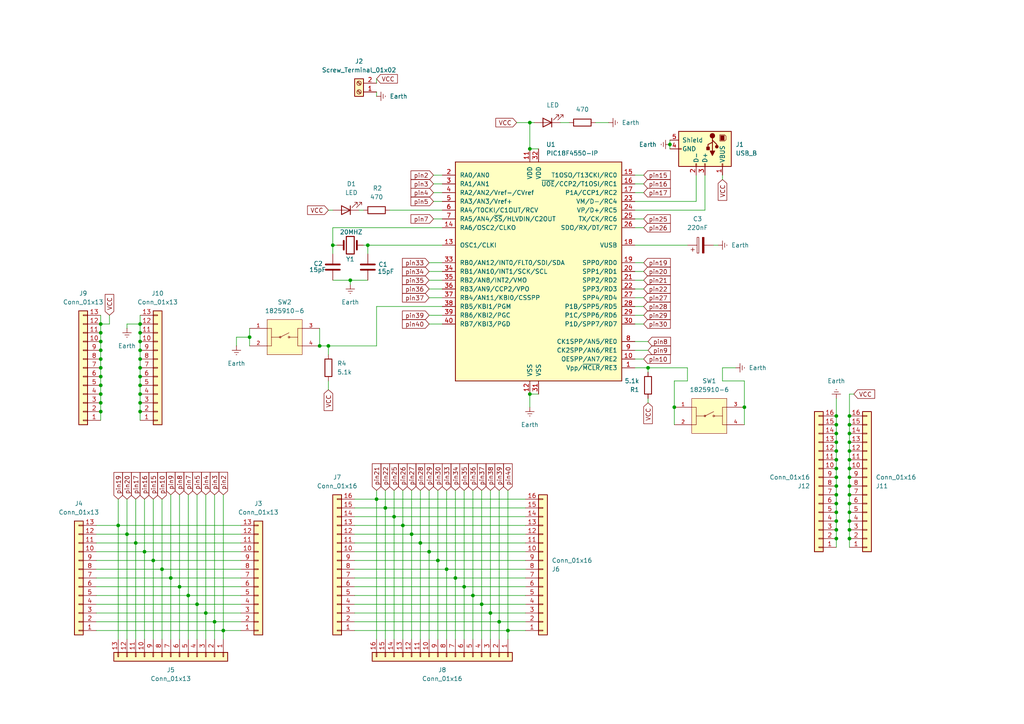
<source format=kicad_sch>
(kicad_sch
	(version 20231120)
	(generator "eeschema")
	(generator_version "8.0")
	(uuid "f34ccfe9-8b02-41e4-8b4c-9a20a0ffa4fd")
	(paper "A4")
	(lib_symbols
		(symbol "Connector:Screw_Terminal_01x02"
			(pin_names
				(offset 1.016) hide)
			(exclude_from_sim no)
			(in_bom yes)
			(on_board yes)
			(property "Reference" "J"
				(at 0 2.54 0)
				(effects
					(font
						(size 1.27 1.27)
					)
				)
			)
			(property "Value" "Screw_Terminal_01x02"
				(at 0 -5.08 0)
				(effects
					(font
						(size 1.27 1.27)
					)
				)
			)
			(property "Footprint" ""
				(at 0 0 0)
				(effects
					(font
						(size 1.27 1.27)
					)
					(hide yes)
				)
			)
			(property "Datasheet" "~"
				(at 0 0 0)
				(effects
					(font
						(size 1.27 1.27)
					)
					(hide yes)
				)
			)
			(property "Description" "Generic screw terminal, single row, 01x02, script generated (kicad-library-utils/schlib/autogen/connector/)"
				(at 0 0 0)
				(effects
					(font
						(size 1.27 1.27)
					)
					(hide yes)
				)
			)
			(property "ki_keywords" "screw terminal"
				(at 0 0 0)
				(effects
					(font
						(size 1.27 1.27)
					)
					(hide yes)
				)
			)
			(property "ki_fp_filters" "TerminalBlock*:*"
				(at 0 0 0)
				(effects
					(font
						(size 1.27 1.27)
					)
					(hide yes)
				)
			)
			(symbol "Screw_Terminal_01x02_1_1"
				(rectangle
					(start -1.27 1.27)
					(end 1.27 -3.81)
					(stroke
						(width 0.254)
						(type default)
					)
					(fill
						(type background)
					)
				)
				(circle
					(center 0 -2.54)
					(radius 0.635)
					(stroke
						(width 0.1524)
						(type default)
					)
					(fill
						(type none)
					)
				)
				(polyline
					(pts
						(xy -0.5334 -2.2098) (xy 0.3302 -3.048)
					)
					(stroke
						(width 0.1524)
						(type default)
					)
					(fill
						(type none)
					)
				)
				(polyline
					(pts
						(xy -0.5334 0.3302) (xy 0.3302 -0.508)
					)
					(stroke
						(width 0.1524)
						(type default)
					)
					(fill
						(type none)
					)
				)
				(polyline
					(pts
						(xy -0.3556 -2.032) (xy 0.508 -2.8702)
					)
					(stroke
						(width 0.1524)
						(type default)
					)
					(fill
						(type none)
					)
				)
				(polyline
					(pts
						(xy -0.3556 0.508) (xy 0.508 -0.3302)
					)
					(stroke
						(width 0.1524)
						(type default)
					)
					(fill
						(type none)
					)
				)
				(circle
					(center 0 0)
					(radius 0.635)
					(stroke
						(width 0.1524)
						(type default)
					)
					(fill
						(type none)
					)
				)
				(pin passive line
					(at -5.08 0 0)
					(length 3.81)
					(name "Pin_1"
						(effects
							(font
								(size 1.27 1.27)
							)
						)
					)
					(number "1"
						(effects
							(font
								(size 1.27 1.27)
							)
						)
					)
				)
				(pin passive line
					(at -5.08 -2.54 0)
					(length 3.81)
					(name "Pin_2"
						(effects
							(font
								(size 1.27 1.27)
							)
						)
					)
					(number "2"
						(effects
							(font
								(size 1.27 1.27)
							)
						)
					)
				)
			)
		)
		(symbol "Connector:USB_B"
			(pin_names
				(offset 1.016)
			)
			(exclude_from_sim no)
			(in_bom yes)
			(on_board yes)
			(property "Reference" "J"
				(at -5.08 11.43 0)
				(effects
					(font
						(size 1.27 1.27)
					)
					(justify left)
				)
			)
			(property "Value" "USB_B"
				(at -5.08 8.89 0)
				(effects
					(font
						(size 1.27 1.27)
					)
					(justify left)
				)
			)
			(property "Footprint" ""
				(at 3.81 -1.27 0)
				(effects
					(font
						(size 1.27 1.27)
					)
					(hide yes)
				)
			)
			(property "Datasheet" "~"
				(at 3.81 -1.27 0)
				(effects
					(font
						(size 1.27 1.27)
					)
					(hide yes)
				)
			)
			(property "Description" "USB Type B connector"
				(at 0 0 0)
				(effects
					(font
						(size 1.27 1.27)
					)
					(hide yes)
				)
			)
			(property "ki_keywords" "connector USB"
				(at 0 0 0)
				(effects
					(font
						(size 1.27 1.27)
					)
					(hide yes)
				)
			)
			(property "ki_fp_filters" "USB*"
				(at 0 0 0)
				(effects
					(font
						(size 1.27 1.27)
					)
					(hide yes)
				)
			)
			(symbol "USB_B_0_1"
				(rectangle
					(start -5.08 -7.62)
					(end 5.08 7.62)
					(stroke
						(width 0.254)
						(type default)
					)
					(fill
						(type background)
					)
				)
				(circle
					(center -3.81 2.159)
					(radius 0.635)
					(stroke
						(width 0.254)
						(type default)
					)
					(fill
						(type outline)
					)
				)
				(rectangle
					(start -3.81 5.588)
					(end -2.54 4.572)
					(stroke
						(width 0)
						(type default)
					)
					(fill
						(type outline)
					)
				)
				(circle
					(center -0.635 3.429)
					(radius 0.381)
					(stroke
						(width 0.254)
						(type default)
					)
					(fill
						(type outline)
					)
				)
				(rectangle
					(start -0.127 -7.62)
					(end 0.127 -6.858)
					(stroke
						(width 0)
						(type default)
					)
					(fill
						(type none)
					)
				)
				(polyline
					(pts
						(xy -1.905 2.159) (xy 0.635 2.159)
					)
					(stroke
						(width 0.254)
						(type default)
					)
					(fill
						(type none)
					)
				)
				(polyline
					(pts
						(xy -3.175 2.159) (xy -2.54 2.159) (xy -1.27 3.429) (xy -0.635 3.429)
					)
					(stroke
						(width 0.254)
						(type default)
					)
					(fill
						(type none)
					)
				)
				(polyline
					(pts
						(xy -2.54 2.159) (xy -1.905 2.159) (xy -1.27 0.889) (xy 0 0.889)
					)
					(stroke
						(width 0.254)
						(type default)
					)
					(fill
						(type none)
					)
				)
				(polyline
					(pts
						(xy 0.635 2.794) (xy 0.635 1.524) (xy 1.905 2.159) (xy 0.635 2.794)
					)
					(stroke
						(width 0.254)
						(type default)
					)
					(fill
						(type outline)
					)
				)
				(polyline
					(pts
						(xy -4.064 4.318) (xy -2.286 4.318) (xy -2.286 5.715) (xy -2.667 6.096) (xy -3.683 6.096) (xy -4.064 5.715)
						(xy -4.064 4.318)
					)
					(stroke
						(width 0)
						(type default)
					)
					(fill
						(type none)
					)
				)
				(rectangle
					(start 0.254 1.27)
					(end -0.508 0.508)
					(stroke
						(width 0.254)
						(type default)
					)
					(fill
						(type outline)
					)
				)
				(rectangle
					(start 5.08 -2.667)
					(end 4.318 -2.413)
					(stroke
						(width 0)
						(type default)
					)
					(fill
						(type none)
					)
				)
				(rectangle
					(start 5.08 -0.127)
					(end 4.318 0.127)
					(stroke
						(width 0)
						(type default)
					)
					(fill
						(type none)
					)
				)
				(rectangle
					(start 5.08 4.953)
					(end 4.318 5.207)
					(stroke
						(width 0)
						(type default)
					)
					(fill
						(type none)
					)
				)
			)
			(symbol "USB_B_1_1"
				(pin power_out line
					(at 7.62 5.08 180)
					(length 2.54)
					(name "VBUS"
						(effects
							(font
								(size 1.27 1.27)
							)
						)
					)
					(number "1"
						(effects
							(font
								(size 1.27 1.27)
							)
						)
					)
				)
				(pin bidirectional line
					(at 7.62 -2.54 180)
					(length 2.54)
					(name "D-"
						(effects
							(font
								(size 1.27 1.27)
							)
						)
					)
					(number "2"
						(effects
							(font
								(size 1.27 1.27)
							)
						)
					)
				)
				(pin bidirectional line
					(at 7.62 0 180)
					(length 2.54)
					(name "D+"
						(effects
							(font
								(size 1.27 1.27)
							)
						)
					)
					(number "3"
						(effects
							(font
								(size 1.27 1.27)
							)
						)
					)
				)
				(pin power_out line
					(at 0 -10.16 90)
					(length 2.54)
					(name "GND"
						(effects
							(font
								(size 1.27 1.27)
							)
						)
					)
					(number "4"
						(effects
							(font
								(size 1.27 1.27)
							)
						)
					)
				)
				(pin passive line
					(at -2.54 -10.16 90)
					(length 2.54)
					(name "Shield"
						(effects
							(font
								(size 1.27 1.27)
							)
						)
					)
					(number "5"
						(effects
							(font
								(size 1.27 1.27)
							)
						)
					)
				)
			)
		)
		(symbol "Connector_Generic:Conn_01x13"
			(pin_names
				(offset 1.016) hide)
			(exclude_from_sim no)
			(in_bom yes)
			(on_board yes)
			(property "Reference" "J"
				(at 0 17.78 0)
				(effects
					(font
						(size 1.27 1.27)
					)
				)
			)
			(property "Value" "Conn_01x13"
				(at 0 -17.78 0)
				(effects
					(font
						(size 1.27 1.27)
					)
				)
			)
			(property "Footprint" ""
				(at 0 0 0)
				(effects
					(font
						(size 1.27 1.27)
					)
					(hide yes)
				)
			)
			(property "Datasheet" "~"
				(at 0 0 0)
				(effects
					(font
						(size 1.27 1.27)
					)
					(hide yes)
				)
			)
			(property "Description" "Generic connector, single row, 01x13, script generated (kicad-library-utils/schlib/autogen/connector/)"
				(at 0 0 0)
				(effects
					(font
						(size 1.27 1.27)
					)
					(hide yes)
				)
			)
			(property "ki_keywords" "connector"
				(at 0 0 0)
				(effects
					(font
						(size 1.27 1.27)
					)
					(hide yes)
				)
			)
			(property "ki_fp_filters" "Connector*:*_1x??_*"
				(at 0 0 0)
				(effects
					(font
						(size 1.27 1.27)
					)
					(hide yes)
				)
			)
			(symbol "Conn_01x13_1_1"
				(rectangle
					(start -1.27 -15.113)
					(end 0 -15.367)
					(stroke
						(width 0.1524)
						(type default)
					)
					(fill
						(type none)
					)
				)
				(rectangle
					(start -1.27 -12.573)
					(end 0 -12.827)
					(stroke
						(width 0.1524)
						(type default)
					)
					(fill
						(type none)
					)
				)
				(rectangle
					(start -1.27 -10.033)
					(end 0 -10.287)
					(stroke
						(width 0.1524)
						(type default)
					)
					(fill
						(type none)
					)
				)
				(rectangle
					(start -1.27 -7.493)
					(end 0 -7.747)
					(stroke
						(width 0.1524)
						(type default)
					)
					(fill
						(type none)
					)
				)
				(rectangle
					(start -1.27 -4.953)
					(end 0 -5.207)
					(stroke
						(width 0.1524)
						(type default)
					)
					(fill
						(type none)
					)
				)
				(rectangle
					(start -1.27 -2.413)
					(end 0 -2.667)
					(stroke
						(width 0.1524)
						(type default)
					)
					(fill
						(type none)
					)
				)
				(rectangle
					(start -1.27 0.127)
					(end 0 -0.127)
					(stroke
						(width 0.1524)
						(type default)
					)
					(fill
						(type none)
					)
				)
				(rectangle
					(start -1.27 2.667)
					(end 0 2.413)
					(stroke
						(width 0.1524)
						(type default)
					)
					(fill
						(type none)
					)
				)
				(rectangle
					(start -1.27 5.207)
					(end 0 4.953)
					(stroke
						(width 0.1524)
						(type default)
					)
					(fill
						(type none)
					)
				)
				(rectangle
					(start -1.27 7.747)
					(end 0 7.493)
					(stroke
						(width 0.1524)
						(type default)
					)
					(fill
						(type none)
					)
				)
				(rectangle
					(start -1.27 10.287)
					(end 0 10.033)
					(stroke
						(width 0.1524)
						(type default)
					)
					(fill
						(type none)
					)
				)
				(rectangle
					(start -1.27 12.827)
					(end 0 12.573)
					(stroke
						(width 0.1524)
						(type default)
					)
					(fill
						(type none)
					)
				)
				(rectangle
					(start -1.27 15.367)
					(end 0 15.113)
					(stroke
						(width 0.1524)
						(type default)
					)
					(fill
						(type none)
					)
				)
				(rectangle
					(start -1.27 16.51)
					(end 1.27 -16.51)
					(stroke
						(width 0.254)
						(type default)
					)
					(fill
						(type background)
					)
				)
				(pin passive line
					(at -5.08 15.24 0)
					(length 3.81)
					(name "Pin_1"
						(effects
							(font
								(size 1.27 1.27)
							)
						)
					)
					(number "1"
						(effects
							(font
								(size 1.27 1.27)
							)
						)
					)
				)
				(pin passive line
					(at -5.08 -7.62 0)
					(length 3.81)
					(name "Pin_10"
						(effects
							(font
								(size 1.27 1.27)
							)
						)
					)
					(number "10"
						(effects
							(font
								(size 1.27 1.27)
							)
						)
					)
				)
				(pin passive line
					(at -5.08 -10.16 0)
					(length 3.81)
					(name "Pin_11"
						(effects
							(font
								(size 1.27 1.27)
							)
						)
					)
					(number "11"
						(effects
							(font
								(size 1.27 1.27)
							)
						)
					)
				)
				(pin passive line
					(at -5.08 -12.7 0)
					(length 3.81)
					(name "Pin_12"
						(effects
							(font
								(size 1.27 1.27)
							)
						)
					)
					(number "12"
						(effects
							(font
								(size 1.27 1.27)
							)
						)
					)
				)
				(pin passive line
					(at -5.08 -15.24 0)
					(length 3.81)
					(name "Pin_13"
						(effects
							(font
								(size 1.27 1.27)
							)
						)
					)
					(number "13"
						(effects
							(font
								(size 1.27 1.27)
							)
						)
					)
				)
				(pin passive line
					(at -5.08 12.7 0)
					(length 3.81)
					(name "Pin_2"
						(effects
							(font
								(size 1.27 1.27)
							)
						)
					)
					(number "2"
						(effects
							(font
								(size 1.27 1.27)
							)
						)
					)
				)
				(pin passive line
					(at -5.08 10.16 0)
					(length 3.81)
					(name "Pin_3"
						(effects
							(font
								(size 1.27 1.27)
							)
						)
					)
					(number "3"
						(effects
							(font
								(size 1.27 1.27)
							)
						)
					)
				)
				(pin passive line
					(at -5.08 7.62 0)
					(length 3.81)
					(name "Pin_4"
						(effects
							(font
								(size 1.27 1.27)
							)
						)
					)
					(number "4"
						(effects
							(font
								(size 1.27 1.27)
							)
						)
					)
				)
				(pin passive line
					(at -5.08 5.08 0)
					(length 3.81)
					(name "Pin_5"
						(effects
							(font
								(size 1.27 1.27)
							)
						)
					)
					(number "5"
						(effects
							(font
								(size 1.27 1.27)
							)
						)
					)
				)
				(pin passive line
					(at -5.08 2.54 0)
					(length 3.81)
					(name "Pin_6"
						(effects
							(font
								(size 1.27 1.27)
							)
						)
					)
					(number "6"
						(effects
							(font
								(size 1.27 1.27)
							)
						)
					)
				)
				(pin passive line
					(at -5.08 0 0)
					(length 3.81)
					(name "Pin_7"
						(effects
							(font
								(size 1.27 1.27)
							)
						)
					)
					(number "7"
						(effects
							(font
								(size 1.27 1.27)
							)
						)
					)
				)
				(pin passive line
					(at -5.08 -2.54 0)
					(length 3.81)
					(name "Pin_8"
						(effects
							(font
								(size 1.27 1.27)
							)
						)
					)
					(number "8"
						(effects
							(font
								(size 1.27 1.27)
							)
						)
					)
				)
				(pin passive line
					(at -5.08 -5.08 0)
					(length 3.81)
					(name "Pin_9"
						(effects
							(font
								(size 1.27 1.27)
							)
						)
					)
					(number "9"
						(effects
							(font
								(size 1.27 1.27)
							)
						)
					)
				)
			)
		)
		(symbol "Connector_Generic:Conn_01x16"
			(pin_names
				(offset 1.016) hide)
			(exclude_from_sim no)
			(in_bom yes)
			(on_board yes)
			(property "Reference" "J"
				(at 0 20.32 0)
				(effects
					(font
						(size 1.27 1.27)
					)
				)
			)
			(property "Value" "Conn_01x16"
				(at 0 -22.86 0)
				(effects
					(font
						(size 1.27 1.27)
					)
				)
			)
			(property "Footprint" ""
				(at 0 0 0)
				(effects
					(font
						(size 1.27 1.27)
					)
					(hide yes)
				)
			)
			(property "Datasheet" "~"
				(at 0 0 0)
				(effects
					(font
						(size 1.27 1.27)
					)
					(hide yes)
				)
			)
			(property "Description" "Generic connector, single row, 01x16, script generated (kicad-library-utils/schlib/autogen/connector/)"
				(at 0 0 0)
				(effects
					(font
						(size 1.27 1.27)
					)
					(hide yes)
				)
			)
			(property "ki_keywords" "connector"
				(at 0 0 0)
				(effects
					(font
						(size 1.27 1.27)
					)
					(hide yes)
				)
			)
			(property "ki_fp_filters" "Connector*:*_1x??_*"
				(at 0 0 0)
				(effects
					(font
						(size 1.27 1.27)
					)
					(hide yes)
				)
			)
			(symbol "Conn_01x16_1_1"
				(rectangle
					(start -1.27 -20.193)
					(end 0 -20.447)
					(stroke
						(width 0.1524)
						(type default)
					)
					(fill
						(type none)
					)
				)
				(rectangle
					(start -1.27 -17.653)
					(end 0 -17.907)
					(stroke
						(width 0.1524)
						(type default)
					)
					(fill
						(type none)
					)
				)
				(rectangle
					(start -1.27 -15.113)
					(end 0 -15.367)
					(stroke
						(width 0.1524)
						(type default)
					)
					(fill
						(type none)
					)
				)
				(rectangle
					(start -1.27 -12.573)
					(end 0 -12.827)
					(stroke
						(width 0.1524)
						(type default)
					)
					(fill
						(type none)
					)
				)
				(rectangle
					(start -1.27 -10.033)
					(end 0 -10.287)
					(stroke
						(width 0.1524)
						(type default)
					)
					(fill
						(type none)
					)
				)
				(rectangle
					(start -1.27 -7.493)
					(end 0 -7.747)
					(stroke
						(width 0.1524)
						(type default)
					)
					(fill
						(type none)
					)
				)
				(rectangle
					(start -1.27 -4.953)
					(end 0 -5.207)
					(stroke
						(width 0.1524)
						(type default)
					)
					(fill
						(type none)
					)
				)
				(rectangle
					(start -1.27 -2.413)
					(end 0 -2.667)
					(stroke
						(width 0.1524)
						(type default)
					)
					(fill
						(type none)
					)
				)
				(rectangle
					(start -1.27 0.127)
					(end 0 -0.127)
					(stroke
						(width 0.1524)
						(type default)
					)
					(fill
						(type none)
					)
				)
				(rectangle
					(start -1.27 2.667)
					(end 0 2.413)
					(stroke
						(width 0.1524)
						(type default)
					)
					(fill
						(type none)
					)
				)
				(rectangle
					(start -1.27 5.207)
					(end 0 4.953)
					(stroke
						(width 0.1524)
						(type default)
					)
					(fill
						(type none)
					)
				)
				(rectangle
					(start -1.27 7.747)
					(end 0 7.493)
					(stroke
						(width 0.1524)
						(type default)
					)
					(fill
						(type none)
					)
				)
				(rectangle
					(start -1.27 10.287)
					(end 0 10.033)
					(stroke
						(width 0.1524)
						(type default)
					)
					(fill
						(type none)
					)
				)
				(rectangle
					(start -1.27 12.827)
					(end 0 12.573)
					(stroke
						(width 0.1524)
						(type default)
					)
					(fill
						(type none)
					)
				)
				(rectangle
					(start -1.27 15.367)
					(end 0 15.113)
					(stroke
						(width 0.1524)
						(type default)
					)
					(fill
						(type none)
					)
				)
				(rectangle
					(start -1.27 17.907)
					(end 0 17.653)
					(stroke
						(width 0.1524)
						(type default)
					)
					(fill
						(type none)
					)
				)
				(rectangle
					(start -1.27 19.05)
					(end 1.27 -21.59)
					(stroke
						(width 0.254)
						(type default)
					)
					(fill
						(type background)
					)
				)
				(pin passive line
					(at -5.08 17.78 0)
					(length 3.81)
					(name "Pin_1"
						(effects
							(font
								(size 1.27 1.27)
							)
						)
					)
					(number "1"
						(effects
							(font
								(size 1.27 1.27)
							)
						)
					)
				)
				(pin passive line
					(at -5.08 -5.08 0)
					(length 3.81)
					(name "Pin_10"
						(effects
							(font
								(size 1.27 1.27)
							)
						)
					)
					(number "10"
						(effects
							(font
								(size 1.27 1.27)
							)
						)
					)
				)
				(pin passive line
					(at -5.08 -7.62 0)
					(length 3.81)
					(name "Pin_11"
						(effects
							(font
								(size 1.27 1.27)
							)
						)
					)
					(number "11"
						(effects
							(font
								(size 1.27 1.27)
							)
						)
					)
				)
				(pin passive line
					(at -5.08 -10.16 0)
					(length 3.81)
					(name "Pin_12"
						(effects
							(font
								(size 1.27 1.27)
							)
						)
					)
					(number "12"
						(effects
							(font
								(size 1.27 1.27)
							)
						)
					)
				)
				(pin passive line
					(at -5.08 -12.7 0)
					(length 3.81)
					(name "Pin_13"
						(effects
							(font
								(size 1.27 1.27)
							)
						)
					)
					(number "13"
						(effects
							(font
								(size 1.27 1.27)
							)
						)
					)
				)
				(pin passive line
					(at -5.08 -15.24 0)
					(length 3.81)
					(name "Pin_14"
						(effects
							(font
								(size 1.27 1.27)
							)
						)
					)
					(number "14"
						(effects
							(font
								(size 1.27 1.27)
							)
						)
					)
				)
				(pin passive line
					(at -5.08 -17.78 0)
					(length 3.81)
					(name "Pin_15"
						(effects
							(font
								(size 1.27 1.27)
							)
						)
					)
					(number "15"
						(effects
							(font
								(size 1.27 1.27)
							)
						)
					)
				)
				(pin passive line
					(at -5.08 -20.32 0)
					(length 3.81)
					(name "Pin_16"
						(effects
							(font
								(size 1.27 1.27)
							)
						)
					)
					(number "16"
						(effects
							(font
								(size 1.27 1.27)
							)
						)
					)
				)
				(pin passive line
					(at -5.08 15.24 0)
					(length 3.81)
					(name "Pin_2"
						(effects
							(font
								(size 1.27 1.27)
							)
						)
					)
					(number "2"
						(effects
							(font
								(size 1.27 1.27)
							)
						)
					)
				)
				(pin passive line
					(at -5.08 12.7 0)
					(length 3.81)
					(name "Pin_3"
						(effects
							(font
								(size 1.27 1.27)
							)
						)
					)
					(number "3"
						(effects
							(font
								(size 1.27 1.27)
							)
						)
					)
				)
				(pin passive line
					(at -5.08 10.16 0)
					(length 3.81)
					(name "Pin_4"
						(effects
							(font
								(size 1.27 1.27)
							)
						)
					)
					(number "4"
						(effects
							(font
								(size 1.27 1.27)
							)
						)
					)
				)
				(pin passive line
					(at -5.08 7.62 0)
					(length 3.81)
					(name "Pin_5"
						(effects
							(font
								(size 1.27 1.27)
							)
						)
					)
					(number "5"
						(effects
							(font
								(size 1.27 1.27)
							)
						)
					)
				)
				(pin passive line
					(at -5.08 5.08 0)
					(length 3.81)
					(name "Pin_6"
						(effects
							(font
								(size 1.27 1.27)
							)
						)
					)
					(number "6"
						(effects
							(font
								(size 1.27 1.27)
							)
						)
					)
				)
				(pin passive line
					(at -5.08 2.54 0)
					(length 3.81)
					(name "Pin_7"
						(effects
							(font
								(size 1.27 1.27)
							)
						)
					)
					(number "7"
						(effects
							(font
								(size 1.27 1.27)
							)
						)
					)
				)
				(pin passive line
					(at -5.08 0 0)
					(length 3.81)
					(name "Pin_8"
						(effects
							(font
								(size 1.27 1.27)
							)
						)
					)
					(number "8"
						(effects
							(font
								(size 1.27 1.27)
							)
						)
					)
				)
				(pin passive line
					(at -5.08 -2.54 0)
					(length 3.81)
					(name "Pin_9"
						(effects
							(font
								(size 1.27 1.27)
							)
						)
					)
					(number "9"
						(effects
							(font
								(size 1.27 1.27)
							)
						)
					)
				)
			)
		)
		(symbol "Device:C"
			(pin_numbers hide)
			(pin_names
				(offset 0.254)
			)
			(exclude_from_sim no)
			(in_bom yes)
			(on_board yes)
			(property "Reference" "C"
				(at 0.635 2.54 0)
				(effects
					(font
						(size 1.27 1.27)
					)
					(justify left)
				)
			)
			(property "Value" "C"
				(at 0.635 -2.54 0)
				(effects
					(font
						(size 1.27 1.27)
					)
					(justify left)
				)
			)
			(property "Footprint" ""
				(at 0.9652 -3.81 0)
				(effects
					(font
						(size 1.27 1.27)
					)
					(hide yes)
				)
			)
			(property "Datasheet" "~"
				(at 0 0 0)
				(effects
					(font
						(size 1.27 1.27)
					)
					(hide yes)
				)
			)
			(property "Description" "Unpolarized capacitor"
				(at 0 0 0)
				(effects
					(font
						(size 1.27 1.27)
					)
					(hide yes)
				)
			)
			(property "ki_keywords" "cap capacitor"
				(at 0 0 0)
				(effects
					(font
						(size 1.27 1.27)
					)
					(hide yes)
				)
			)
			(property "ki_fp_filters" "C_*"
				(at 0 0 0)
				(effects
					(font
						(size 1.27 1.27)
					)
					(hide yes)
				)
			)
			(symbol "C_0_1"
				(polyline
					(pts
						(xy -2.032 -0.762) (xy 2.032 -0.762)
					)
					(stroke
						(width 0.508)
						(type default)
					)
					(fill
						(type none)
					)
				)
				(polyline
					(pts
						(xy -2.032 0.762) (xy 2.032 0.762)
					)
					(stroke
						(width 0.508)
						(type default)
					)
					(fill
						(type none)
					)
				)
			)
			(symbol "C_1_1"
				(pin passive line
					(at 0 3.81 270)
					(length 2.794)
					(name "~"
						(effects
							(font
								(size 1.27 1.27)
							)
						)
					)
					(number "1"
						(effects
							(font
								(size 1.27 1.27)
							)
						)
					)
				)
				(pin passive line
					(at 0 -3.81 90)
					(length 2.794)
					(name "~"
						(effects
							(font
								(size 1.27 1.27)
							)
						)
					)
					(number "2"
						(effects
							(font
								(size 1.27 1.27)
							)
						)
					)
				)
			)
		)
		(symbol "Device:C_Polarized"
			(pin_numbers hide)
			(pin_names
				(offset 0.254)
			)
			(exclude_from_sim no)
			(in_bom yes)
			(on_board yes)
			(property "Reference" "C"
				(at 0.635 2.54 0)
				(effects
					(font
						(size 1.27 1.27)
					)
					(justify left)
				)
			)
			(property "Value" "C_Polarized"
				(at 0.635 -2.54 0)
				(effects
					(font
						(size 1.27 1.27)
					)
					(justify left)
				)
			)
			(property "Footprint" ""
				(at 0.9652 -3.81 0)
				(effects
					(font
						(size 1.27 1.27)
					)
					(hide yes)
				)
			)
			(property "Datasheet" "~"
				(at 0 0 0)
				(effects
					(font
						(size 1.27 1.27)
					)
					(hide yes)
				)
			)
			(property "Description" "Polarized capacitor"
				(at 0 0 0)
				(effects
					(font
						(size 1.27 1.27)
					)
					(hide yes)
				)
			)
			(property "ki_keywords" "cap capacitor"
				(at 0 0 0)
				(effects
					(font
						(size 1.27 1.27)
					)
					(hide yes)
				)
			)
			(property "ki_fp_filters" "CP_*"
				(at 0 0 0)
				(effects
					(font
						(size 1.27 1.27)
					)
					(hide yes)
				)
			)
			(symbol "C_Polarized_0_1"
				(rectangle
					(start -2.286 0.508)
					(end 2.286 1.016)
					(stroke
						(width 0)
						(type default)
					)
					(fill
						(type none)
					)
				)
				(polyline
					(pts
						(xy -1.778 2.286) (xy -0.762 2.286)
					)
					(stroke
						(width 0)
						(type default)
					)
					(fill
						(type none)
					)
				)
				(polyline
					(pts
						(xy -1.27 2.794) (xy -1.27 1.778)
					)
					(stroke
						(width 0)
						(type default)
					)
					(fill
						(type none)
					)
				)
				(rectangle
					(start 2.286 -0.508)
					(end -2.286 -1.016)
					(stroke
						(width 0)
						(type default)
					)
					(fill
						(type outline)
					)
				)
			)
			(symbol "C_Polarized_1_1"
				(pin passive line
					(at 0 3.81 270)
					(length 2.794)
					(name "~"
						(effects
							(font
								(size 1.27 1.27)
							)
						)
					)
					(number "1"
						(effects
							(font
								(size 1.27 1.27)
							)
						)
					)
				)
				(pin passive line
					(at 0 -3.81 90)
					(length 2.794)
					(name "~"
						(effects
							(font
								(size 1.27 1.27)
							)
						)
					)
					(number "2"
						(effects
							(font
								(size 1.27 1.27)
							)
						)
					)
				)
			)
		)
		(symbol "Device:Crystal"
			(pin_numbers hide)
			(pin_names
				(offset 1.016) hide)
			(exclude_from_sim no)
			(in_bom yes)
			(on_board yes)
			(property "Reference" "Y"
				(at 0 3.81 0)
				(effects
					(font
						(size 1.27 1.27)
					)
				)
			)
			(property "Value" "Crystal"
				(at 0 -3.81 0)
				(effects
					(font
						(size 1.27 1.27)
					)
				)
			)
			(property "Footprint" ""
				(at 0 0 0)
				(effects
					(font
						(size 1.27 1.27)
					)
					(hide yes)
				)
			)
			(property "Datasheet" "~"
				(at 0 0 0)
				(effects
					(font
						(size 1.27 1.27)
					)
					(hide yes)
				)
			)
			(property "Description" "Two pin crystal"
				(at 0 0 0)
				(effects
					(font
						(size 1.27 1.27)
					)
					(hide yes)
				)
			)
			(property "ki_keywords" "quartz ceramic resonator oscillator"
				(at 0 0 0)
				(effects
					(font
						(size 1.27 1.27)
					)
					(hide yes)
				)
			)
			(property "ki_fp_filters" "Crystal*"
				(at 0 0 0)
				(effects
					(font
						(size 1.27 1.27)
					)
					(hide yes)
				)
			)
			(symbol "Crystal_0_1"
				(rectangle
					(start -1.143 2.54)
					(end 1.143 -2.54)
					(stroke
						(width 0.3048)
						(type default)
					)
					(fill
						(type none)
					)
				)
				(polyline
					(pts
						(xy -2.54 0) (xy -1.905 0)
					)
					(stroke
						(width 0)
						(type default)
					)
					(fill
						(type none)
					)
				)
				(polyline
					(pts
						(xy -1.905 -1.27) (xy -1.905 1.27)
					)
					(stroke
						(width 0.508)
						(type default)
					)
					(fill
						(type none)
					)
				)
				(polyline
					(pts
						(xy 1.905 -1.27) (xy 1.905 1.27)
					)
					(stroke
						(width 0.508)
						(type default)
					)
					(fill
						(type none)
					)
				)
				(polyline
					(pts
						(xy 2.54 0) (xy 1.905 0)
					)
					(stroke
						(width 0)
						(type default)
					)
					(fill
						(type none)
					)
				)
			)
			(symbol "Crystal_1_1"
				(pin passive line
					(at -3.81 0 0)
					(length 1.27)
					(name "1"
						(effects
							(font
								(size 1.27 1.27)
							)
						)
					)
					(number "1"
						(effects
							(font
								(size 1.27 1.27)
							)
						)
					)
				)
				(pin passive line
					(at 3.81 0 180)
					(length 1.27)
					(name "2"
						(effects
							(font
								(size 1.27 1.27)
							)
						)
					)
					(number "2"
						(effects
							(font
								(size 1.27 1.27)
							)
						)
					)
				)
			)
		)
		(symbol "Device:LED"
			(pin_numbers hide)
			(pin_names
				(offset 1.016) hide)
			(exclude_from_sim no)
			(in_bom yes)
			(on_board yes)
			(property "Reference" "D"
				(at 0 2.54 0)
				(effects
					(font
						(size 1.27 1.27)
					)
				)
			)
			(property "Value" "LED"
				(at 0 -2.54 0)
				(effects
					(font
						(size 1.27 1.27)
					)
				)
			)
			(property "Footprint" ""
				(at 0 0 0)
				(effects
					(font
						(size 1.27 1.27)
					)
					(hide yes)
				)
			)
			(property "Datasheet" "~"
				(at 0 0 0)
				(effects
					(font
						(size 1.27 1.27)
					)
					(hide yes)
				)
			)
			(property "Description" "Light emitting diode"
				(at 0 0 0)
				(effects
					(font
						(size 1.27 1.27)
					)
					(hide yes)
				)
			)
			(property "ki_keywords" "LED diode"
				(at 0 0 0)
				(effects
					(font
						(size 1.27 1.27)
					)
					(hide yes)
				)
			)
			(property "ki_fp_filters" "LED* LED_SMD:* LED_THT:*"
				(at 0 0 0)
				(effects
					(font
						(size 1.27 1.27)
					)
					(hide yes)
				)
			)
			(symbol "LED_0_1"
				(polyline
					(pts
						(xy -1.27 -1.27) (xy -1.27 1.27)
					)
					(stroke
						(width 0.254)
						(type default)
					)
					(fill
						(type none)
					)
				)
				(polyline
					(pts
						(xy -1.27 0) (xy 1.27 0)
					)
					(stroke
						(width 0)
						(type default)
					)
					(fill
						(type none)
					)
				)
				(polyline
					(pts
						(xy 1.27 -1.27) (xy 1.27 1.27) (xy -1.27 0) (xy 1.27 -1.27)
					)
					(stroke
						(width 0.254)
						(type default)
					)
					(fill
						(type none)
					)
				)
				(polyline
					(pts
						(xy -3.048 -0.762) (xy -4.572 -2.286) (xy -3.81 -2.286) (xy -4.572 -2.286) (xy -4.572 -1.524)
					)
					(stroke
						(width 0)
						(type default)
					)
					(fill
						(type none)
					)
				)
				(polyline
					(pts
						(xy -1.778 -0.762) (xy -3.302 -2.286) (xy -2.54 -2.286) (xy -3.302 -2.286) (xy -3.302 -1.524)
					)
					(stroke
						(width 0)
						(type default)
					)
					(fill
						(type none)
					)
				)
			)
			(symbol "LED_1_1"
				(pin passive line
					(at -3.81 0 0)
					(length 2.54)
					(name "K"
						(effects
							(font
								(size 1.27 1.27)
							)
						)
					)
					(number "1"
						(effects
							(font
								(size 1.27 1.27)
							)
						)
					)
				)
				(pin passive line
					(at 3.81 0 180)
					(length 2.54)
					(name "A"
						(effects
							(font
								(size 1.27 1.27)
							)
						)
					)
					(number "2"
						(effects
							(font
								(size 1.27 1.27)
							)
						)
					)
				)
			)
		)
		(symbol "Device:R"
			(pin_numbers hide)
			(pin_names
				(offset 0)
			)
			(exclude_from_sim no)
			(in_bom yes)
			(on_board yes)
			(property "Reference" "R"
				(at 2.032 0 90)
				(effects
					(font
						(size 1.27 1.27)
					)
				)
			)
			(property "Value" "R"
				(at 0 0 90)
				(effects
					(font
						(size 1.27 1.27)
					)
				)
			)
			(property "Footprint" ""
				(at -1.778 0 90)
				(effects
					(font
						(size 1.27 1.27)
					)
					(hide yes)
				)
			)
			(property "Datasheet" "~"
				(at 0 0 0)
				(effects
					(font
						(size 1.27 1.27)
					)
					(hide yes)
				)
			)
			(property "Description" "Resistor"
				(at 0 0 0)
				(effects
					(font
						(size 1.27 1.27)
					)
					(hide yes)
				)
			)
			(property "ki_keywords" "R res resistor"
				(at 0 0 0)
				(effects
					(font
						(size 1.27 1.27)
					)
					(hide yes)
				)
			)
			(property "ki_fp_filters" "R_*"
				(at 0 0 0)
				(effects
					(font
						(size 1.27 1.27)
					)
					(hide yes)
				)
			)
			(symbol "R_0_1"
				(rectangle
					(start -1.016 -2.54)
					(end 1.016 2.54)
					(stroke
						(width 0.254)
						(type default)
					)
					(fill
						(type none)
					)
				)
			)
			(symbol "R_1_1"
				(pin passive line
					(at 0 3.81 270)
					(length 1.27)
					(name "~"
						(effects
							(font
								(size 1.27 1.27)
							)
						)
					)
					(number "1"
						(effects
							(font
								(size 1.27 1.27)
							)
						)
					)
				)
				(pin passive line
					(at 0 -3.81 90)
					(length 1.27)
					(name "~"
						(effects
							(font
								(size 1.27 1.27)
							)
						)
					)
					(number "2"
						(effects
							(font
								(size 1.27 1.27)
							)
						)
					)
				)
			)
		)
		(symbol "MCU_Microchip_PIC18:PIC18F4550-IP"
			(pin_names
				(offset 1.27)
			)
			(exclude_from_sim no)
			(in_bom yes)
			(on_board yes)
			(property "Reference" "U"
				(at -22.86 33.02 0)
				(effects
					(font
						(size 1.27 1.27)
					)
				)
			)
			(property "Value" "PIC18F4550-IP"
				(at 13.97 -33.02 0)
				(effects
					(font
						(size 1.27 1.27)
					)
				)
			)
			(property "Footprint" "Package_DIP:DIP-40_W15.24mm"
				(at 0 5.08 0)
				(effects
					(font
						(size 1.27 1.27)
						(italic yes)
					)
					(hide yes)
				)
			)
			(property "Datasheet" "http://ww1.microchip.com/downloads/en/DeviceDoc/39760d.pdf"
				(at 0 -6.35 0)
				(effects
					(font
						(size 1.27 1.27)
					)
					(hide yes)
				)
			)
			(property "Description" "32K Flash, 2K SRAM, 256 EEPROM, USB, nanoWatt XLP, DIP40"
				(at 0 0 0)
				(effects
					(font
						(size 1.27 1.27)
					)
					(hide yes)
				)
			)
			(property "ki_keywords" "Flash-Based 8-Bit Microcontroller XLP"
				(at 0 0 0)
				(effects
					(font
						(size 1.27 1.27)
					)
					(hide yes)
				)
			)
			(property "ki_fp_filters" "DIP*W15.24mm* PDIP*W15.24mm*"
				(at 0 0 0)
				(effects
					(font
						(size 1.27 1.27)
					)
					(hide yes)
				)
			)
			(symbol "PIC18F4550-IP_0_1"
				(rectangle
					(start -24.13 31.75)
					(end 24.13 -31.75)
					(stroke
						(width 0.254)
						(type default)
					)
					(fill
						(type background)
					)
				)
			)
			(symbol "PIC18F4550-IP_1_1"
				(pin input line
					(at 27.94 -27.94 180)
					(length 3.81)
					(name "Vpp/~{MCLR}/RE3"
						(effects
							(font
								(size 1.27 1.27)
							)
						)
					)
					(number "1"
						(effects
							(font
								(size 1.27 1.27)
							)
						)
					)
				)
				(pin bidirectional line
					(at 27.94 -25.4 180)
					(length 3.81)
					(name "OESPP/AN7/RE2"
						(effects
							(font
								(size 1.27 1.27)
							)
						)
					)
					(number "10"
						(effects
							(font
								(size 1.27 1.27)
							)
						)
					)
				)
				(pin power_in line
					(at -2.54 35.56 270)
					(length 3.81)
					(name "VDD"
						(effects
							(font
								(size 1.27 1.27)
							)
						)
					)
					(number "11"
						(effects
							(font
								(size 1.27 1.27)
							)
						)
					)
				)
				(pin power_in line
					(at -2.54 -35.56 90)
					(length 3.81)
					(name "VSS"
						(effects
							(font
								(size 1.27 1.27)
							)
						)
					)
					(number "12"
						(effects
							(font
								(size 1.27 1.27)
							)
						)
					)
				)
				(pin input line
					(at -27.94 7.62 0)
					(length 3.81)
					(name "OSC1/CLKI"
						(effects
							(font
								(size 1.27 1.27)
							)
						)
					)
					(number "13"
						(effects
							(font
								(size 1.27 1.27)
							)
						)
					)
				)
				(pin output line
					(at -27.94 12.7 0)
					(length 3.81)
					(name "RA6/OSC2/CLKO"
						(effects
							(font
								(size 1.27 1.27)
							)
						)
					)
					(number "14"
						(effects
							(font
								(size 1.27 1.27)
							)
						)
					)
				)
				(pin bidirectional line
					(at 27.94 27.94 180)
					(length 3.81)
					(name "T1OSO/T13CKI/RC0"
						(effects
							(font
								(size 1.27 1.27)
							)
						)
					)
					(number "15"
						(effects
							(font
								(size 1.27 1.27)
							)
						)
					)
				)
				(pin bidirectional line
					(at 27.94 25.4 180)
					(length 3.81)
					(name "~{UOE}/CCP2/T1OSI/RC1"
						(effects
							(font
								(size 1.27 1.27)
							)
						)
					)
					(number "16"
						(effects
							(font
								(size 1.27 1.27)
							)
						)
					)
				)
				(pin bidirectional line
					(at 27.94 22.86 180)
					(length 3.81)
					(name "P1A/CCP1/RC2"
						(effects
							(font
								(size 1.27 1.27)
							)
						)
					)
					(number "17"
						(effects
							(font
								(size 1.27 1.27)
							)
						)
					)
				)
				(pin bidirectional line
					(at 27.94 7.62 180)
					(length 3.81)
					(name "VUSB"
						(effects
							(font
								(size 1.27 1.27)
							)
						)
					)
					(number "18"
						(effects
							(font
								(size 1.27 1.27)
							)
						)
					)
				)
				(pin bidirectional line
					(at 27.94 2.54 180)
					(length 3.81)
					(name "SPP0/RD0"
						(effects
							(font
								(size 1.27 1.27)
							)
						)
					)
					(number "19"
						(effects
							(font
								(size 1.27 1.27)
							)
						)
					)
				)
				(pin bidirectional line
					(at -27.94 27.94 0)
					(length 3.81)
					(name "RA0/AN0"
						(effects
							(font
								(size 1.27 1.27)
							)
						)
					)
					(number "2"
						(effects
							(font
								(size 1.27 1.27)
							)
						)
					)
				)
				(pin bidirectional line
					(at 27.94 0 180)
					(length 3.81)
					(name "SPP1/RD1"
						(effects
							(font
								(size 1.27 1.27)
							)
						)
					)
					(number "20"
						(effects
							(font
								(size 1.27 1.27)
							)
						)
					)
				)
				(pin bidirectional line
					(at 27.94 -2.54 180)
					(length 3.81)
					(name "SPP2/RD2"
						(effects
							(font
								(size 1.27 1.27)
							)
						)
					)
					(number "21"
						(effects
							(font
								(size 1.27 1.27)
							)
						)
					)
				)
				(pin bidirectional line
					(at 27.94 -5.08 180)
					(length 3.81)
					(name "SPP3/RD3"
						(effects
							(font
								(size 1.27 1.27)
							)
						)
					)
					(number "22"
						(effects
							(font
								(size 1.27 1.27)
							)
						)
					)
				)
				(pin bidirectional line
					(at 27.94 20.32 180)
					(length 3.81)
					(name "VM/D-/RC4"
						(effects
							(font
								(size 1.27 1.27)
							)
						)
					)
					(number "23"
						(effects
							(font
								(size 1.27 1.27)
							)
						)
					)
				)
				(pin bidirectional line
					(at 27.94 17.78 180)
					(length 3.81)
					(name "VP/D+/RC5"
						(effects
							(font
								(size 1.27 1.27)
							)
						)
					)
					(number "24"
						(effects
							(font
								(size 1.27 1.27)
							)
						)
					)
				)
				(pin bidirectional line
					(at 27.94 15.24 180)
					(length 3.81)
					(name "TX/CK/RC6"
						(effects
							(font
								(size 1.27 1.27)
							)
						)
					)
					(number "25"
						(effects
							(font
								(size 1.27 1.27)
							)
						)
					)
				)
				(pin bidirectional line
					(at 27.94 12.7 180)
					(length 3.81)
					(name "SDO/RX/DT/RC7"
						(effects
							(font
								(size 1.27 1.27)
							)
						)
					)
					(number "26"
						(effects
							(font
								(size 1.27 1.27)
							)
						)
					)
				)
				(pin bidirectional line
					(at 27.94 -7.62 180)
					(length 3.81)
					(name "SPP4/RD4"
						(effects
							(font
								(size 1.27 1.27)
							)
						)
					)
					(number "27"
						(effects
							(font
								(size 1.27 1.27)
							)
						)
					)
				)
				(pin bidirectional line
					(at 27.94 -10.16 180)
					(length 3.81)
					(name "P1B/SPP5/RD5"
						(effects
							(font
								(size 1.27 1.27)
							)
						)
					)
					(number "28"
						(effects
							(font
								(size 1.27 1.27)
							)
						)
					)
				)
				(pin bidirectional line
					(at 27.94 -12.7 180)
					(length 3.81)
					(name "P1C/SPP6/RD6"
						(effects
							(font
								(size 1.27 1.27)
							)
						)
					)
					(number "29"
						(effects
							(font
								(size 1.27 1.27)
							)
						)
					)
				)
				(pin bidirectional line
					(at -27.94 25.4 0)
					(length 3.81)
					(name "RA1/AN1"
						(effects
							(font
								(size 1.27 1.27)
							)
						)
					)
					(number "3"
						(effects
							(font
								(size 1.27 1.27)
							)
						)
					)
				)
				(pin bidirectional line
					(at 27.94 -15.24 180)
					(length 3.81)
					(name "P1D/SPP7/RD7"
						(effects
							(font
								(size 1.27 1.27)
							)
						)
					)
					(number "30"
						(effects
							(font
								(size 1.27 1.27)
							)
						)
					)
				)
				(pin power_in line
					(at 0 -35.56 90)
					(length 3.81)
					(name "VSS"
						(effects
							(font
								(size 1.27 1.27)
							)
						)
					)
					(number "31"
						(effects
							(font
								(size 1.27 1.27)
							)
						)
					)
				)
				(pin power_in line
					(at 0 35.56 270)
					(length 3.81)
					(name "VDD"
						(effects
							(font
								(size 1.27 1.27)
							)
						)
					)
					(number "32"
						(effects
							(font
								(size 1.27 1.27)
							)
						)
					)
				)
				(pin bidirectional line
					(at -27.94 2.54 0)
					(length 3.81)
					(name "RB0/AN12/INT0/FLT0/SDI/SDA"
						(effects
							(font
								(size 1.27 1.27)
							)
						)
					)
					(number "33"
						(effects
							(font
								(size 1.27 1.27)
							)
						)
					)
				)
				(pin bidirectional line
					(at -27.94 0 0)
					(length 3.81)
					(name "RB1/AN10/INT1/SCK/SCL"
						(effects
							(font
								(size 1.27 1.27)
							)
						)
					)
					(number "34"
						(effects
							(font
								(size 1.27 1.27)
							)
						)
					)
				)
				(pin bidirectional line
					(at -27.94 -2.54 0)
					(length 3.81)
					(name "RB2/AN8/INT2/VMO"
						(effects
							(font
								(size 1.27 1.27)
							)
						)
					)
					(number "35"
						(effects
							(font
								(size 1.27 1.27)
							)
						)
					)
				)
				(pin bidirectional line
					(at -27.94 -5.08 0)
					(length 3.81)
					(name "RB3/AN9/CCP2/VPO"
						(effects
							(font
								(size 1.27 1.27)
							)
						)
					)
					(number "36"
						(effects
							(font
								(size 1.27 1.27)
							)
						)
					)
				)
				(pin bidirectional line
					(at -27.94 -7.62 0)
					(length 3.81)
					(name "RB4/AN11/KBI0/CSSPP"
						(effects
							(font
								(size 1.27 1.27)
							)
						)
					)
					(number "37"
						(effects
							(font
								(size 1.27 1.27)
							)
						)
					)
				)
				(pin bidirectional line
					(at -27.94 -10.16 0)
					(length 3.81)
					(name "RB5/KBI1/PGM"
						(effects
							(font
								(size 1.27 1.27)
							)
						)
					)
					(number "38"
						(effects
							(font
								(size 1.27 1.27)
							)
						)
					)
				)
				(pin bidirectional line
					(at -27.94 -12.7 0)
					(length 3.81)
					(name "RB6/KBI2/PGC"
						(effects
							(font
								(size 1.27 1.27)
							)
						)
					)
					(number "39"
						(effects
							(font
								(size 1.27 1.27)
							)
						)
					)
				)
				(pin bidirectional line
					(at -27.94 22.86 0)
					(length 3.81)
					(name "RA2/AN2/Vref-/CVref"
						(effects
							(font
								(size 1.27 1.27)
							)
						)
					)
					(number "4"
						(effects
							(font
								(size 1.27 1.27)
							)
						)
					)
				)
				(pin bidirectional line
					(at -27.94 -15.24 0)
					(length 3.81)
					(name "RB7/KBI3/PGD"
						(effects
							(font
								(size 1.27 1.27)
							)
						)
					)
					(number "40"
						(effects
							(font
								(size 1.27 1.27)
							)
						)
					)
				)
				(pin bidirectional line
					(at -27.94 20.32 0)
					(length 3.81)
					(name "RA3/AN3/Vref+"
						(effects
							(font
								(size 1.27 1.27)
							)
						)
					)
					(number "5"
						(effects
							(font
								(size 1.27 1.27)
							)
						)
					)
				)
				(pin bidirectional line
					(at -27.94 17.78 0)
					(length 3.81)
					(name "RA4/T0CKI/C1OUT/RCV"
						(effects
							(font
								(size 1.27 1.27)
							)
						)
					)
					(number "6"
						(effects
							(font
								(size 1.27 1.27)
							)
						)
					)
				)
				(pin bidirectional line
					(at -27.94 15.24 0)
					(length 3.81)
					(name "RA5/AN4/~{SS}/HLVDIN/C2OUT"
						(effects
							(font
								(size 1.27 1.27)
							)
						)
					)
					(number "7"
						(effects
							(font
								(size 1.27 1.27)
							)
						)
					)
				)
				(pin bidirectional line
					(at 27.94 -20.32 180)
					(length 3.81)
					(name "CK1SPP/AN5/RE0"
						(effects
							(font
								(size 1.27 1.27)
							)
						)
					)
					(number "8"
						(effects
							(font
								(size 1.27 1.27)
							)
						)
					)
				)
				(pin bidirectional line
					(at 27.94 -22.86 180)
					(length 3.81)
					(name "CK2SPP/AN6/RE1"
						(effects
							(font
								(size 1.27 1.27)
							)
						)
					)
					(number "9"
						(effects
							(font
								(size 1.27 1.27)
							)
						)
					)
				)
			)
		)
		(symbol "power:Earth"
			(power)
			(pin_numbers hide)
			(pin_names
				(offset 0) hide)
			(exclude_from_sim no)
			(in_bom yes)
			(on_board yes)
			(property "Reference" "#PWR"
				(at 0 -6.35 0)
				(effects
					(font
						(size 1.27 1.27)
					)
					(hide yes)
				)
			)
			(property "Value" "Earth"
				(at 0 -3.81 0)
				(effects
					(font
						(size 1.27 1.27)
					)
				)
			)
			(property "Footprint" ""
				(at 0 0 0)
				(effects
					(font
						(size 1.27 1.27)
					)
					(hide yes)
				)
			)
			(property "Datasheet" "~"
				(at 0 0 0)
				(effects
					(font
						(size 1.27 1.27)
					)
					(hide yes)
				)
			)
			(property "Description" "Power symbol creates a global label with name \"Earth\""
				(at 0 0 0)
				(effects
					(font
						(size 1.27 1.27)
					)
					(hide yes)
				)
			)
			(property "ki_keywords" "global ground gnd"
				(at 0 0 0)
				(effects
					(font
						(size 1.27 1.27)
					)
					(hide yes)
				)
			)
			(symbol "Earth_0_1"
				(polyline
					(pts
						(xy -0.635 -1.905) (xy 0.635 -1.905)
					)
					(stroke
						(width 0)
						(type default)
					)
					(fill
						(type none)
					)
				)
				(polyline
					(pts
						(xy -0.127 -2.54) (xy 0.127 -2.54)
					)
					(stroke
						(width 0)
						(type default)
					)
					(fill
						(type none)
					)
				)
				(polyline
					(pts
						(xy 0 -1.27) (xy 0 0)
					)
					(stroke
						(width 0)
						(type default)
					)
					(fill
						(type none)
					)
				)
				(polyline
					(pts
						(xy 1.27 -1.27) (xy -1.27 -1.27)
					)
					(stroke
						(width 0)
						(type default)
					)
					(fill
						(type none)
					)
				)
			)
			(symbol "Earth_1_1"
				(pin power_in line
					(at 0 0 270)
					(length 0)
					(name "~"
						(effects
							(font
								(size 1.27 1.27)
							)
						)
					)
					(number "1"
						(effects
							(font
								(size 1.27 1.27)
							)
						)
					)
				)
			)
		)
		(symbol "pushbutton:1825910-6"
			(pin_names
				(offset 1.016)
			)
			(exclude_from_sim no)
			(in_bom yes)
			(on_board yes)
			(property "Reference" "SW"
				(at -5.0897 5.8532 0)
				(effects
					(font
						(size 1.27 1.27)
					)
					(justify left bottom)
				)
			)
			(property "Value" "1825910-6"
				(at -5.0883 -7.6325 0)
				(effects
					(font
						(size 1.27 1.27)
					)
					(justify left bottom)
				)
			)
			(property "Footprint" "1825910-6:SW_1825910-6-4"
				(at 0 0 0)
				(effects
					(font
						(size 1.27 1.27)
					)
					(justify bottom)
					(hide yes)
				)
			)
			(property "Datasheet" ""
				(at 0 0 0)
				(effects
					(font
						(size 1.27 1.27)
					)
					(hide yes)
				)
			)
			(property "Description" ""
				(at 0 0 0)
				(effects
					(font
						(size 1.27 1.27)
					)
					(hide yes)
				)
			)
			(property "Comment" "1825910-6"
				(at 0 0 0)
				(effects
					(font
						(size 1.27 1.27)
					)
					(justify bottom)
					(hide yes)
				)
			)
			(property "MF" "TE Connectivity"
				(at 0 0 0)
				(effects
					(font
						(size 1.27 1.27)
					)
					(justify bottom)
					(hide yes)
				)
			)
			(property "Description_1" "\n                        \n                            Switch Push Button OFF (ON) SPST Round Button 0.05A 24VDC Momentary Contact PC Pins Thru-Hole\n                        \n"
				(at 0 0 0)
				(effects
					(font
						(size 1.27 1.27)
					)
					(justify bottom)
					(hide yes)
				)
			)
			(property "Package" "None"
				(at 0 0 0)
				(effects
					(font
						(size 1.27 1.27)
					)
					(justify bottom)
					(hide yes)
				)
			)
			(property "Price" "None"
				(at 0 0 0)
				(effects
					(font
						(size 1.27 1.27)
					)
					(justify bottom)
					(hide yes)
				)
			)
			(property "Check_prices" "https://www.snapeda.com/parts/1825910-6/TE+Connectivity+ALCOSWITCH+Switches/view-part/?ref=eda"
				(at 0 0 0)
				(effects
					(font
						(size 1.27 1.27)
					)
					(justify bottom)
					(hide yes)
				)
			)
			(property "STANDARD" "Manufacturer Recommendations"
				(at 0 0 0)
				(effects
					(font
						(size 1.27 1.27)
					)
					(justify bottom)
					(hide yes)
				)
			)
			(property "PARTREV" "C10"
				(at 0 0 0)
				(effects
					(font
						(size 1.27 1.27)
					)
					(justify bottom)
					(hide yes)
				)
			)
			(property "SnapEDA_Link" "https://www.snapeda.com/parts/1825910-6/TE+Connectivity+ALCOSWITCH+Switches/view-part/?ref=snap"
				(at 0 0 0)
				(effects
					(font
						(size 1.27 1.27)
					)
					(justify bottom)
					(hide yes)
				)
			)
			(property "MP" "1825910-6"
				(at 0 0 0)
				(effects
					(font
						(size 1.27 1.27)
					)
					(justify bottom)
					(hide yes)
				)
			)
			(property "Availability" "In Stock"
				(at 0 0 0)
				(effects
					(font
						(size 1.27 1.27)
					)
					(justify bottom)
					(hide yes)
				)
			)
			(property "MANUFACTURER" "TE CONNECTIVITY"
				(at 0 0 0)
				(effects
					(font
						(size 1.27 1.27)
					)
					(justify bottom)
					(hide yes)
				)
			)
			(symbol "1825910-6_0_0"
				(rectangle
					(start -5.08 -5.08)
					(end 5.08 5.08)
					(stroke
						(width 0.127)
						(type default)
					)
					(fill
						(type background)
					)
				)
				(circle
					(center -1.27 0)
					(radius 0.254)
					(stroke
						(width 0.127)
						(type default)
					)
					(fill
						(type none)
					)
				)
				(polyline
					(pts
						(xy -5.08 2.54) (xy -3.81 2.54)
					)
					(stroke
						(width 0.127)
						(type default)
					)
					(fill
						(type none)
					)
				)
				(polyline
					(pts
						(xy -3.81 -2.54) (xy -5.08 -2.54)
					)
					(stroke
						(width 0.127)
						(type default)
					)
					(fill
						(type none)
					)
				)
				(polyline
					(pts
						(xy -3.81 0) (xy -3.81 -2.54)
					)
					(stroke
						(width 0.127)
						(type default)
					)
					(fill
						(type none)
					)
				)
				(polyline
					(pts
						(xy -3.81 0) (xy -1.27 0)
					)
					(stroke
						(width 0.127)
						(type default)
					)
					(fill
						(type none)
					)
				)
				(polyline
					(pts
						(xy -3.81 2.54) (xy -3.81 0)
					)
					(stroke
						(width 0.127)
						(type default)
					)
					(fill
						(type none)
					)
				)
				(polyline
					(pts
						(xy -1.27 0) (xy 1.27 1.27)
					)
					(stroke
						(width 0.127)
						(type default)
					)
					(fill
						(type none)
					)
				)
				(polyline
					(pts
						(xy 1.27 0) (xy 3.81 0)
					)
					(stroke
						(width 0.127)
						(type default)
					)
					(fill
						(type none)
					)
				)
				(polyline
					(pts
						(xy 3.81 -2.54) (xy 5.08 -2.54)
					)
					(stroke
						(width 0.127)
						(type default)
					)
					(fill
						(type none)
					)
				)
				(polyline
					(pts
						(xy 3.81 0) (xy 3.81 -2.54)
					)
					(stroke
						(width 0.127)
						(type default)
					)
					(fill
						(type none)
					)
				)
				(polyline
					(pts
						(xy 3.81 0) (xy 3.81 2.54)
					)
					(stroke
						(width 0.127)
						(type default)
					)
					(fill
						(type none)
					)
				)
				(polyline
					(pts
						(xy 3.81 2.54) (xy 5.08 2.54)
					)
					(stroke
						(width 0.127)
						(type default)
					)
					(fill
						(type none)
					)
				)
				(circle
					(center 1.27 0)
					(radius 0.254)
					(stroke
						(width 0.127)
						(type default)
					)
					(fill
						(type none)
					)
				)
				(pin passive line
					(at -10.16 2.54 0)
					(length 5.08)
					(name "~"
						(effects
							(font
								(size 1.016 1.016)
							)
						)
					)
					(number "1"
						(effects
							(font
								(size 1.016 1.016)
							)
						)
					)
				)
				(pin passive line
					(at -10.16 -2.54 0)
					(length 5.08)
					(name "~"
						(effects
							(font
								(size 1.016 1.016)
							)
						)
					)
					(number "2"
						(effects
							(font
								(size 1.016 1.016)
							)
						)
					)
				)
				(pin passive line
					(at 10.16 2.54 180)
					(length 5.08)
					(name "~"
						(effects
							(font
								(size 1.016 1.016)
							)
						)
					)
					(number "3"
						(effects
							(font
								(size 1.016 1.016)
							)
						)
					)
				)
				(pin passive line
					(at 10.16 -2.54 180)
					(length 5.08)
					(name "~"
						(effects
							(font
								(size 1.016 1.016)
							)
						)
					)
					(number "4"
						(effects
							(font
								(size 1.016 1.016)
							)
						)
					)
				)
			)
		)
	)
	(junction
		(at 147.32 182.88)
		(diameter 0)
		(color 0 0 0 0)
		(uuid "036e1f63-1cb0-4159-b554-c9aa88ceaa30")
	)
	(junction
		(at 92.71 100.33)
		(diameter 0)
		(color 0 0 0 0)
		(uuid "0450d2d9-f622-41bf-8bed-bcaeda924d6f")
	)
	(junction
		(at 246.38 125.73)
		(diameter 0)
		(color 0 0 0 0)
		(uuid "0ad42bfc-6e2d-4eb9-a86e-68a8ab68b754")
	)
	(junction
		(at 127 162.56)
		(diameter 0)
		(color 0 0 0 0)
		(uuid "0afc6ab0-09ae-49f1-946f-c7779e24dee8")
	)
	(junction
		(at 242.57 120.65)
		(diameter 0)
		(color 0 0 0 0)
		(uuid "0c38368c-8660-49a7-9a2b-36f81fde89b2")
	)
	(junction
		(at 40.64 116.84)
		(diameter 0)
		(color 0 0 0 0)
		(uuid "0de67395-9ebd-427e-a769-78aa2cdb2459")
	)
	(junction
		(at 121.92 157.48)
		(diameter 0)
		(color 0 0 0 0)
		(uuid "15326850-b569-47d3-bded-90c02c3c087e")
	)
	(junction
		(at 40.64 93.98)
		(diameter 0)
		(color 0 0 0 0)
		(uuid "17860a3f-ad88-4f32-ad89-be5e291cb3b6")
	)
	(junction
		(at 246.38 128.27)
		(diameter 0)
		(color 0 0 0 0)
		(uuid "17d9ee9d-a627-47e1-ab91-d731cb5a1ece")
	)
	(junction
		(at 246.38 130.81)
		(diameter 0)
		(color 0 0 0 0)
		(uuid "1a87eb8f-e444-4688-aa35-e1bca1742f8f")
	)
	(junction
		(at 242.57 153.67)
		(diameter 0)
		(color 0 0 0 0)
		(uuid "1af1eec8-a22b-4054-8a3e-c8de59e85a04")
	)
	(junction
		(at 242.57 146.05)
		(diameter 0)
		(color 0 0 0 0)
		(uuid "1b5e62ea-619f-48e8-866f-b814622b05ea")
	)
	(junction
		(at 242.57 125.73)
		(diameter 0)
		(color 0 0 0 0)
		(uuid "1c9f24fb-67b2-4918-b2d7-f1bdda757118")
	)
	(junction
		(at 111.76 147.32)
		(diameter 0)
		(color 0 0 0 0)
		(uuid "1d4e8b64-5412-4e44-a4c4-a2beb7cb35b7")
	)
	(junction
		(at 246.38 135.89)
		(diameter 0)
		(color 0 0 0 0)
		(uuid "2015e482-c46e-4f7a-a5b6-28529086f1a7")
	)
	(junction
		(at 29.21 109.22)
		(diameter 0)
		(color 0 0 0 0)
		(uuid "22c7769d-83fc-46c7-8e45-ba0a777d654d")
	)
	(junction
		(at 242.57 135.89)
		(diameter 0)
		(color 0 0 0 0)
		(uuid "240876be-8187-4b5c-aff4-55c03aefa3d4")
	)
	(junction
		(at 49.53 167.64)
		(diameter 0)
		(color 0 0 0 0)
		(uuid "29a93b5b-ec61-4bd2-bb80-66c065c9dad8")
	)
	(junction
		(at 29.21 114.3)
		(diameter 0)
		(color 0 0 0 0)
		(uuid "2e1eaccb-cfe8-43dc-97af-3514a1b5baa4")
	)
	(junction
		(at 246.38 120.65)
		(diameter 0)
		(color 0 0 0 0)
		(uuid "382af84a-b507-4ab7-a914-98cbd6aad0a8")
	)
	(junction
		(at 29.21 119.38)
		(diameter 0)
		(color 0 0 0 0)
		(uuid "3f15a7de-0778-4f23-ba32-18f02316f639")
	)
	(junction
		(at 242.57 123.19)
		(diameter 0)
		(color 0 0 0 0)
		(uuid "425f9924-9aea-447a-b8c3-819d3977d432")
	)
	(junction
		(at 153.67 43.18)
		(diameter 0)
		(color 0 0 0 0)
		(uuid "52105cae-035b-440f-8e3a-84b212cb9678")
	)
	(junction
		(at 134.62 170.18)
		(diameter 0)
		(color 0 0 0 0)
		(uuid "542a1c6e-fd9b-427e-afcd-3eadcfe6c2df")
	)
	(junction
		(at 96.52 71.12)
		(diameter 0)
		(color 0 0 0 0)
		(uuid "54bd266d-3841-4e93-98b5-9cde07e0fc6c")
	)
	(junction
		(at 34.29 152.4)
		(diameter 0)
		(color 0 0 0 0)
		(uuid "550b998d-48b2-49b6-9c72-51d1efd1f3e7")
	)
	(junction
		(at 215.9 118.11)
		(diameter 0)
		(color 0 0 0 0)
		(uuid "55a50e08-141b-4759-a153-f25f80a98337")
	)
	(junction
		(at 46.99 165.1)
		(diameter 0)
		(color 0 0 0 0)
		(uuid "5bc4aee9-f7e0-4010-93e1-c87d36722eb6")
	)
	(junction
		(at 242.57 130.81)
		(diameter 0)
		(color 0 0 0 0)
		(uuid "5bd3c87c-98e5-4be0-9048-6eae46fb2735")
	)
	(junction
		(at 153.67 35.56)
		(diameter 0)
		(color 0 0 0 0)
		(uuid "67df03a9-8eaf-4e75-9adc-8fb9097ed05e")
	)
	(junction
		(at 52.07 170.18)
		(diameter 0)
		(color 0 0 0 0)
		(uuid "6999eb0e-e359-4815-93ea-5b847a6cdd4a")
	)
	(junction
		(at 40.64 106.68)
		(diameter 0)
		(color 0 0 0 0)
		(uuid "6a88dd5f-16a8-4b3c-885c-f3ffdfaca809")
	)
	(junction
		(at 246.38 133.35)
		(diameter 0)
		(color 0 0 0 0)
		(uuid "6d2fdc97-4a47-4894-a15d-c4a20159a577")
	)
	(junction
		(at 29.21 116.84)
		(diameter 0)
		(color 0 0 0 0)
		(uuid "7294c4a1-321c-49bc-8fef-1b4551db0b8f")
	)
	(junction
		(at 187.96 106.68)
		(diameter 0)
		(color 0 0 0 0)
		(uuid "72f77723-4b30-45d7-8c01-edd7c0b09911")
	)
	(junction
		(at 54.61 172.72)
		(diameter 0)
		(color 0 0 0 0)
		(uuid "7b3c84c1-ffb4-4780-8f4c-16c43a6c4c3c")
	)
	(junction
		(at 194.31 41.91)
		(diameter 0)
		(color 0 0 0 0)
		(uuid "7b709e4d-07a7-4ea4-aa61-276823232256")
	)
	(junction
		(at 40.64 99.06)
		(diameter 0)
		(color 0 0 0 0)
		(uuid "7ca392b7-4589-4374-a502-f2e72c39f673")
	)
	(junction
		(at 139.7 175.26)
		(diameter 0)
		(color 0 0 0 0)
		(uuid "7d1108e0-9ec9-4594-90ec-a428b3cba9f8")
	)
	(junction
		(at 124.46 160.02)
		(diameter 0)
		(color 0 0 0 0)
		(uuid "7e2a577d-af8a-4734-b818-f27616556058")
	)
	(junction
		(at 242.57 143.51)
		(diameter 0)
		(color 0 0 0 0)
		(uuid "8349853a-5f83-475d-b62c-94e5e384947e")
	)
	(junction
		(at 29.21 96.52)
		(diameter 0)
		(color 0 0 0 0)
		(uuid "84d2951f-a264-4920-9eed-7ab41957f12d")
	)
	(junction
		(at 242.57 148.59)
		(diameter 0)
		(color 0 0 0 0)
		(uuid "856d4b8f-9244-4633-8305-b3f1e13282ba")
	)
	(junction
		(at 62.23 180.34)
		(diameter 0)
		(color 0 0 0 0)
		(uuid "862a94f9-3bee-496f-a9ff-c90efff6fb0b")
	)
	(junction
		(at 41.91 160.02)
		(diameter 0)
		(color 0 0 0 0)
		(uuid "87d79e17-30bb-43bf-ba06-0822f61ebcab")
	)
	(junction
		(at 57.15 175.26)
		(diameter 0)
		(color 0 0 0 0)
		(uuid "8c552dfe-9642-431a-9936-2ebabf4a6c3b")
	)
	(junction
		(at 153.67 114.3)
		(diameter 0)
		(color 0 0 0 0)
		(uuid "8cd3ba4e-b87e-45b7-a54f-c935807cb183")
	)
	(junction
		(at 242.57 128.27)
		(diameter 0)
		(color 0 0 0 0)
		(uuid "8ebd1567-aab7-4fe8-a049-c73a07ffb819")
	)
	(junction
		(at 109.22 144.78)
		(diameter 0)
		(color 0 0 0 0)
		(uuid "9c0739d3-c3e2-4b8f-b51e-4211577c3188")
	)
	(junction
		(at 242.57 140.97)
		(diameter 0)
		(color 0 0 0 0)
		(uuid "a19a3ddf-bde0-499b-b5d0-e15893c39916")
	)
	(junction
		(at 95.25 100.33)
		(diameter 0)
		(color 0 0 0 0)
		(uuid "a265a933-45b8-4c3f-a869-8f3cd7e8f942")
	)
	(junction
		(at 195.58 118.11)
		(diameter 0)
		(color 0 0 0 0)
		(uuid "a3d6646f-524a-49ed-9fff-38fe4af6fe97")
	)
	(junction
		(at 40.64 114.3)
		(diameter 0)
		(color 0 0 0 0)
		(uuid "a5975356-50d8-4780-98d9-292bd15f6333")
	)
	(junction
		(at 40.64 96.52)
		(diameter 0)
		(color 0 0 0 0)
		(uuid "a646b4ad-cc94-4c54-9d60-7d7cd2e71edd")
	)
	(junction
		(at 40.64 109.22)
		(diameter 0)
		(color 0 0 0 0)
		(uuid "a8f85b7b-7548-4086-aebf-776ea86734d4")
	)
	(junction
		(at 246.38 156.21)
		(diameter 0)
		(color 0 0 0 0)
		(uuid "a971318b-5116-498f-ac52-750c66e14a8e")
	)
	(junction
		(at 246.38 138.43)
		(diameter 0)
		(color 0 0 0 0)
		(uuid "ac34bbff-c67f-4761-b06f-068f9674ca45")
	)
	(junction
		(at 242.57 156.21)
		(diameter 0)
		(color 0 0 0 0)
		(uuid "ac75900e-a2d8-4f44-a16e-5bc35f1ec6bf")
	)
	(junction
		(at 114.3 149.86)
		(diameter 0)
		(color 0 0 0 0)
		(uuid "af1df489-43dc-4a47-92ef-a191f0738422")
	)
	(junction
		(at 246.38 123.19)
		(diameter 0)
		(color 0 0 0 0)
		(uuid "af2d33f2-edea-4292-9acf-3d08324d7f76")
	)
	(junction
		(at 40.64 111.76)
		(diameter 0)
		(color 0 0 0 0)
		(uuid "b1bab357-ad7b-4eeb-a45b-f2eb9d515bc6")
	)
	(junction
		(at 29.21 106.68)
		(diameter 0)
		(color 0 0 0 0)
		(uuid "b20c9039-2eaa-4d6f-b1d7-3775852f0bcb")
	)
	(junction
		(at 137.16 172.72)
		(diameter 0)
		(color 0 0 0 0)
		(uuid "b48bfdba-ae9d-47b5-9146-85da4d384ff7")
	)
	(junction
		(at 242.57 151.13)
		(diameter 0)
		(color 0 0 0 0)
		(uuid "bc646276-54fa-4f46-9597-4799ae020cd2")
	)
	(junction
		(at 246.38 146.05)
		(diameter 0)
		(color 0 0 0 0)
		(uuid "bc9ff936-e72c-41d9-9070-c852592c243b")
	)
	(junction
		(at 39.37 157.48)
		(diameter 0)
		(color 0 0 0 0)
		(uuid "bd090fe8-a965-4ff1-87da-8ed3ad9022e2")
	)
	(junction
		(at 119.38 154.94)
		(diameter 0)
		(color 0 0 0 0)
		(uuid "bd4274a1-a3d1-4b69-b81f-def3285cdc19")
	)
	(junction
		(at 29.21 99.06)
		(diameter 0)
		(color 0 0 0 0)
		(uuid "bdd09b05-bab1-4783-bcb3-659009f7bfa9")
	)
	(junction
		(at 144.78 180.34)
		(diameter 0)
		(color 0 0 0 0)
		(uuid "bfcb17a9-7252-4132-aa29-41c5855f7da5")
	)
	(junction
		(at 142.24 177.8)
		(diameter 0)
		(color 0 0 0 0)
		(uuid "c4817c1a-b2bd-42db-bc4f-c0f9ed51a064")
	)
	(junction
		(at 64.77 182.88)
		(diameter 0)
		(color 0 0 0 0)
		(uuid "c65ed4c7-09ec-4b72-9f87-ccd4132dab96")
	)
	(junction
		(at 101.6 81.28)
		(diameter 0)
		(color 0 0 0 0)
		(uuid "c9240709-0796-4a42-bd2d-1fab0699c05c")
	)
	(junction
		(at 29.21 101.6)
		(diameter 0)
		(color 0 0 0 0)
		(uuid "d0868c5e-e9f9-44d3-942b-4f78038d1c0e")
	)
	(junction
		(at 246.38 140.97)
		(diameter 0)
		(color 0 0 0 0)
		(uuid "d250306d-0e5f-4871-a063-53a7e6466980")
	)
	(junction
		(at 29.21 93.98)
		(diameter 0)
		(color 0 0 0 0)
		(uuid "d341feec-4f20-4dc3-ba9f-3375f8415d8f")
	)
	(junction
		(at 72.39 97.79)
		(diameter 0)
		(color 0 0 0 0)
		(uuid "d447d0a7-9bf3-4d0a-9a7d-2895eb83aabc")
	)
	(junction
		(at 242.57 133.35)
		(diameter 0)
		(color 0 0 0 0)
		(uuid "d44d13f9-fe48-434c-9cef-0589dca9233b")
	)
	(junction
		(at 246.38 148.59)
		(diameter 0)
		(color 0 0 0 0)
		(uuid "da0a811b-6e4c-45e6-addb-ff5b362a9100")
	)
	(junction
		(at 44.45 162.56)
		(diameter 0)
		(color 0 0 0 0)
		(uuid "dcd910be-7bf3-472d-9960-456c1060a3a0")
	)
	(junction
		(at 132.08 167.64)
		(diameter 0)
		(color 0 0 0 0)
		(uuid "e11fcfec-1806-4e8c-9a33-a809c27fac3c")
	)
	(junction
		(at 36.83 154.94)
		(diameter 0)
		(color 0 0 0 0)
		(uuid "e2e762e3-b071-4d0d-a2ce-9ee0236b4e2c")
	)
	(junction
		(at 40.64 101.6)
		(diameter 0)
		(color 0 0 0 0)
		(uuid "e5145969-93a6-4e41-82b8-c2fad06a5102")
	)
	(junction
		(at 106.68 71.12)
		(diameter 0)
		(color 0 0 0 0)
		(uuid "e7f406c2-dabe-4410-8e21-53fe63e38264")
	)
	(junction
		(at 242.57 138.43)
		(diameter 0)
		(color 0 0 0 0)
		(uuid "ecf75ddf-6a59-4757-8751-6e43d066c737")
	)
	(junction
		(at 29.21 111.76)
		(diameter 0)
		(color 0 0 0 0)
		(uuid "edd2893d-1ab9-4985-8f61-e1a856acf54b")
	)
	(junction
		(at 129.54 165.1)
		(diameter 0)
		(color 0 0 0 0)
		(uuid "efc49c77-e583-4c0a-81b2-bf68a0553efb")
	)
	(junction
		(at 40.64 119.38)
		(diameter 0)
		(color 0 0 0 0)
		(uuid "f0522e31-4ccd-4cb9-b3b4-1d652fbe2192")
	)
	(junction
		(at 59.69 177.8)
		(diameter 0)
		(color 0 0 0 0)
		(uuid "f0d283a1-d4d6-46ed-a74d-ab2e3b3a57e5")
	)
	(junction
		(at 246.38 151.13)
		(diameter 0)
		(color 0 0 0 0)
		(uuid "f379063f-8904-455d-8bca-0892371d40fc")
	)
	(junction
		(at 246.38 153.67)
		(diameter 0)
		(color 0 0 0 0)
		(uuid "f3f0db20-a19f-4560-904a-7519ee22eddd")
	)
	(junction
		(at 40.64 104.14)
		(diameter 0)
		(color 0 0 0 0)
		(uuid "f623a1a1-6f47-4bbd-9fea-7a699514ef4d")
	)
	(junction
		(at 29.21 104.14)
		(diameter 0)
		(color 0 0 0 0)
		(uuid "f6c4eb3c-cb95-4a1c-85e2-8404338555e6")
	)
	(junction
		(at 246.38 143.51)
		(diameter 0)
		(color 0 0 0 0)
		(uuid "fd0c08c8-aeeb-4a36-b702-a94bc06ede70")
	)
	(junction
		(at 116.84 152.4)
		(diameter 0)
		(color 0 0 0 0)
		(uuid "fd5531f0-5124-4025-a2c3-9f509fcdcb23")
	)
	(wire
		(pts
			(xy 102.87 149.86) (xy 114.3 149.86)
		)
		(stroke
			(width 0)
			(type default)
		)
		(uuid "006f3612-14e9-40cf-83c7-e82934bc7972")
	)
	(wire
		(pts
			(xy 29.21 101.6) (xy 29.21 104.14)
		)
		(stroke
			(width 0)
			(type default)
		)
		(uuid "00a134d5-ffa5-45d5-864a-bf74d476ad83")
	)
	(wire
		(pts
			(xy 52.07 143.51) (xy 52.07 170.18)
		)
		(stroke
			(width 0)
			(type default)
		)
		(uuid "00b5172f-ebc9-4156-9338-db25b5876962")
	)
	(wire
		(pts
			(xy 127 162.56) (xy 152.4 162.56)
		)
		(stroke
			(width 0)
			(type default)
		)
		(uuid "00ce9fc0-8d71-413b-8f4d-60f2b0f81095")
	)
	(wire
		(pts
			(xy 147.32 142.24) (xy 147.32 182.88)
		)
		(stroke
			(width 0)
			(type default)
		)
		(uuid "00ed4275-0bb2-4f69-9153-1b5e731002b6")
	)
	(wire
		(pts
			(xy 41.91 160.02) (xy 41.91 185.42)
		)
		(stroke
			(width 0)
			(type default)
		)
		(uuid "0205e568-5c9f-4d5d-8b94-3ab1404ce327")
	)
	(wire
		(pts
			(xy 199.39 106.68) (xy 187.96 106.68)
		)
		(stroke
			(width 0)
			(type default)
		)
		(uuid "0286d9e0-6ef0-4f5f-921c-db87f00e2ee6")
	)
	(wire
		(pts
			(xy 68.58 100.33) (xy 68.58 97.79)
		)
		(stroke
			(width 0)
			(type default)
		)
		(uuid "02aaf32f-5092-4896-9ad3-26704391510d")
	)
	(wire
		(pts
			(xy 101.6 81.28) (xy 101.6 82.55)
		)
		(stroke
			(width 0)
			(type default)
		)
		(uuid "02d8f115-6f63-46cf-b00e-163a55fd2068")
	)
	(wire
		(pts
			(xy 44.45 162.56) (xy 69.85 162.56)
		)
		(stroke
			(width 0)
			(type default)
		)
		(uuid "048daf9e-d2da-4465-9ca6-c48940d49be8")
	)
	(wire
		(pts
			(xy 246.38 151.13) (xy 246.38 153.67)
		)
		(stroke
			(width 0)
			(type default)
		)
		(uuid "04b9f8cd-b251-4da0-9785-132ff1e4875f")
	)
	(wire
		(pts
			(xy 95.25 110.49) (xy 95.25 113.03)
		)
		(stroke
			(width 0)
			(type default)
		)
		(uuid "0582732b-a1b6-4701-b816-c8df4879e34a")
	)
	(wire
		(pts
			(xy 186.69 104.14) (xy 184.15 104.14)
		)
		(stroke
			(width 0)
			(type default)
		)
		(uuid "06253674-b508-4e66-a5cc-248c1fb9f64b")
	)
	(wire
		(pts
			(xy 128.27 66.04) (xy 96.52 66.04)
		)
		(stroke
			(width 0)
			(type default)
		)
		(uuid "06479cf1-c1c0-45cc-bcf1-76c5c49bc2aa")
	)
	(wire
		(pts
			(xy 116.84 142.24) (xy 116.84 152.4)
		)
		(stroke
			(width 0)
			(type default)
		)
		(uuid "06604126-806d-41f4-8240-6297711ee147")
	)
	(wire
		(pts
			(xy 187.96 101.6) (xy 184.15 101.6)
		)
		(stroke
			(width 0)
			(type default)
		)
		(uuid "06804b2e-787c-466d-83ea-486b150b1841")
	)
	(wire
		(pts
			(xy 137.16 142.24) (xy 137.16 172.72)
		)
		(stroke
			(width 0)
			(type default)
		)
		(uuid "0913ff86-c608-4fae-bb06-2c87b6dfe353")
	)
	(wire
		(pts
			(xy 102.87 154.94) (xy 119.38 154.94)
		)
		(stroke
			(width 0)
			(type default)
		)
		(uuid "0a36af5f-7bbd-4ab1-847c-39112c3d2399")
	)
	(wire
		(pts
			(xy 52.07 170.18) (xy 69.85 170.18)
		)
		(stroke
			(width 0)
			(type default)
		)
		(uuid "0b873277-7a6f-4e2a-a137-eac55aeac2bd")
	)
	(wire
		(pts
			(xy 92.71 95.25) (xy 92.71 100.33)
		)
		(stroke
			(width 0)
			(type default)
		)
		(uuid "0ee6cbfb-8d98-4182-80c2-3e32daa3bf14")
	)
	(wire
		(pts
			(xy 39.37 157.48) (xy 69.85 157.48)
		)
		(stroke
			(width 0)
			(type default)
		)
		(uuid "1248aba5-e843-4bcc-8b1d-d275676f34d8")
	)
	(wire
		(pts
			(xy 186.69 86.36) (xy 184.15 86.36)
		)
		(stroke
			(width 0)
			(type default)
		)
		(uuid "13e34f13-462f-4331-9ccd-7b53e3c395c4")
	)
	(wire
		(pts
			(xy 27.94 177.8) (xy 59.69 177.8)
		)
		(stroke
			(width 0)
			(type default)
		)
		(uuid "1566913c-ad8a-4ed1-b8a8-90adb62b10b3")
	)
	(wire
		(pts
			(xy 34.29 152.4) (xy 34.29 185.42)
		)
		(stroke
			(width 0)
			(type default)
		)
		(uuid "16d6ee6e-4701-41aa-a24a-61528ce0ccfc")
	)
	(wire
		(pts
			(xy 186.69 63.5) (xy 184.15 63.5)
		)
		(stroke
			(width 0)
			(type default)
		)
		(uuid "17c91761-8383-4735-bc55-597b7cdbd7e2")
	)
	(wire
		(pts
			(xy 201.93 58.42) (xy 184.15 58.42)
		)
		(stroke
			(width 0)
			(type default)
		)
		(uuid "18a0891e-4fa0-4132-9d14-3f21ab1481d8")
	)
	(wire
		(pts
			(xy 111.76 147.32) (xy 152.4 147.32)
		)
		(stroke
			(width 0)
			(type default)
		)
		(uuid "1ae63d64-6d50-4641-a5b1-e2175ec764c9")
	)
	(wire
		(pts
			(xy 246.38 153.67) (xy 246.38 156.21)
		)
		(stroke
			(width 0)
			(type default)
		)
		(uuid "1c10d4cb-206c-4da5-abab-02918acbb4f0")
	)
	(wire
		(pts
			(xy 119.38 154.94) (xy 119.38 185.42)
		)
		(stroke
			(width 0)
			(type default)
		)
		(uuid "1e837ca4-8a81-4785-bb1e-1370c601edff")
	)
	(wire
		(pts
			(xy 125.73 55.88) (xy 128.27 55.88)
		)
		(stroke
			(width 0)
			(type default)
		)
		(uuid "1e8dc234-a61a-4a49-995c-2f47f5c8781c")
	)
	(wire
		(pts
			(xy 39.37 144.78) (xy 39.37 157.48)
		)
		(stroke
			(width 0)
			(type default)
		)
		(uuid "1ecc1e36-09c1-48f1-a3f8-f34f5974a678")
	)
	(wire
		(pts
			(xy 242.57 140.97) (xy 242.57 143.51)
		)
		(stroke
			(width 0)
			(type default)
		)
		(uuid "1fb9952b-efa3-4658-a65c-458f1fa8a0c7")
	)
	(wire
		(pts
			(xy 102.87 180.34) (xy 144.78 180.34)
		)
		(stroke
			(width 0)
			(type default)
		)
		(uuid "1ff9587b-ea9d-4f2f-911c-5199a8277aab")
	)
	(wire
		(pts
			(xy 29.21 109.22) (xy 29.21 111.76)
		)
		(stroke
			(width 0)
			(type default)
		)
		(uuid "2106920e-687c-4b7f-82dc-5d8f732a550f")
	)
	(wire
		(pts
			(xy 186.69 81.28) (xy 184.15 81.28)
		)
		(stroke
			(width 0)
			(type default)
		)
		(uuid "213bf2d7-1a56-437c-acfc-e0564818c99d")
	)
	(wire
		(pts
			(xy 27.94 175.26) (xy 57.15 175.26)
		)
		(stroke
			(width 0)
			(type default)
		)
		(uuid "22965461-b4ba-49a5-9903-adcaac9fee6e")
	)
	(wire
		(pts
			(xy 95.25 100.33) (xy 95.25 102.87)
		)
		(stroke
			(width 0)
			(type default)
		)
		(uuid "24f3d217-5d68-47fb-8cea-d1b7a6411648")
	)
	(wire
		(pts
			(xy 186.69 66.04) (xy 184.15 66.04)
		)
		(stroke
			(width 0)
			(type default)
		)
		(uuid "2540599f-445f-43d9-8491-5c9a9ef7bc77")
	)
	(wire
		(pts
			(xy 64.77 182.88) (xy 69.85 182.88)
		)
		(stroke
			(width 0)
			(type default)
		)
		(uuid "2631731f-f75a-4a28-8188-1e739bfcdc53")
	)
	(wire
		(pts
			(xy 124.46 185.42) (xy 124.46 160.02)
		)
		(stroke
			(width 0)
			(type default)
		)
		(uuid "2752619d-fc29-4404-a260-2c62399840a6")
	)
	(wire
		(pts
			(xy 102.87 182.88) (xy 147.32 182.88)
		)
		(stroke
			(width 0)
			(type default)
		)
		(uuid "27f08d31-a41a-4d08-9e7a-9ebfb8f0d88d")
	)
	(wire
		(pts
			(xy 242.57 138.43) (xy 242.57 140.97)
		)
		(stroke
			(width 0)
			(type default)
		)
		(uuid "283c3353-d581-43a5-a4fa-8f27fa094664")
	)
	(wire
		(pts
			(xy 40.64 106.68) (xy 40.64 109.22)
		)
		(stroke
			(width 0)
			(type default)
		)
		(uuid "2a085694-7e63-4122-a07a-0079259f70e2")
	)
	(wire
		(pts
			(xy 40.64 119.38) (xy 40.64 121.92)
		)
		(stroke
			(width 0)
			(type default)
		)
		(uuid "2c2d7322-9e2e-49dc-84d7-a217fa0392d5")
	)
	(wire
		(pts
			(xy 134.62 170.18) (xy 152.4 170.18)
		)
		(stroke
			(width 0)
			(type default)
		)
		(uuid "2cb324d9-a283-417e-8d95-3764024cf735")
	)
	(wire
		(pts
			(xy 242.57 156.21) (xy 242.57 158.75)
		)
		(stroke
			(width 0)
			(type default)
		)
		(uuid "2cd407a9-2eed-48f3-9d60-6f0b59b14061")
	)
	(wire
		(pts
			(xy 64.77 182.88) (xy 64.77 185.42)
		)
		(stroke
			(width 0)
			(type default)
		)
		(uuid "2e32daa4-75f4-496a-8371-9ce86603ec95")
	)
	(wire
		(pts
			(xy 41.91 144.78) (xy 41.91 160.02)
		)
		(stroke
			(width 0)
			(type default)
		)
		(uuid "2e70d0c9-c8db-4b2c-b914-c931e67405e6")
	)
	(wire
		(pts
			(xy 186.69 78.74) (xy 184.15 78.74)
		)
		(stroke
			(width 0)
			(type default)
		)
		(uuid "2f4f1f92-f3e8-4087-9637-e6b9ccc3ec55")
	)
	(wire
		(pts
			(xy 209.55 110.49) (xy 215.9 110.49)
		)
		(stroke
			(width 0)
			(type default)
		)
		(uuid "3010d40b-80db-41ce-b0f6-5cc91cddc88b")
	)
	(wire
		(pts
			(xy 27.94 152.4) (xy 34.29 152.4)
		)
		(stroke
			(width 0)
			(type default)
		)
		(uuid "30e5f846-90cb-4c94-93d3-0d1a75450831")
	)
	(wire
		(pts
			(xy 209.55 106.68) (xy 213.36 106.68)
		)
		(stroke
			(width 0)
			(type default)
		)
		(uuid "30eabe9a-dd3d-4c16-b273-8736538d2087")
	)
	(wire
		(pts
			(xy 40.64 111.76) (xy 40.64 114.3)
		)
		(stroke
			(width 0)
			(type default)
		)
		(uuid "329df0c7-2c2b-4d4b-a92c-0052c500df31")
	)
	(wire
		(pts
			(xy 102.87 162.56) (xy 127 162.56)
		)
		(stroke
			(width 0)
			(type default)
		)
		(uuid "32d620e5-ed56-496e-87da-7a9430c387be")
	)
	(wire
		(pts
			(xy 102.87 165.1) (xy 129.54 165.1)
		)
		(stroke
			(width 0)
			(type default)
		)
		(uuid "3419a646-d65c-48cb-b91b-d427c66dbfc1")
	)
	(wire
		(pts
			(xy 27.94 182.88) (xy 64.77 182.88)
		)
		(stroke
			(width 0)
			(type default)
		)
		(uuid "35254562-cbd1-4cc9-bafd-3f4664108704")
	)
	(wire
		(pts
			(xy 96.52 71.12) (xy 97.79 71.12)
		)
		(stroke
			(width 0)
			(type default)
		)
		(uuid "35d90aae-dd2d-4423-8173-8a9d8d029583")
	)
	(wire
		(pts
			(xy 36.83 93.98) (xy 40.64 93.98)
		)
		(stroke
			(width 0)
			(type default)
		)
		(uuid "37b2a3be-8cb9-4d0a-942e-479ba65c118d")
	)
	(wire
		(pts
			(xy 132.08 167.64) (xy 152.4 167.64)
		)
		(stroke
			(width 0)
			(type default)
		)
		(uuid "37dcb67c-4289-403e-85f5-e7ff0d368ae9")
	)
	(wire
		(pts
			(xy 95.25 60.96) (xy 96.52 60.96)
		)
		(stroke
			(width 0)
			(type default)
		)
		(uuid "37f38e0e-479a-4b64-ae1f-8676432699de")
	)
	(wire
		(pts
			(xy 54.61 143.51) (xy 54.61 172.72)
		)
		(stroke
			(width 0)
			(type default)
		)
		(uuid "38195f2f-3e4d-4147-9205-36df3eeab3d9")
	)
	(wire
		(pts
			(xy 29.21 91.44) (xy 29.21 93.98)
		)
		(stroke
			(width 0)
			(type default)
		)
		(uuid "382caec5-78a6-4dfe-bbdc-a2341b661014")
	)
	(wire
		(pts
			(xy 44.45 185.42) (xy 44.45 162.56)
		)
		(stroke
			(width 0)
			(type default)
		)
		(uuid "38f7fa2f-1b3d-4360-8d2f-e8733dc58971")
	)
	(wire
		(pts
			(xy 209.55 106.68) (xy 209.55 110.49)
		)
		(stroke
			(width 0)
			(type default)
		)
		(uuid "394d1ff4-bb63-4a69-97c2-d9d87ade68e5")
	)
	(wire
		(pts
			(xy 129.54 165.1) (xy 152.4 165.1)
		)
		(stroke
			(width 0)
			(type default)
		)
		(uuid "39a03edd-e5f1-41bd-9d7f-d9481b92bd42")
	)
	(wire
		(pts
			(xy 31.75 91.44) (xy 31.75 93.98)
		)
		(stroke
			(width 0)
			(type default)
		)
		(uuid "3abb0812-cebc-4438-9df6-49226d47eeb6")
	)
	(wire
		(pts
			(xy 57.15 175.26) (xy 57.15 185.42)
		)
		(stroke
			(width 0)
			(type default)
		)
		(uuid "3c7d8b6b-7ee5-448a-8f1d-8dbcf695d296")
	)
	(wire
		(pts
			(xy 36.83 144.78) (xy 36.83 154.94)
		)
		(stroke
			(width 0)
			(type default)
		)
		(uuid "3d194302-d41c-4ceb-ba40-6922e90a7e49")
	)
	(wire
		(pts
			(xy 125.73 58.42) (xy 128.27 58.42)
		)
		(stroke
			(width 0)
			(type default)
		)
		(uuid "3d6fcdec-a6bf-4db4-b5b3-53f06330ed55")
	)
	(wire
		(pts
			(xy 36.83 95.25) (xy 36.83 93.98)
		)
		(stroke
			(width 0)
			(type default)
		)
		(uuid "411af6cb-bba4-4d12-8c48-cf9ec1795258")
	)
	(wire
		(pts
			(xy 194.31 41.91) (xy 194.31 43.18)
		)
		(stroke
			(width 0)
			(type default)
		)
		(uuid "4572bdf1-2241-4c8b-91cf-6b769fa9f6fe")
	)
	(wire
		(pts
			(xy 184.15 60.96) (xy 204.47 60.96)
		)
		(stroke
			(width 0)
			(type default)
		)
		(uuid "4626f10d-6b33-4c75-82bb-5490b496fafc")
	)
	(wire
		(pts
			(xy 124.46 93.98) (xy 128.27 93.98)
		)
		(stroke
			(width 0)
			(type default)
		)
		(uuid "470b3b3a-3621-431e-b1d5-45f7b4610e8d")
	)
	(wire
		(pts
			(xy 40.64 99.06) (xy 40.64 101.6)
		)
		(stroke
			(width 0)
			(type default)
		)
		(uuid "47d56265-cd67-4e24-8ba1-9d8cf25bea83")
	)
	(wire
		(pts
			(xy 119.38 154.94) (xy 152.4 154.94)
		)
		(stroke
			(width 0)
			(type default)
		)
		(uuid "4a8bb9dd-0558-4841-b483-04ee81890fec")
	)
	(wire
		(pts
			(xy 114.3 149.86) (xy 152.4 149.86)
		)
		(stroke
			(width 0)
			(type default)
		)
		(uuid "4b85c7f2-20a2-413a-ac17-3f66166d5496")
	)
	(wire
		(pts
			(xy 132.08 185.42) (xy 132.08 167.64)
		)
		(stroke
			(width 0)
			(type default)
		)
		(uuid "4c1c7803-c066-4b85-81ef-c2824fc1c50c")
	)
	(wire
		(pts
			(xy 49.53 143.51) (xy 49.53 167.64)
		)
		(stroke
			(width 0)
			(type default)
		)
		(uuid "4ca27f45-2d33-406e-813c-fde54be32bc1")
	)
	(wire
		(pts
			(xy 102.87 172.72) (xy 137.16 172.72)
		)
		(stroke
			(width 0)
			(type default)
		)
		(uuid "4cb011a4-7500-4c25-935c-405bf008e270")
	)
	(wire
		(pts
			(xy 29.21 114.3) (xy 29.21 116.84)
		)
		(stroke
			(width 0)
			(type default)
		)
		(uuid "4ce8d263-fec3-4541-a151-d8c1c284d6af")
	)
	(wire
		(pts
			(xy 242.57 153.67) (xy 242.57 156.21)
		)
		(stroke
			(width 0)
			(type default)
		)
		(uuid "4e11da27-b94a-42e1-b2e6-473b4da0121d")
	)
	(wire
		(pts
			(xy 186.69 83.82) (xy 184.15 83.82)
		)
		(stroke
			(width 0)
			(type default)
		)
		(uuid "4e4ce150-7ded-48e3-9fec-58f44281d34d")
	)
	(wire
		(pts
			(xy 49.53 167.64) (xy 69.85 167.64)
		)
		(stroke
			(width 0)
			(type default)
		)
		(uuid "507cce11-ab62-4cc2-9c0e-f838afa1b48a")
	)
	(wire
		(pts
			(xy 162.56 35.56) (xy 165.1 35.56)
		)
		(stroke
			(width 0)
			(type default)
		)
		(uuid "51b4e0c6-569d-4286-89b6-8cfeeb15c9d4")
	)
	(wire
		(pts
			(xy 201.93 50.8) (xy 201.93 58.42)
		)
		(stroke
			(width 0)
			(type default)
		)
		(uuid "526e0dbe-3b41-4f12-9934-d7347a6fbcfe")
	)
	(wire
		(pts
			(xy 242.57 125.73) (xy 242.57 128.27)
		)
		(stroke
			(width 0)
			(type default)
		)
		(uuid "53700e71-a029-4c52-9809-bbe61bf88447")
	)
	(wire
		(pts
			(xy 124.46 91.44) (xy 128.27 91.44)
		)
		(stroke
			(width 0)
			(type default)
		)
		(uuid "55f23115-659b-45cd-84f9-29824f1068ce")
	)
	(wire
		(pts
			(xy 109.22 142.24) (xy 109.22 144.78)
		)
		(stroke
			(width 0)
			(type default)
		)
		(uuid "56bad46a-67fd-4349-b96a-81bc66402097")
	)
	(wire
		(pts
			(xy 62.23 180.34) (xy 62.23 185.42)
		)
		(stroke
			(width 0)
			(type default)
		)
		(uuid "572cf7d6-2997-44a7-9dc5-d0b4f016e66c")
	)
	(wire
		(pts
			(xy 113.03 60.96) (xy 128.27 60.96)
		)
		(stroke
			(width 0)
			(type default)
		)
		(uuid "57e8af02-d46f-4af7-9a28-153be59a0fdb")
	)
	(wire
		(pts
			(xy 121.92 157.48) (xy 121.92 185.42)
		)
		(stroke
			(width 0)
			(type default)
		)
		(uuid "5800b852-8d34-406d-838c-8d730b03d974")
	)
	(wire
		(pts
			(xy 124.46 86.36) (xy 128.27 86.36)
		)
		(stroke
			(width 0)
			(type default)
		)
		(uuid "5ad63192-1e34-4c4f-b84d-f0ed5a36df14")
	)
	(wire
		(pts
			(xy 127 162.56) (xy 127 185.42)
		)
		(stroke
			(width 0)
			(type default)
		)
		(uuid "5b80b0c2-afec-4787-a958-c08b1dd1a4fc")
	)
	(wire
		(pts
			(xy 29.21 106.68) (xy 29.21 109.22)
		)
		(stroke
			(width 0)
			(type default)
		)
		(uuid "5bdfd282-be84-45b7-bb39-d347c12eb25d")
	)
	(wire
		(pts
			(xy 186.69 91.44) (xy 184.15 91.44)
		)
		(stroke
			(width 0)
			(type default)
		)
		(uuid "5d0aa23d-76ce-4f26-b71f-198725ac23ee")
	)
	(wire
		(pts
			(xy 41.91 160.02) (xy 69.85 160.02)
		)
		(stroke
			(width 0)
			(type default)
		)
		(uuid "5e8703ea-62f5-4476-a1ea-57768dd455da")
	)
	(wire
		(pts
			(xy 59.69 143.51) (xy 59.69 177.8)
		)
		(stroke
			(width 0)
			(type default)
		)
		(uuid "5f09edf6-fb76-4503-b542-e855ec74e768")
	)
	(wire
		(pts
			(xy 68.58 97.79) (xy 72.39 97.79)
		)
		(stroke
			(width 0)
			(type default)
		)
		(uuid "60679f33-23b3-4c97-bc5e-a3abe147eb6f")
	)
	(wire
		(pts
			(xy 199.39 110.49) (xy 195.58 110.49)
		)
		(stroke
			(width 0)
			(type default)
		)
		(uuid "63ec45ea-ea3d-41bc-9f66-48d4544d3475")
	)
	(wire
		(pts
			(xy 195.58 110.49) (xy 195.58 118.11)
		)
		(stroke
			(width 0)
			(type default)
		)
		(uuid "641feb69-5f59-417f-b2f3-b74f499e9838")
	)
	(wire
		(pts
			(xy 29.21 111.76) (xy 29.21 114.3)
		)
		(stroke
			(width 0)
			(type default)
		)
		(uuid "64ef858b-e11f-474a-bf6d-5d35e29bd66d")
	)
	(wire
		(pts
			(xy 242.57 133.35) (xy 242.57 135.89)
		)
		(stroke
			(width 0)
			(type default)
		)
		(uuid "6576a21c-aedc-4125-b822-b3177ea1407c")
	)
	(wire
		(pts
			(xy 153.67 35.56) (xy 153.67 43.18)
		)
		(stroke
			(width 0)
			(type default)
		)
		(uuid "65f9a424-f975-4b4d-aa53-4297f2acd49e")
	)
	(wire
		(pts
			(xy 129.54 165.1) (xy 129.54 185.42)
		)
		(stroke
			(width 0)
			(type default)
		)
		(uuid "67350b42-8756-4d15-b089-c97909be713b")
	)
	(wire
		(pts
			(xy 101.6 81.28) (xy 106.68 81.28)
		)
		(stroke
			(width 0)
			(type default)
		)
		(uuid "68c74fc7-2d03-49cc-a3b0-a503fa156689")
	)
	(wire
		(pts
			(xy 246.38 123.19) (xy 246.38 125.73)
		)
		(stroke
			(width 0)
			(type default)
		)
		(uuid "6a033bee-6ce7-427d-a690-4f9a077cb67c")
	)
	(wire
		(pts
			(xy 40.64 104.14) (xy 40.64 106.68)
		)
		(stroke
			(width 0)
			(type default)
		)
		(uuid "6ac5b1a8-58dc-46b1-8139-87b1e506ed1a")
	)
	(wire
		(pts
			(xy 102.87 160.02) (xy 124.46 160.02)
		)
		(stroke
			(width 0)
			(type default)
		)
		(uuid "6b0d9c89-d35f-4a53-a7b7-47bf981f14f2")
	)
	(wire
		(pts
			(xy 109.22 144.78) (xy 152.4 144.78)
		)
		(stroke
			(width 0)
			(type default)
		)
		(uuid "6c6d8167-ac74-4070-8e0c-b000a67ed317")
	)
	(wire
		(pts
			(xy 195.58 118.11) (xy 195.58 123.19)
		)
		(stroke
			(width 0)
			(type default)
		)
		(uuid "6c7ae643-c517-4a0d-a2a2-b866d9f936d4")
	)
	(wire
		(pts
			(xy 54.61 172.72) (xy 69.85 172.72)
		)
		(stroke
			(width 0)
			(type default)
		)
		(uuid "6ca4f5bb-4db0-44ca-8609-1fed61c82f09")
	)
	(wire
		(pts
			(xy 127 142.24) (xy 127 162.56)
		)
		(stroke
			(width 0)
			(type default)
		)
		(uuid "6ca9fc52-bc7c-4316-bb2d-6d4f5d79fbf4")
	)
	(wire
		(pts
			(xy 106.68 71.12) (xy 105.41 71.12)
		)
		(stroke
			(width 0)
			(type default)
		)
		(uuid "6d33b5d3-5cb0-4395-ab91-3b36ef3184a7")
	)
	(wire
		(pts
			(xy 114.3 142.24) (xy 114.3 149.86)
		)
		(stroke
			(width 0)
			(type default)
		)
		(uuid "6e9d41aa-e289-4ea4-a674-566ea11852ab")
	)
	(wire
		(pts
			(xy 106.68 71.12) (xy 106.68 73.66)
		)
		(stroke
			(width 0)
			(type default)
		)
		(uuid "701499cb-7f20-44d1-9d32-0a097b6cd2d5")
	)
	(wire
		(pts
			(xy 62.23 143.51) (xy 62.23 180.34)
		)
		(stroke
			(width 0)
			(type default)
		)
		(uuid "7160f3cf-1ff7-45bc-84c0-debfbc7a39de")
	)
	(wire
		(pts
			(xy 186.69 88.9) (xy 184.15 88.9)
		)
		(stroke
			(width 0)
			(type default)
		)
		(uuid "727f5f11-30a0-4736-b70a-9233339322b8")
	)
	(wire
		(pts
			(xy 109.22 27.94) (xy 109.22 26.67)
		)
		(stroke
			(width 0)
			(type default)
		)
		(uuid "73443aec-6018-4593-b0ff-4b93cd598447")
	)
	(wire
		(pts
			(xy 29.21 119.38) (xy 29.21 121.92)
		)
		(stroke
			(width 0)
			(type default)
		)
		(uuid "737087a0-5d39-45f1-8696-2ba647cb32e6")
	)
	(wire
		(pts
			(xy 44.45 144.78) (xy 44.45 162.56)
		)
		(stroke
			(width 0)
			(type default)
		)
		(uuid "737d0181-804f-4c6b-b4da-24b86ef0c060")
	)
	(wire
		(pts
			(xy 96.52 73.66) (xy 96.52 71.12)
		)
		(stroke
			(width 0)
			(type default)
		)
		(uuid "74e36c29-724a-4c32-9ac1-835ace318971")
	)
	(wire
		(pts
			(xy 109.22 100.33) (xy 109.22 88.9)
		)
		(stroke
			(width 0)
			(type default)
		)
		(uuid "7555be22-c7ce-46c8-8f86-bbb2f2260196")
	)
	(wire
		(pts
			(xy 29.21 104.14) (xy 29.21 106.68)
		)
		(stroke
			(width 0)
			(type default)
		)
		(uuid "7562f717-fb2d-474b-97cc-d3112ef00718")
	)
	(wire
		(pts
			(xy 109.22 22.86) (xy 109.22 24.13)
		)
		(stroke
			(width 0)
			(type default)
		)
		(uuid "765b45cd-b15b-47d2-a9ca-4b748d67ed25")
	)
	(wire
		(pts
			(xy 242.57 128.27) (xy 242.57 130.81)
		)
		(stroke
			(width 0)
			(type default)
		)
		(uuid "76ee6e65-76b7-4a92-8684-9619c0c19370")
	)
	(wire
		(pts
			(xy 72.39 95.25) (xy 72.39 97.79)
		)
		(stroke
			(width 0)
			(type default)
		)
		(uuid "788e6928-fa71-49f2-8c84-2d606c1eeefe")
	)
	(wire
		(pts
			(xy 27.94 157.48) (xy 39.37 157.48)
		)
		(stroke
			(width 0)
			(type default)
		)
		(uuid "7900395b-8ddb-47ef-a5d7-1eb85e4f9b5a")
	)
	(wire
		(pts
			(xy 40.64 114.3) (xy 40.64 116.84)
		)
		(stroke
			(width 0)
			(type default)
		)
		(uuid "79dd074c-f77d-4dfc-a8b1-7cae53db2fe8")
	)
	(wire
		(pts
			(xy 153.67 43.18) (xy 156.21 43.18)
		)
		(stroke
			(width 0)
			(type default)
		)
		(uuid "7a18ec2f-dcaa-430f-af86-ea49fd5456f8")
	)
	(wire
		(pts
			(xy 27.94 172.72) (xy 54.61 172.72)
		)
		(stroke
			(width 0)
			(type default)
		)
		(uuid "7bf1c3c2-1618-4cd9-9b21-73b376ba8d6e")
	)
	(wire
		(pts
			(xy 40.64 91.44) (xy 40.64 93.98)
		)
		(stroke
			(width 0)
			(type default)
		)
		(uuid "7c8a5116-fa2e-4e98-aa38-bb6833fa65a4")
	)
	(wire
		(pts
			(xy 246.38 120.65) (xy 246.38 123.19)
		)
		(stroke
			(width 0)
			(type default)
		)
		(uuid "7d752ecc-5fab-47ac-8c0f-5dcf39b98edc")
	)
	(wire
		(pts
			(xy 36.83 154.94) (xy 69.85 154.94)
		)
		(stroke
			(width 0)
			(type default)
		)
		(uuid "7da7f8ea-0bdd-41d0-a2fc-beb7a25283cd")
	)
	(wire
		(pts
			(xy 142.24 142.24) (xy 142.24 177.8)
		)
		(stroke
			(width 0)
			(type default)
		)
		(uuid "7dbaf0e3-7148-4f04-b111-00c7e593b247")
	)
	(wire
		(pts
			(xy 72.39 97.79) (xy 72.39 100.33)
		)
		(stroke
			(width 0)
			(type default)
		)
		(uuid "7e822b2d-d14a-4beb-902f-5b13af4a52ad")
	)
	(wire
		(pts
			(xy 139.7 175.26) (xy 139.7 185.42)
		)
		(stroke
			(width 0)
			(type default)
		)
		(uuid "7fe5f6d1-6660-4bf9-bb87-a6c2d71f99d1")
	)
	(wire
		(pts
			(xy 194.31 40.64) (xy 194.31 41.91)
		)
		(stroke
			(width 0)
			(type default)
		)
		(uuid "8001fedf-55b0-4b10-9c7f-0d30eb9084ed")
	)
	(wire
		(pts
			(xy 139.7 142.24) (xy 139.7 175.26)
		)
		(stroke
			(width 0)
			(type default)
		)
		(uuid "803581a6-09c0-4a35-a54d-dd1fba3e3e0b")
	)
	(wire
		(pts
			(xy 242.57 130.81) (xy 242.57 133.35)
		)
		(stroke
			(width 0)
			(type default)
		)
		(uuid "827086e3-eb15-4b11-8b52-c4d85f0a4c1d")
	)
	(wire
		(pts
			(xy 129.54 142.24) (xy 129.54 165.1)
		)
		(stroke
			(width 0)
			(type default)
		)
		(uuid "84c7f48d-93c0-4d03-a014-9dde30c8c633")
	)
	(wire
		(pts
			(xy 27.94 160.02) (xy 41.91 160.02)
		)
		(stroke
			(width 0)
			(type default)
		)
		(uuid "8643a5f6-cf5b-4236-bccf-b668dc496285")
	)
	(wire
		(pts
			(xy 102.87 157.48) (xy 121.92 157.48)
		)
		(stroke
			(width 0)
			(type default)
		)
		(uuid "87d48b00-b9fa-49d0-854d-f0e0e34f0d01")
	)
	(wire
		(pts
			(xy 207.01 71.12) (xy 208.28 71.12)
		)
		(stroke
			(width 0)
			(type default)
		)
		(uuid "88d63735-e350-44a9-b7eb-e29121de2be6")
	)
	(wire
		(pts
			(xy 142.24 177.8) (xy 152.4 177.8)
		)
		(stroke
			(width 0)
			(type default)
		)
		(uuid "8911d2dd-74be-453f-a3a3-1e60e12e4339")
	)
	(wire
		(pts
			(xy 246.38 143.51) (xy 246.38 146.05)
		)
		(stroke
			(width 0)
			(type default)
		)
		(uuid "894eec80-231e-4571-a481-b8bc81c4b11b")
	)
	(wire
		(pts
			(xy 137.16 172.72) (xy 137.16 185.42)
		)
		(stroke
			(width 0)
			(type default)
		)
		(uuid "89f4ffd3-4ae2-493c-9d88-c16107aa76f2")
	)
	(wire
		(pts
			(xy 187.96 116.84) (xy 187.96 115.57)
		)
		(stroke
			(width 0)
			(type default)
		)
		(uuid "8bf7615a-003f-464c-b693-0c3610af0c8f")
	)
	(wire
		(pts
			(xy 40.64 101.6) (xy 40.64 104.14)
		)
		(stroke
			(width 0)
			(type default)
		)
		(uuid "8c68bc16-0f0e-44bb-8290-e684ac31067f")
	)
	(wire
		(pts
			(xy 124.46 142.24) (xy 124.46 160.02)
		)
		(stroke
			(width 0)
			(type default)
		)
		(uuid "8c724007-7ee3-4aba-81a2-ee7eead84a53")
	)
	(wire
		(pts
			(xy 29.21 93.98) (xy 31.75 93.98)
		)
		(stroke
			(width 0)
			(type default)
		)
		(uuid "8ded94af-c3e1-4fa1-909d-11984ae0a75f")
	)
	(wire
		(pts
			(xy 246.38 148.59) (xy 246.38 151.13)
		)
		(stroke
			(width 0)
			(type default)
		)
		(uuid "8e2d6ea2-93e9-46c5-bd6d-ddefdaf8a4ef")
	)
	(wire
		(pts
			(xy 242.57 123.19) (xy 242.57 125.73)
		)
		(stroke
			(width 0)
			(type default)
		)
		(uuid "8e861ad0-7f59-4647-8a31-28064714c76e")
	)
	(wire
		(pts
			(xy 125.73 50.8) (xy 128.27 50.8)
		)
		(stroke
			(width 0)
			(type default)
		)
		(uuid "8ef54808-fb91-4b6f-aaa7-6355d681ff7b")
	)
	(wire
		(pts
			(xy 125.73 63.5) (xy 128.27 63.5)
		)
		(stroke
			(width 0)
			(type default)
		)
		(uuid "90feb4a4-b84a-45a2-bc3f-4f456b8bed9f")
	)
	(wire
		(pts
			(xy 106.68 71.12) (xy 128.27 71.12)
		)
		(stroke
			(width 0)
			(type default)
		)
		(uuid "91d097ac-8d88-419b-bf69-5e2b4203a327")
	)
	(wire
		(pts
			(xy 119.38 142.24) (xy 119.38 154.94)
		)
		(stroke
			(width 0)
			(type default)
		)
		(uuid "91f98962-2583-48cb-900d-e6973cdd87bd")
	)
	(wire
		(pts
			(xy 52.07 170.18) (xy 52.07 185.42)
		)
		(stroke
			(width 0)
			(type default)
		)
		(uuid "91fe0dab-2359-4065-bdcd-a035fa1df476")
	)
	(wire
		(pts
			(xy 34.29 152.4) (xy 69.85 152.4)
		)
		(stroke
			(width 0)
			(type default)
		)
		(uuid "929b9bf2-cc72-40b7-8509-ed2390169f74")
	)
	(wire
		(pts
			(xy 187.96 106.68) (xy 187.96 107.95)
		)
		(stroke
			(width 0)
			(type default)
		)
		(uuid "93bd4dbc-297e-45d0-85fc-2900d0d0278e")
	)
	(wire
		(pts
			(xy 109.22 144.78) (xy 109.22 185.42)
		)
		(stroke
			(width 0)
			(type default)
		)
		(uuid "941adb14-9507-4ae9-b133-4c9f327ef90d")
	)
	(wire
		(pts
			(xy 27.94 180.34) (xy 62.23 180.34)
		)
		(stroke
			(width 0)
			(type default)
		)
		(uuid "95191f29-1772-4100-a3fd-bba7847aed87")
	)
	(wire
		(pts
			(xy 247.65 114.3) (xy 246.38 114.3)
		)
		(stroke
			(width 0)
			(type default)
		)
		(uuid "95dd66cc-f231-4848-a53e-a31a9a20566f")
	)
	(wire
		(pts
			(xy 102.87 167.64) (xy 132.08 167.64)
		)
		(stroke
			(width 0)
			(type default)
		)
		(uuid "96ced07d-8eb3-46c4-9ea0-1b820ec8571c")
	)
	(wire
		(pts
			(xy 40.64 116.84) (xy 40.64 119.38)
		)
		(stroke
			(width 0)
			(type default)
		)
		(uuid "96ea1552-3279-4746-804b-4176ddd9c86a")
	)
	(wire
		(pts
			(xy 242.57 115.57) (xy 242.57 120.65)
		)
		(stroke
			(width 0)
			(type default)
		)
		(uuid "9834867c-e6f1-4a19-bec5-56e745c4cdb0")
	)
	(wire
		(pts
			(xy 246.38 125.73) (xy 246.38 128.27)
		)
		(stroke
			(width 0)
			(type default)
		)
		(uuid "985e8fa3-22e2-4bb6-b3b0-bba157f92807")
	)
	(wire
		(pts
			(xy 121.92 157.48) (xy 152.4 157.48)
		)
		(stroke
			(width 0)
			(type default)
		)
		(uuid "98c5c0e5-a39b-4719-b546-04f116d93156")
	)
	(wire
		(pts
			(xy 116.84 152.4) (xy 152.4 152.4)
		)
		(stroke
			(width 0)
			(type default)
		)
		(uuid "9d6a45b0-e3ec-468f-a2f5-070cb8e7dd2f")
	)
	(wire
		(pts
			(xy 199.39 106.68) (xy 199.39 110.49)
		)
		(stroke
			(width 0)
			(type default)
		)
		(uuid "9d9525e5-b555-416e-87e2-be95c86dfb6a")
	)
	(wire
		(pts
			(xy 62.23 180.34) (xy 69.85 180.34)
		)
		(stroke
			(width 0)
			(type default)
		)
		(uuid "9e65a871-060c-4de5-9921-808d82c7b222")
	)
	(wire
		(pts
			(xy 125.73 53.34) (xy 128.27 53.34)
		)
		(stroke
			(width 0)
			(type default)
		)
		(uuid "9edb7f9d-1cab-48ca-a932-a4d54a7e2808")
	)
	(wire
		(pts
			(xy 124.46 83.82) (xy 128.27 83.82)
		)
		(stroke
			(width 0)
			(type default)
		)
		(uuid "9f818e58-6e27-4b2f-b823-694203b6df4f")
	)
	(wire
		(pts
			(xy 209.55 50.8) (xy 209.55 52.07)
		)
		(stroke
			(width 0)
			(type default)
		)
		(uuid "9f8347f8-9a51-40c1-9f79-b562e3193cb7")
	)
	(wire
		(pts
			(xy 36.83 154.94) (xy 36.83 185.42)
		)
		(stroke
			(width 0)
			(type default)
		)
		(uuid "9f9603ae-44a7-4d58-ad81-a9c6e21765c3")
	)
	(wire
		(pts
			(xy 186.69 53.34) (xy 184.15 53.34)
		)
		(stroke
			(width 0)
			(type default)
		)
		(uuid "a126a1cc-8a98-4f7f-a7ad-a8ad6fe75ad3")
	)
	(wire
		(pts
			(xy 49.53 167.64) (xy 49.53 185.42)
		)
		(stroke
			(width 0)
			(type default)
		)
		(uuid "a19b051a-f292-4263-b7e9-22731b08ae3b")
	)
	(wire
		(pts
			(xy 246.38 133.35) (xy 246.38 135.89)
		)
		(stroke
			(width 0)
			(type default)
		)
		(uuid "a1ee8f96-74cd-4407-a02b-61b30801f6f9")
	)
	(wire
		(pts
			(xy 246.38 146.05) (xy 246.38 148.59)
		)
		(stroke
			(width 0)
			(type default)
		)
		(uuid "a218bf49-2fe7-473d-9863-ec053466fd25")
	)
	(wire
		(pts
			(xy 242.57 151.13) (xy 242.57 153.67)
		)
		(stroke
			(width 0)
			(type default)
		)
		(uuid "a386c6c6-d38c-4f49-a181-e7835634e207")
	)
	(wire
		(pts
			(xy 242.57 146.05) (xy 242.57 148.59)
		)
		(stroke
			(width 0)
			(type default)
		)
		(uuid "a4242dce-1a42-4319-9c79-2cab097e1ae0")
	)
	(wire
		(pts
			(xy 215.9 118.11) (xy 215.9 123.19)
		)
		(stroke
			(width 0)
			(type default)
		)
		(uuid "a797e7cb-65cb-4094-a94e-6300ca8f1194")
	)
	(wire
		(pts
			(xy 124.46 76.2) (xy 128.27 76.2)
		)
		(stroke
			(width 0)
			(type default)
		)
		(uuid "a8237c8d-229c-4aa8-a35f-e6c1ddf45003")
	)
	(wire
		(pts
			(xy 186.69 93.98) (xy 184.15 93.98)
		)
		(stroke
			(width 0)
			(type default)
		)
		(uuid "a92cba4c-8cdf-418c-929a-ce2bb0b86eda")
	)
	(wire
		(pts
			(xy 144.78 142.24) (xy 144.78 180.34)
		)
		(stroke
			(width 0)
			(type default)
		)
		(uuid "ab577aa6-4fac-4472-b045-f8bda6cf9a50")
	)
	(wire
		(pts
			(xy 186.69 50.8) (xy 184.15 50.8)
		)
		(stroke
			(width 0)
			(type default)
		)
		(uuid "abdf594e-616b-4efc-9956-26af54a2d0d0")
	)
	(wire
		(pts
			(xy 132.08 142.24) (xy 132.08 167.64)
		)
		(stroke
			(width 0)
			(type default)
		)
		(uuid "abf3c0b7-7390-43dd-8872-951fe93b1195")
	)
	(wire
		(pts
			(xy 102.87 147.32) (xy 111.76 147.32)
		)
		(stroke
			(width 0)
			(type default)
		)
		(uuid "af7e3e1e-1e62-4fd7-8bd0-cd657c690398")
	)
	(wire
		(pts
			(xy 29.21 96.52) (xy 29.21 99.06)
		)
		(stroke
			(width 0)
			(type default)
		)
		(uuid "b096c2e6-cbb5-4f4a-807d-b0863393b12b")
	)
	(wire
		(pts
			(xy 246.38 138.43) (xy 246.38 140.97)
		)
		(stroke
			(width 0)
			(type default)
		)
		(uuid "b1870f30-e21f-4da5-ab32-fa2a0fccf45b")
	)
	(wire
		(pts
			(xy 215.9 110.49) (xy 215.9 118.11)
		)
		(stroke
			(width 0)
			(type default)
		)
		(uuid "b4a39b48-bf23-4d83-9d6c-50fbcb26438d")
	)
	(wire
		(pts
			(xy 144.78 180.34) (xy 144.78 185.42)
		)
		(stroke
			(width 0)
			(type default)
		)
		(uuid "b60aab9f-bb6b-4848-b5fa-344858a4a2b8")
	)
	(wire
		(pts
			(xy 246.38 130.81) (xy 246.38 133.35)
		)
		(stroke
			(width 0)
			(type default)
		)
		(uuid "b6dc4356-86bc-481e-9a03-7d43effdf98f")
	)
	(wire
		(pts
			(xy 64.77 143.51) (xy 64.77 182.88)
		)
		(stroke
			(width 0)
			(type default)
		)
		(uuid "b8dd9132-7a59-4989-9d0a-6b5822323ac8")
	)
	(wire
		(pts
			(xy 153.67 35.56) (xy 154.94 35.56)
		)
		(stroke
			(width 0)
			(type default)
		)
		(uuid "b9aa4225-3db4-46b4-955b-8cd0b9d85027")
	)
	(wire
		(pts
			(xy 102.87 152.4) (xy 116.84 152.4)
		)
		(stroke
			(width 0)
			(type default)
		)
		(uuid "ba1f713b-1ab0-4627-940a-c862946448c9")
	)
	(wire
		(pts
			(xy 29.21 93.98) (xy 29.21 96.52)
		)
		(stroke
			(width 0)
			(type default)
		)
		(uuid "bb5b15dd-813c-4014-af2f-24e630133ec8")
	)
	(wire
		(pts
			(xy 142.24 177.8) (xy 142.24 185.42)
		)
		(stroke
			(width 0)
			(type default)
		)
		(uuid "bb8463e1-627a-4584-b1ee-73f62d234103")
	)
	(wire
		(pts
			(xy 102.87 177.8) (xy 142.24 177.8)
		)
		(stroke
			(width 0)
			(type default)
		)
		(uuid "bbe48458-ac5a-4fad-a46f-062679d1514f")
	)
	(wire
		(pts
			(xy 184.15 106.68) (xy 187.96 106.68)
		)
		(stroke
			(width 0)
			(type default)
		)
		(uuid "bd36c302-e878-4c1e-a280-4df4a64cf1ac")
	)
	(wire
		(pts
			(xy 124.46 78.74) (xy 128.27 78.74)
		)
		(stroke
			(width 0)
			(type default)
		)
		(uuid "bd8a9276-1fa5-4fe4-b885-3bead02bd5c1")
	)
	(wire
		(pts
			(xy 111.76 142.24) (xy 111.76 147.32)
		)
		(stroke
			(width 0)
			(type default)
		)
		(uuid "c05d1f3b-1a11-48c2-bf0e-dccdedbd8641")
	)
	(wire
		(pts
			(xy 29.21 116.84) (xy 29.21 119.38)
		)
		(stroke
			(width 0)
			(type default)
		)
		(uuid "c0cca6c8-f919-417e-8245-360e62a0f394")
	)
	(wire
		(pts
			(xy 187.96 99.06) (xy 184.15 99.06)
		)
		(stroke
			(width 0)
			(type default)
		)
		(uuid "c27ac00e-d558-406c-8c4f-31fe6424e9a7")
	)
	(wire
		(pts
			(xy 186.69 76.2) (xy 184.15 76.2)
		)
		(stroke
			(width 0)
			(type default)
		)
		(uuid "c2fd013c-9980-4023-84a0-857c7e10d02e")
	)
	(wire
		(pts
			(xy 27.94 170.18) (xy 52.07 170.18)
		)
		(stroke
			(width 0)
			(type default)
		)
		(uuid "c3cbeec6-956f-4611-92f4-46dd016aaa32")
	)
	(wire
		(pts
			(xy 147.32 182.88) (xy 147.32 185.42)
		)
		(stroke
			(width 0)
			(type default)
		)
		(uuid "c480aa6c-081b-460c-bfca-4ecf314cf662")
	)
	(wire
		(pts
			(xy 144.78 180.34) (xy 152.4 180.34)
		)
		(stroke
			(width 0)
			(type default)
		)
		(uuid "c4dd5fe5-48ad-496c-a2ce-4ae8e169ae52")
	)
	(wire
		(pts
			(xy 246.38 140.97) (xy 246.38 143.51)
		)
		(stroke
			(width 0)
			(type default)
		)
		(uuid "c5b8930c-082b-493f-a8ed-5702f91cf963")
	)
	(wire
		(pts
			(xy 27.94 154.94) (xy 36.83 154.94)
		)
		(stroke
			(width 0)
			(type default)
		)
		(uuid "c5c8d901-94ff-4250-bfd0-b945d4f9e6e8")
	)
	(wire
		(pts
			(xy 59.69 177.8) (xy 59.69 185.42)
		)
		(stroke
			(width 0)
			(type default)
		)
		(uuid "c7cb1f11-15bc-4298-b827-298cbc0a8eba")
	)
	(wire
		(pts
			(xy 242.57 148.59) (xy 242.57 151.13)
		)
		(stroke
			(width 0)
			(type default)
		)
		(uuid "ce49e001-103d-4f90-a92b-b6b06cff0605")
	)
	(wire
		(pts
			(xy 134.62 142.24) (xy 134.62 170.18)
		)
		(stroke
			(width 0)
			(type default)
		)
		(uuid "ced40592-57a5-4282-b7f5-1edcd78e2f3c")
	)
	(wire
		(pts
			(xy 153.67 114.3) (xy 156.21 114.3)
		)
		(stroke
			(width 0)
			(type default)
		)
		(uuid "cefc1e6a-47fb-4d9b-8ac5-210610abb558")
	)
	(wire
		(pts
			(xy 114.3 149.86) (xy 114.3 185.42)
		)
		(stroke
			(width 0)
			(type default)
		)
		(uuid "cf644237-c589-4782-8ade-0d81d67466e1")
	)
	(wire
		(pts
			(xy 102.87 175.26) (xy 139.7 175.26)
		)
		(stroke
			(width 0)
			(type default)
		)
		(uuid "d013eade-8f53-46f9-a88a-24b2a23ce354")
	)
	(wire
		(pts
			(xy 105.41 60.96) (xy 104.14 60.96)
		)
		(stroke
			(width 0)
			(type default)
		)
		(uuid "d1128e3d-f20e-43c5-8a5e-f18ce39fdf63")
	)
	(wire
		(pts
			(xy 39.37 157.48) (xy 39.37 185.42)
		)
		(stroke
			(width 0)
			(type default)
		)
		(uuid "d17bb9cc-6ec7-4656-bd6a-2a4441597a39")
	)
	(wire
		(pts
			(xy 40.64 96.52) (xy 40.64 99.06)
		)
		(stroke
			(width 0)
			(type default)
		)
		(uuid "d378793d-d86e-41ec-829d-2644b0dfebe5")
	)
	(wire
		(pts
			(xy 184.15 71.12) (xy 199.39 71.12)
		)
		(stroke
			(width 0)
			(type default)
		)
		(uuid "d6fbbf41-ad9a-4e85-842d-18fb2dcee8c0")
	)
	(wire
		(pts
			(xy 27.94 162.56) (xy 44.45 162.56)
		)
		(stroke
			(width 0)
			(type default)
		)
		(uuid "d91779f6-6023-42ad-a488-dc6ce9fbed90")
	)
	(wire
		(pts
			(xy 186.69 55.88) (xy 184.15 55.88)
		)
		(stroke
			(width 0)
			(type default)
		)
		(uuid "d9499624-bb2b-40b2-b1c6-d19e4318cae3")
	)
	(wire
		(pts
			(xy 57.15 175.26) (xy 69.85 175.26)
		)
		(stroke
			(width 0)
			(type default)
		)
		(uuid "dacca501-c35f-400e-8c9b-851621bdfc9c")
	)
	(wire
		(pts
			(xy 116.84 152.4) (xy 116.84 185.42)
		)
		(stroke
			(width 0)
			(type default)
		)
		(uuid "db16651c-4f30-4e6f-a8e4-61baf2c2effc")
	)
	(wire
		(pts
			(xy 204.47 60.96) (xy 204.47 50.8)
		)
		(stroke
			(width 0)
			(type default)
		)
		(uuid "dd1ba07b-bb7d-4a07-ac46-bc34e1994fe3")
	)
	(wire
		(pts
			(xy 34.29 144.78) (xy 34.29 152.4)
		)
		(stroke
			(width 0)
			(type default)
		)
		(uuid "ddbfe1fc-57a3-486c-bf32-1d5f82a6b8e4")
	)
	(wire
		(pts
			(xy 124.46 160.02) (xy 152.4 160.02)
		)
		(stroke
			(width 0)
			(type default)
		)
		(uuid "e03b3b83-02cb-4e83-a546-8860c037919b")
	)
	(wire
		(pts
			(xy 46.99 144.78) (xy 46.99 165.1)
		)
		(stroke
			(width 0)
			(type default)
		)
		(uuid "e24b7faf-13c7-4e87-b28d-0f32ca9a053b")
	)
	(wire
		(pts
			(xy 121.92 142.24) (xy 121.92 157.48)
		)
		(stroke
			(width 0)
			(type default)
		)
		(uuid "e2c902ca-ea51-47ba-a835-b25b132796a6")
	)
	(wire
		(pts
			(xy 246.38 135.89) (xy 246.38 138.43)
		)
		(stroke
			(width 0)
			(type default)
		)
		(uuid "e2eb9145-d699-416f-ab8d-84482490b9a5")
	)
	(wire
		(pts
			(xy 96.52 81.28) (xy 101.6 81.28)
		)
		(stroke
			(width 0)
			(type default)
		)
		(uuid "e42f6a32-e0b9-4d4e-9e12-465b411b64e3")
	)
	(wire
		(pts
			(xy 59.69 177.8) (xy 69.85 177.8)
		)
		(stroke
			(width 0)
			(type default)
		)
		(uuid "e5871447-49a8-4e02-b1fc-075078c26fb1")
	)
	(wire
		(pts
			(xy 246.38 128.27) (xy 246.38 130.81)
		)
		(stroke
			(width 0)
			(type default)
		)
		(uuid "e675f206-a7c1-424e-b784-5cf8f0954f93")
	)
	(wire
		(pts
			(xy 102.87 170.18) (xy 134.62 170.18)
		)
		(stroke
			(width 0)
			(type default)
		)
		(uuid "e7e91094-67e8-4c7e-908b-74c71aaf6270")
	)
	(wire
		(pts
			(xy 92.71 100.33) (xy 95.25 100.33)
		)
		(stroke
			(width 0)
			(type default)
		)
		(uuid "e8926b6a-2cd3-4b16-91d2-442d8eb7a5e7")
	)
	(wire
		(pts
			(xy 109.22 88.9) (xy 128.27 88.9)
		)
		(stroke
			(width 0)
			(type default)
		)
		(uuid "e9622b8a-c046-4109-b9e1-ad6c9921e017")
	)
	(wire
		(pts
			(xy 46.99 165.1) (xy 46.99 185.42)
		)
		(stroke
			(width 0)
			(type default)
		)
		(uuid "e9fad212-8b89-4bf7-bd4b-00a77e1fec83")
	)
	(wire
		(pts
			(xy 153.67 114.3) (xy 153.67 118.11)
		)
		(stroke
			(width 0)
			(type default)
		)
		(uuid "eabb65f6-43f6-4dd9-ab61-5ac47b79666e")
	)
	(wire
		(pts
			(xy 139.7 175.26) (xy 152.4 175.26)
		)
		(stroke
			(width 0)
			(type default)
		)
		(uuid "eabd37e0-ba03-4c1f-b0ed-494632302408")
	)
	(wire
		(pts
			(xy 29.21 99.06) (xy 29.21 101.6)
		)
		(stroke
			(width 0)
			(type default)
		)
		(uuid "ecd00506-e8b0-48ac-bfa2-bf2e2e414bc2")
	)
	(wire
		(pts
			(xy 137.16 172.72) (xy 152.4 172.72)
		)
		(stroke
			(width 0)
			(type default)
		)
		(uuid "edb3466a-e37c-4004-944a-b347a76e34a2")
	)
	(wire
		(pts
			(xy 40.64 93.98) (xy 40.64 96.52)
		)
		(stroke
			(width 0)
			(type default)
		)
		(uuid "eee0cf91-8e54-4efb-a065-b4d0e3df97f7")
	)
	(wire
		(pts
			(xy 111.76 147.32) (xy 111.76 185.42)
		)
		(stroke
			(width 0)
			(type default)
		)
		(uuid "f040628a-deaf-4964-ac73-c4ac38bed377")
	)
	(wire
		(pts
			(xy 242.57 120.65) (xy 242.57 123.19)
		)
		(stroke
			(width 0)
			(type default)
		)
		(uuid "f0ead444-8ef7-424d-a1d0-87ce31828d48")
	)
	(wire
		(pts
			(xy 242.57 143.51) (xy 242.57 146.05)
		)
		(stroke
			(width 0)
			(type default)
		)
		(uuid "f261d4c9-88c8-4daa-85fd-a2b8e140af3c")
	)
	(wire
		(pts
			(xy 27.94 165.1) (xy 46.99 165.1)
		)
		(stroke
			(width 0)
			(type default)
		)
		(uuid "f2ed93c2-275b-4d14-90da-252d121cd4a6")
	)
	(wire
		(pts
			(xy 46.99 165.1) (xy 69.85 165.1)
		)
		(stroke
			(width 0)
			(type default)
		)
		(uuid "f2f21317-5ea4-42ce-9d3a-004a675cb6f3")
	)
	(wire
		(pts
			(xy 124.46 81.28) (xy 128.27 81.28)
		)
		(stroke
			(width 0)
			(type default)
		)
		(uuid "f344796e-7784-41a6-9732-b28c38ee16d2")
	)
	(wire
		(pts
			(xy 95.25 100.33) (xy 109.22 100.33)
		)
		(stroke
			(width 0)
			(type default)
		)
		(uuid "f3aa64ad-b0de-4f55-8954-f11e88157973")
	)
	(wire
		(pts
			(xy 246.38 156.21) (xy 246.38 158.75)
		)
		(stroke
			(width 0)
			(type default)
		)
		(uuid "f3d303bb-6020-40ce-8f61-0e59cfd02c84")
	)
	(wire
		(pts
			(xy 149.86 35.56) (xy 153.67 35.56)
		)
		(stroke
			(width 0)
			(type default)
		)
		(uuid "f3de9161-9541-43fc-a53f-a115d5036dc7")
	)
	(wire
		(pts
			(xy 102.87 144.78) (xy 109.22 144.78)
		)
		(stroke
			(width 0)
			(type default)
		)
		(uuid "f4001de9-a40e-442b-bc56-1f7655119da7")
	)
	(wire
		(pts
			(xy 134.62 170.18) (xy 134.62 185.42)
		)
		(stroke
			(width 0)
			(type default)
		)
		(uuid "f41c9895-1afa-41f4-a56f-802969ccd307")
	)
	(wire
		(pts
			(xy 172.72 35.56) (xy 176.53 35.56)
		)
		(stroke
			(width 0)
			(type default)
		)
		(uuid "f93e6925-14e4-4e0a-8fdd-28a89917ecd9")
	)
	(wire
		(pts
			(xy 27.94 167.64) (xy 49.53 167.64)
		)
		(stroke
			(width 0)
			(type default)
		)
		(uuid "f94ca054-2e9c-407c-a5f9-f58f6d79acc6")
	)
	(wire
		(pts
			(xy 57.15 143.51) (xy 57.15 175.26)
		)
		(stroke
			(width 0)
			(type default)
		)
		(uuid "f9751181-36c1-4acd-aff8-2f54bdca9af7")
	)
	(wire
		(pts
			(xy 242.57 135.89) (xy 242.57 138.43)
		)
		(stroke
			(width 0)
			(type default)
		)
		(uuid "f9dc6bb0-f2e6-428b-afff-f24c99b2eb70")
	)
	(wire
		(pts
			(xy 246.38 114.3) (xy 246.38 120.65)
		)
		(stroke
			(width 0)
			(type default)
		)
		(uuid "fad437f8-3d0c-477c-82d1-bfdef2cc81db")
	)
	(wire
		(pts
			(xy 147.32 182.88) (xy 152.4 182.88)
		)
		(stroke
			(width 0)
			(type default)
		)
		(uuid "fb9f6682-286c-4dce-8968-0ff6cb32c5cd")
	)
	(wire
		(pts
			(xy 96.52 66.04) (xy 96.52 71.12)
		)
		(stroke
			(width 0)
			(type default)
		)
		(uuid "fbbd549a-0a6f-4b70-ad5f-2134e284c5af")
	)
	(wire
		(pts
			(xy 54.61 172.72) (xy 54.61 185.42)
		)
		(stroke
			(width 0)
			(type default)
		)
		(uuid "fc23a14b-a001-4bb1-b82d-ca38f6b40ccc")
	)
	(wire
		(pts
			(xy 40.64 109.22) (xy 40.64 111.76)
		)
		(stroke
			(width 0)
			(type default)
		)
		(uuid "fd22d8b4-0ff9-4cf9-90c5-bc747cf88ee9")
	)
	(global_label "VCC"
		(shape input)
		(at 149.86 35.56 180)
		(fields_autoplaced yes)
		(effects
			(font
				(size 1.27 1.27)
			)
			(justify right)
		)
		(uuid "065294d5-b453-4f1c-a287-c6d3b58124a2")
		(property "Intersheetrefs" "${INTERSHEET_REFS}"
			(at 143.2462 35.56 0)
			(effects
				(font
					(size 1.27 1.27)
				)
				(justify right)
				(hide yes)
			)
		)
	)
	(global_label "pin35"
		(shape input)
		(at 124.46 81.28 180)
		(fields_autoplaced yes)
		(effects
			(font
				(size 1.27 1.27)
			)
			(justify right)
		)
		(uuid "0a1a71ad-aed3-4663-aa3d-04642487cac2")
		(property "Intersheetrefs" "${INTERSHEET_REFS}"
			(at 116.153 81.28 0)
			(effects
				(font
					(size 1.27 1.27)
				)
				(justify right)
				(hide yes)
			)
		)
	)
	(global_label "pin34"
		(shape input)
		(at 132.08 142.24 90)
		(fields_autoplaced yes)
		(effects
			(font
				(size 1.27 1.27)
			)
			(justify left)
		)
		(uuid "0af2da02-d11f-4001-8d38-f78511fcb8d0")
		(property "Intersheetrefs" "${INTERSHEET_REFS}"
			(at 132.08 133.933 90)
			(effects
				(font
					(size 1.27 1.27)
				)
				(justify left)
				(hide yes)
			)
		)
	)
	(global_label "pin34"
		(shape input)
		(at 124.46 78.74 180)
		(fields_autoplaced yes)
		(effects
			(font
				(size 1.27 1.27)
			)
			(justify right)
		)
		(uuid "0b28d65d-25e0-490b-a063-397cbd636b14")
		(property "Intersheetrefs" "${INTERSHEET_REFS}"
			(at 116.153 78.74 0)
			(effects
				(font
					(size 1.27 1.27)
				)
				(justify right)
				(hide yes)
			)
		)
	)
	(global_label "pin36"
		(shape input)
		(at 137.16 142.24 90)
		(fields_autoplaced yes)
		(effects
			(font
				(size 1.27 1.27)
			)
			(justify left)
		)
		(uuid "10fd5232-65ef-495d-bc50-c4924f67a3ac")
		(property "Intersheetrefs" "${INTERSHEET_REFS}"
			(at 137.16 133.933 90)
			(effects
				(font
					(size 1.27 1.27)
				)
				(justify left)
				(hide yes)
			)
		)
	)
	(global_label "pin39"
		(shape input)
		(at 124.46 91.44 180)
		(fields_autoplaced yes)
		(effects
			(font
				(size 1.27 1.27)
			)
			(justify right)
		)
		(uuid "164cf60c-dfdb-418f-a65c-430fd24d91af")
		(property "Intersheetrefs" "${INTERSHEET_REFS}"
			(at 116.153 91.44 0)
			(effects
				(font
					(size 1.27 1.27)
				)
				(justify right)
				(hide yes)
			)
		)
	)
	(global_label "pin27"
		(shape input)
		(at 119.38 142.24 90)
		(fields_autoplaced yes)
		(effects
			(font
				(size 1.27 1.27)
			)
			(justify left)
		)
		(uuid "1781bd14-bfc3-4f5f-8d3a-37a913a3a6a7")
		(property "Intersheetrefs" "${INTERSHEET_REFS}"
			(at 119.38 133.933 90)
			(effects
				(font
					(size 1.27 1.27)
				)
				(justify left)
				(hide yes)
			)
		)
	)
	(global_label "pin15"
		(shape input)
		(at 44.45 144.78 90)
		(fields_autoplaced yes)
		(effects
			(font
				(size 1.27 1.27)
			)
			(justify left)
		)
		(uuid "18916bde-7836-4bf5-bb14-3b39d85acca1")
		(property "Intersheetrefs" "${INTERSHEET_REFS}"
			(at 44.45 136.473 90)
			(effects
				(font
					(size 1.27 1.27)
				)
				(justify left)
				(hide yes)
			)
		)
	)
	(global_label "VCC"
		(shape input)
		(at 187.96 116.84 270)
		(fields_autoplaced yes)
		(effects
			(font
				(size 1.27 1.27)
			)
			(justify right)
		)
		(uuid "223158d4-0a02-4b0a-be8a-885dbfe77442")
		(property "Intersheetrefs" "${INTERSHEET_REFS}"
			(at 187.96 123.4538 90)
			(effects
				(font
					(size 1.27 1.27)
				)
				(justify right)
				(hide yes)
			)
		)
	)
	(global_label "pin39"
		(shape input)
		(at 144.78 142.24 90)
		(fields_autoplaced yes)
		(effects
			(font
				(size 1.27 1.27)
			)
			(justify left)
		)
		(uuid "27477472-bb27-4ddd-83d5-372048ce6133")
		(property "Intersheetrefs" "${INTERSHEET_REFS}"
			(at 144.78 133.933 90)
			(effects
				(font
					(size 1.27 1.27)
				)
				(justify left)
				(hide yes)
			)
		)
	)
	(global_label "VCC"
		(shape input)
		(at 109.22 22.86 0)
		(fields_autoplaced yes)
		(effects
			(font
				(size 1.27 1.27)
			)
			(justify left)
		)
		(uuid "2900768b-9fab-47d5-a5a9-8e412409161f")
		(property "Intersheetrefs" "${INTERSHEET_REFS}"
			(at 115.8338 22.86 0)
			(effects
				(font
					(size 1.27 1.27)
				)
				(justify left)
				(hide yes)
			)
		)
	)
	(global_label "pin37"
		(shape input)
		(at 124.46 86.36 180)
		(fields_autoplaced yes)
		(effects
			(font
				(size 1.27 1.27)
			)
			(justify right)
		)
		(uuid "2beee92d-6b4c-4f2a-917e-d70495a41ab7")
		(property "Intersheetrefs" "${INTERSHEET_REFS}"
			(at 116.153 86.36 0)
			(effects
				(font
					(size 1.27 1.27)
				)
				(justify right)
				(hide yes)
			)
		)
	)
	(global_label "VCC"
		(shape input)
		(at 95.25 60.96 180)
		(fields_autoplaced yes)
		(effects
			(font
				(size 1.27 1.27)
			)
			(justify right)
		)
		(uuid "2c65fa64-0aae-4e52-a49b-ee5ebae0be1e")
		(property "Intersheetrefs" "${INTERSHEET_REFS}"
			(at 88.6362 60.96 0)
			(effects
				(font
					(size 1.27 1.27)
				)
				(justify right)
				(hide yes)
			)
		)
	)
	(global_label "pin10"
		(shape input)
		(at 46.99 144.78 90)
		(fields_autoplaced yes)
		(effects
			(font
				(size 1.27 1.27)
			)
			(justify left)
		)
		(uuid "33540fa1-e365-4106-a860-d131b652d097")
		(property "Intersheetrefs" "${INTERSHEET_REFS}"
			(at 46.99 136.473 90)
			(effects
				(font
					(size 1.27 1.27)
				)
				(justify left)
				(hide yes)
			)
		)
	)
	(global_label "pin37"
		(shape input)
		(at 139.7 142.24 90)
		(fields_autoplaced yes)
		(effects
			(font
				(size 1.27 1.27)
			)
			(justify left)
		)
		(uuid "358f4b0d-121a-41ba-b48f-ab900c00b1e0")
		(property "Intersheetrefs" "${INTERSHEET_REFS}"
			(at 139.7 133.933 90)
			(effects
				(font
					(size 1.27 1.27)
				)
				(justify left)
				(hide yes)
			)
		)
	)
	(global_label "pin17"
		(shape input)
		(at 186.69 55.88 0)
		(fields_autoplaced yes)
		(effects
			(font
				(size 1.27 1.27)
			)
			(justify left)
		)
		(uuid "3779ec84-a813-415f-8191-3d1a89aa7bbb")
		(property "Intersheetrefs" "${INTERSHEET_REFS}"
			(at 194.997 55.88 0)
			(effects
				(font
					(size 1.27 1.27)
				)
				(justify left)
				(hide yes)
			)
		)
	)
	(global_label "pin36"
		(shape input)
		(at 124.46 83.82 180)
		(fields_autoplaced yes)
		(effects
			(font
				(size 1.27 1.27)
			)
			(justify right)
		)
		(uuid "3a13c311-02f2-4aab-b196-9fca5fab41c7")
		(property "Intersheetrefs" "${INTERSHEET_REFS}"
			(at 116.153 83.82 0)
			(effects
				(font
					(size 1.27 1.27)
				)
				(justify right)
				(hide yes)
			)
		)
	)
	(global_label "pin5"
		(shape input)
		(at 125.73 58.42 180)
		(fields_autoplaced yes)
		(effects
			(font
				(size 1.27 1.27)
			)
			(justify right)
		)
		(uuid "3a3bda83-17ba-4f10-8828-b588fd9cbe33")
		(property "Intersheetrefs" "${INTERSHEET_REFS}"
			(at 118.6325 58.42 0)
			(effects
				(font
					(size 1.27 1.27)
				)
				(justify right)
				(hide yes)
			)
		)
	)
	(global_label "VCC"
		(shape input)
		(at 31.75 91.44 90)
		(fields_autoplaced yes)
		(effects
			(font
				(size 1.27 1.27)
			)
			(justify left)
		)
		(uuid "3c000468-b1e3-42f0-936d-6b8c30e062e7")
		(property "Intersheetrefs" "${INTERSHEET_REFS}"
			(at 31.75 84.8262 90)
			(effects
				(font
					(size 1.27 1.27)
				)
				(justify left)
				(hide yes)
			)
		)
	)
	(global_label "pin7"
		(shape input)
		(at 125.73 63.5 180)
		(fields_autoplaced yes)
		(effects
			(font
				(size 1.27 1.27)
			)
			(justify right)
		)
		(uuid "41070c65-19b6-4ca5-9b5a-aeefbc8e76e8")
		(property "Intersheetrefs" "${INTERSHEET_REFS}"
			(at 118.6325 63.5 0)
			(effects
				(font
					(size 1.27 1.27)
				)
				(justify right)
				(hide yes)
			)
		)
	)
	(global_label "pin4"
		(shape input)
		(at 125.73 55.88 180)
		(fields_autoplaced yes)
		(effects
			(font
				(size 1.27 1.27)
			)
			(justify right)
		)
		(uuid "41ec5a6f-5bf1-4465-93af-a4d0deb852da")
		(property "Intersheetrefs" "${INTERSHEET_REFS}"
			(at 118.6325 55.88 0)
			(effects
				(font
					(size 1.27 1.27)
				)
				(justify right)
				(hide yes)
			)
		)
	)
	(global_label "pin2"
		(shape input)
		(at 125.73 50.8 180)
		(fields_autoplaced yes)
		(effects
			(font
				(size 1.27 1.27)
			)
			(justify right)
		)
		(uuid "46c21284-5748-4928-8ecf-1e6bd4cd91eb")
		(property "Intersheetrefs" "${INTERSHEET_REFS}"
			(at 118.6325 50.8 0)
			(effects
				(font
					(size 1.27 1.27)
				)
				(justify right)
				(hide yes)
			)
		)
	)
	(global_label "pin3"
		(shape input)
		(at 62.23 143.51 90)
		(fields_autoplaced yes)
		(effects
			(font
				(size 1.27 1.27)
			)
			(justify left)
		)
		(uuid "4859d5bf-d929-487d-992a-35c188ddfc5a")
		(property "Intersheetrefs" "${INTERSHEET_REFS}"
			(at 62.23 136.4125 90)
			(effects
				(font
					(size 1.27 1.27)
				)
				(justify left)
				(hide yes)
			)
		)
	)
	(global_label "pin17"
		(shape input)
		(at 39.37 144.78 90)
		(fields_autoplaced yes)
		(effects
			(font
				(size 1.27 1.27)
			)
			(justify left)
		)
		(uuid "49092b17-e40a-4f0a-b63e-11db8c81fa7b")
		(property "Intersheetrefs" "${INTERSHEET_REFS}"
			(at 39.37 136.473 90)
			(effects
				(font
					(size 1.27 1.27)
				)
				(justify left)
				(hide yes)
			)
		)
	)
	(global_label "pin22"
		(shape input)
		(at 186.69 83.82 0)
		(fields_autoplaced yes)
		(effects
			(font
				(size 1.27 1.27)
			)
			(justify left)
		)
		(uuid "4d8c606a-bf15-4930-a09d-7bd804585d7e")
		(property "Intersheetrefs" "${INTERSHEET_REFS}"
			(at 194.997 83.82 0)
			(effects
				(font
					(size 1.27 1.27)
				)
				(justify left)
				(hide yes)
			)
		)
	)
	(global_label "pin16"
		(shape input)
		(at 186.69 53.34 0)
		(fields_autoplaced yes)
		(effects
			(font
				(size 1.27 1.27)
			)
			(justify left)
		)
		(uuid "4f88a1c8-8c32-4d2f-b615-35383b790a5e")
		(property "Intersheetrefs" "${INTERSHEET_REFS}"
			(at 194.997 53.34 0)
			(effects
				(font
					(size 1.27 1.27)
				)
				(justify left)
				(hide yes)
			)
		)
	)
	(global_label "VCC"
		(shape input)
		(at 95.25 113.03 270)
		(fields_autoplaced yes)
		(effects
			(font
				(size 1.27 1.27)
			)
			(justify right)
		)
		(uuid "578458c5-8235-4d22-8183-5e06600cdd90")
		(property "Intersheetrefs" "${INTERSHEET_REFS}"
			(at 95.25 119.6438 90)
			(effects
				(font
					(size 1.27 1.27)
				)
				(justify right)
				(hide yes)
			)
		)
	)
	(global_label "pin25"
		(shape input)
		(at 186.69 63.5 0)
		(fields_autoplaced yes)
		(effects
			(font
				(size 1.27 1.27)
			)
			(justify left)
		)
		(uuid "5d6431cf-3794-41c6-9eab-7eb32c79b808")
		(property "Intersheetrefs" "${INTERSHEET_REFS}"
			(at 194.997 63.5 0)
			(effects
				(font
					(size 1.27 1.27)
				)
				(justify left)
				(hide yes)
			)
		)
	)
	(global_label "pin38"
		(shape input)
		(at 142.24 142.24 90)
		(fields_autoplaced yes)
		(effects
			(font
				(size 1.27 1.27)
			)
			(justify left)
		)
		(uuid "627b705d-a53d-4c22-be20-a950dfbe8d49")
		(property "Intersheetrefs" "${INTERSHEET_REFS}"
			(at 142.24 133.933 90)
			(effects
				(font
					(size 1.27 1.27)
				)
				(justify left)
				(hide yes)
			)
		)
	)
	(global_label "pin40"
		(shape input)
		(at 147.32 142.24 90)
		(fields_autoplaced yes)
		(effects
			(font
				(size 1.27 1.27)
			)
			(justify left)
		)
		(uuid "65160b0d-0686-47b2-84e2-e4f9df20acb4")
		(property "Intersheetrefs" "${INTERSHEET_REFS}"
			(at 147.32 133.933 90)
			(effects
				(font
					(size 1.27 1.27)
				)
				(justify left)
				(hide yes)
			)
		)
	)
	(global_label "pin30"
		(shape input)
		(at 127 142.24 90)
		(fields_autoplaced yes)
		(effects
			(font
				(size 1.27 1.27)
			)
			(justify left)
		)
		(uuid "688dd6f6-0db7-4a9d-8faa-038e77dbdc6d")
		(property "Intersheetrefs" "${INTERSHEET_REFS}"
			(at 127 133.933 90)
			(effects
				(font
					(size 1.27 1.27)
				)
				(justify left)
				(hide yes)
			)
		)
	)
	(global_label "pin10"
		(shape input)
		(at 186.69 104.14 0)
		(fields_autoplaced yes)
		(effects
			(font
				(size 1.27 1.27)
			)
			(justify left)
		)
		(uuid "6b5f217f-a9e6-43a3-b517-0e1dba304a52")
		(property "Intersheetrefs" "${INTERSHEET_REFS}"
			(at 194.997 104.14 0)
			(effects
				(font
					(size 1.27 1.27)
				)
				(justify left)
				(hide yes)
			)
		)
	)
	(global_label "pin2"
		(shape input)
		(at 64.77 143.51 90)
		(fields_autoplaced yes)
		(effects
			(font
				(size 1.27 1.27)
			)
			(justify left)
		)
		(uuid "6ebe1640-12c2-4ac8-91f2-a689583b5d2a")
		(property "Intersheetrefs" "${INTERSHEET_REFS}"
			(at 64.77 136.4125 90)
			(effects
				(font
					(size 1.27 1.27)
				)
				(justify left)
				(hide yes)
			)
		)
	)
	(global_label "pin21"
		(shape input)
		(at 109.22 142.24 90)
		(fields_autoplaced yes)
		(effects
			(font
				(size 1.27 1.27)
			)
			(justify left)
		)
		(uuid "77c5eb2e-6bdf-45ab-a657-30c17886b0a7")
		(property "Intersheetrefs" "${INTERSHEET_REFS}"
			(at 109.22 133.933 90)
			(effects
				(font
					(size 1.27 1.27)
				)
				(justify left)
				(hide yes)
			)
		)
	)
	(global_label "pin22"
		(shape input)
		(at 111.76 142.24 90)
		(fields_autoplaced yes)
		(effects
			(font
				(size 1.27 1.27)
			)
			(justify left)
		)
		(uuid "7c5b98a5-3dce-440b-85bf-7f28e594e4e7")
		(property "Intersheetrefs" "${INTERSHEET_REFS}"
			(at 111.76 133.933 90)
			(effects
				(font
					(size 1.27 1.27)
				)
				(justify left)
				(hide yes)
			)
		)
	)
	(global_label "VCC"
		(shape input)
		(at 209.55 52.07 270)
		(fields_autoplaced yes)
		(effects
			(font
				(size 1.27 1.27)
			)
			(justify right)
		)
		(uuid "83b8f484-d3f7-425a-8a69-87506cdb47a4")
		(property "Intersheetrefs" "${INTERSHEET_REFS}"
			(at 209.55 58.6838 90)
			(effects
				(font
					(size 1.27 1.27)
				)
				(justify right)
				(hide yes)
			)
		)
	)
	(global_label "pin20"
		(shape input)
		(at 186.69 78.74 0)
		(fields_autoplaced yes)
		(effects
			(font
				(size 1.27 1.27)
			)
			(justify left)
		)
		(uuid "8585797f-26fe-457d-9f1b-5589bdce8687")
		(property "Intersheetrefs" "${INTERSHEET_REFS}"
			(at 194.997 78.74 0)
			(effects
				(font
					(size 1.27 1.27)
				)
				(justify left)
				(hide yes)
			)
		)
	)
	(global_label "pin9"
		(shape input)
		(at 49.53 143.51 90)
		(fields_autoplaced yes)
		(effects
			(font
				(size 1.27 1.27)
			)
			(justify left)
		)
		(uuid "867a8fab-2af4-404c-86cf-f33d84ecc203")
		(property "Intersheetrefs" "${INTERSHEET_REFS}"
			(at 49.53 136.4125 90)
			(effects
				(font
					(size 1.27 1.27)
				)
				(justify left)
				(hide yes)
			)
		)
	)
	(global_label "pin33"
		(shape input)
		(at 129.54 142.24 90)
		(fields_autoplaced yes)
		(effects
			(font
				(size 1.27 1.27)
			)
			(justify left)
		)
		(uuid "8797b24e-c371-4e61-bde4-ab7e596e21e2")
		(property "Intersheetrefs" "${INTERSHEET_REFS}"
			(at 129.54 133.933 90)
			(effects
				(font
					(size 1.27 1.27)
				)
				(justify left)
				(hide yes)
			)
		)
	)
	(global_label "pin19"
		(shape input)
		(at 186.69 76.2 0)
		(fields_autoplaced yes)
		(effects
			(font
				(size 1.27 1.27)
			)
			(justify left)
		)
		(uuid "894cd5b3-7ec9-4e1b-be21-c576c20e3585")
		(property "Intersheetrefs" "${INTERSHEET_REFS}"
			(at 194.997 76.2 0)
			(effects
				(font
					(size 1.27 1.27)
				)
				(justify left)
				(hide yes)
			)
		)
	)
	(global_label "pin8"
		(shape input)
		(at 52.07 143.51 90)
		(fields_autoplaced yes)
		(effects
			(font
				(size 1.27 1.27)
			)
			(justify left)
		)
		(uuid "8eb4b274-bc0f-418d-bce8-7135577d23f6")
		(property "Intersheetrefs" "${INTERSHEET_REFS}"
			(at 52.07 136.4125 90)
			(effects
				(font
					(size 1.27 1.27)
				)
				(justify left)
				(hide yes)
			)
		)
	)
	(global_label "pin9"
		(shape input)
		(at 187.96 101.6 0)
		(fields_autoplaced yes)
		(effects
			(font
				(size 1.27 1.27)
			)
			(justify left)
		)
		(uuid "95d1fef0-e854-4603-af8c-d1ff92daf703")
		(property "Intersheetrefs" "${INTERSHEET_REFS}"
			(at 195.0575 101.6 0)
			(effects
				(font
					(size 1.27 1.27)
				)
				(justify left)
				(hide yes)
			)
		)
	)
	(global_label "pin35"
		(shape input)
		(at 134.62 142.24 90)
		(fields_autoplaced yes)
		(effects
			(font
				(size 1.27 1.27)
			)
			(justify left)
		)
		(uuid "9baa34bf-8f9c-4f33-826f-936b10c36725")
		(property "Intersheetrefs" "${INTERSHEET_REFS}"
			(at 134.62 133.933 90)
			(effects
				(font
					(size 1.27 1.27)
				)
				(justify left)
				(hide yes)
			)
		)
	)
	(global_label "pin40"
		(shape input)
		(at 124.46 93.98 180)
		(fields_autoplaced yes)
		(effects
			(font
				(size 1.27 1.27)
			)
			(justify right)
		)
		(uuid "9f77a797-e49a-472f-85ae-90c6d4dc0990")
		(property "Intersheetrefs" "${INTERSHEET_REFS}"
			(at 116.153 93.98 0)
			(effects
				(font
					(size 1.27 1.27)
				)
				(justify right)
				(hide yes)
			)
		)
	)
	(global_label "pin28"
		(shape input)
		(at 121.92 142.24 90)
		(fields_autoplaced yes)
		(effects
			(font
				(size 1.27 1.27)
			)
			(justify left)
		)
		(uuid "a032c287-af1e-410e-ac53-6110df081d67")
		(property "Intersheetrefs" "${INTERSHEET_REFS}"
			(at 121.92 133.933 90)
			(effects
				(font
					(size 1.27 1.27)
				)
				(justify left)
				(hide yes)
			)
		)
	)
	(global_label "pin26"
		(shape input)
		(at 186.69 66.04 0)
		(fields_autoplaced yes)
		(effects
			(font
				(size 1.27 1.27)
			)
			(justify left)
		)
		(uuid "a39014b4-9b3b-49b5-b347-57324899e892")
		(property "Intersheetrefs" "${INTERSHEET_REFS}"
			(at 194.997 66.04 0)
			(effects
				(font
					(size 1.27 1.27)
				)
				(justify left)
				(hide yes)
			)
		)
	)
	(global_label "pin29"
		(shape input)
		(at 186.69 91.44 0)
		(fields_autoplaced yes)
		(effects
			(font
				(size 1.27 1.27)
			)
			(justify left)
		)
		(uuid "a444a02b-f779-491a-8c01-59bd4b0df0e3")
		(property "Intersheetrefs" "${INTERSHEET_REFS}"
			(at 194.997 91.44 0)
			(effects
				(font
					(size 1.27 1.27)
				)
				(justify left)
				(hide yes)
			)
		)
	)
	(global_label "pin3"
		(shape input)
		(at 125.73 53.34 180)
		(fields_autoplaced yes)
		(effects
			(font
				(size 1.27 1.27)
			)
			(justify right)
		)
		(uuid "a534f373-66b4-4bc1-8352-c24b9e90575f")
		(property "Intersheetrefs" "${INTERSHEET_REFS}"
			(at 118.6325 53.34 0)
			(effects
				(font
					(size 1.27 1.27)
				)
				(justify right)
				(hide yes)
			)
		)
	)
	(global_label "pin15"
		(shape input)
		(at 186.69 50.8 0)
		(fields_autoplaced yes)
		(effects
			(font
				(size 1.27 1.27)
			)
			(justify left)
		)
		(uuid "a8176545-db68-44cf-9ed8-35118113da51")
		(property "Intersheetrefs" "${INTERSHEET_REFS}"
			(at 194.997 50.8 0)
			(effects
				(font
					(size 1.27 1.27)
				)
				(justify left)
				(hide yes)
			)
		)
	)
	(global_label "pin21"
		(shape input)
		(at 186.69 81.28 0)
		(fields_autoplaced yes)
		(effects
			(font
				(size 1.27 1.27)
			)
			(justify left)
		)
		(uuid "ba743c12-1554-4044-bb40-e1d5e4f408fe")
		(property "Intersheetrefs" "${INTERSHEET_REFS}"
			(at 194.997 81.28 0)
			(effects
				(font
					(size 1.27 1.27)
				)
				(justify left)
				(hide yes)
			)
		)
	)
	(global_label "pin4"
		(shape input)
		(at 59.69 143.51 90)
		(fields_autoplaced yes)
		(effects
			(font
				(size 1.27 1.27)
			)
			(justify left)
		)
		(uuid "ba995c78-d456-482f-af2e-a12ff4a5f33c")
		(property "Intersheetrefs" "${INTERSHEET_REFS}"
			(at 59.69 136.4125 90)
			(effects
				(font
					(size 1.27 1.27)
				)
				(justify left)
				(hide yes)
			)
		)
	)
	(global_label "pin30"
		(shape input)
		(at 186.69 93.98 0)
		(fields_autoplaced yes)
		(effects
			(font
				(size 1.27 1.27)
			)
			(justify left)
		)
		(uuid "bcb9b84f-92fe-4ebb-aaf0-a7f8631e49e4")
		(property "Intersheetrefs" "${INTERSHEET_REFS}"
			(at 194.997 93.98 0)
			(effects
				(font
					(size 1.27 1.27)
				)
				(justify left)
				(hide yes)
			)
		)
	)
	(global_label "pin20"
		(shape input)
		(at 36.83 144.78 90)
		(fields_autoplaced yes)
		(effects
			(font
				(size 1.27 1.27)
			)
			(justify left)
		)
		(uuid "bd4aea77-14af-4fcc-b5a1-b76b7f7eba90")
		(property "Intersheetrefs" "${INTERSHEET_REFS}"
			(at 36.83 136.473 90)
			(effects
				(font
					(size 1.27 1.27)
				)
				(justify left)
				(hide yes)
			)
		)
	)
	(global_label "pin27"
		(shape input)
		(at 186.69 86.36 0)
		(fields_autoplaced yes)
		(effects
			(font
				(size 1.27 1.27)
			)
			(justify left)
		)
		(uuid "c2c4421e-62de-451b-9978-c2ec0ab14137")
		(property "Intersheetrefs" "${INTERSHEET_REFS}"
			(at 194.997 86.36 0)
			(effects
				(font
					(size 1.27 1.27)
				)
				(justify left)
				(hide yes)
			)
		)
	)
	(global_label "pin7"
		(shape input)
		(at 54.61 143.51 90)
		(fields_autoplaced yes)
		(effects
			(font
				(size 1.27 1.27)
			)
			(justify left)
		)
		(uuid "c5aefaee-25c8-4cd0-8aa8-49b47e40af95")
		(property "Intersheetrefs" "${INTERSHEET_REFS}"
			(at 54.61 136.4125 90)
			(effects
				(font
					(size 1.27 1.27)
				)
				(justify left)
				(hide yes)
			)
		)
	)
	(global_label "pin5"
		(shape input)
		(at 57.15 143.51 90)
		(fields_autoplaced yes)
		(effects
			(font
				(size 1.27 1.27)
			)
			(justify left)
		)
		(uuid "c62ba037-3f31-4917-a466-f1a0924bc36c")
		(property "Intersheetrefs" "${INTERSHEET_REFS}"
			(at 57.15 136.4125 90)
			(effects
				(font
					(size 1.27 1.27)
				)
				(justify left)
				(hide yes)
			)
		)
	)
	(global_label "pin25"
		(shape input)
		(at 114.3 142.24 90)
		(fields_autoplaced yes)
		(effects
			(font
				(size 1.27 1.27)
			)
			(justify left)
		)
		(uuid "c6314ed6-f71e-499a-aa42-3e75798e6e76")
		(property "Intersheetrefs" "${INTERSHEET_REFS}"
			(at 114.3 133.933 90)
			(effects
				(font
					(size 1.27 1.27)
				)
				(justify left)
				(hide yes)
			)
		)
	)
	(global_label "VCC"
		(shape input)
		(at 247.65 114.3 0)
		(fields_autoplaced yes)
		(effects
			(font
				(size 1.27 1.27)
			)
			(justify left)
		)
		(uuid "cac9a93e-8b8f-4595-a9fb-bc40d3c28549")
		(property "Intersheetrefs" "${INTERSHEET_REFS}"
			(at 254.2638 114.3 0)
			(effects
				(font
					(size 1.27 1.27)
				)
				(justify left)
				(hide yes)
			)
		)
	)
	(global_label "pin26"
		(shape input)
		(at 116.84 142.24 90)
		(fields_autoplaced yes)
		(effects
			(font
				(size 1.27 1.27)
			)
			(justify left)
		)
		(uuid "cb10f0b4-8ad4-491e-adff-6d0599b677ec")
		(property "Intersheetrefs" "${INTERSHEET_REFS}"
			(at 116.84 133.933 90)
			(effects
				(font
					(size 1.27 1.27)
				)
				(justify left)
				(hide yes)
			)
		)
	)
	(global_label "pin19"
		(shape input)
		(at 34.29 144.78 90)
		(fields_autoplaced yes)
		(effects
			(font
				(size 1.27 1.27)
			)
			(justify left)
		)
		(uuid "d5d8c82b-9460-4095-a14c-9f3bea1067e1")
		(property "Intersheetrefs" "${INTERSHEET_REFS}"
			(at 34.29 136.473 90)
			(effects
				(font
					(size 1.27 1.27)
				)
				(justify left)
				(hide yes)
			)
		)
	)
	(global_label "pin28"
		(shape input)
		(at 186.69 88.9 0)
		(fields_autoplaced yes)
		(effects
			(font
				(size 1.27 1.27)
			)
			(justify left)
		)
		(uuid "d7d15c73-fa84-4613-ac6e-e52639b4fb12")
		(property "Intersheetrefs" "${INTERSHEET_REFS}"
			(at 194.997 88.9 0)
			(effects
				(font
					(size 1.27 1.27)
				)
				(justify left)
				(hide yes)
			)
		)
	)
	(global_label "pin8"
		(shape input)
		(at 187.96 99.06 0)
		(fields_autoplaced yes)
		(effects
			(font
				(size 1.27 1.27)
			)
			(justify left)
		)
		(uuid "db71795a-7400-4247-bddf-e1bc28e76a16")
		(property "Intersheetrefs" "${INTERSHEET_REFS}"
			(at 195.0575 99.06 0)
			(effects
				(font
					(size 1.27 1.27)
				)
				(justify left)
				(hide yes)
			)
		)
	)
	(global_label "pin33"
		(shape input)
		(at 124.46 76.2 180)
		(fields_autoplaced yes)
		(effects
			(font
				(size 1.27 1.27)
			)
			(justify right)
		)
		(uuid "ee42cf8f-ef5a-46b7-88bb-1cce40e842c6")
		(property "Intersheetrefs" "${INTERSHEET_REFS}"
			(at 116.153 76.2 0)
			(effects
				(font
					(size 1.27 1.27)
				)
				(justify right)
				(hide yes)
			)
		)
	)
	(global_label "pin29"
		(shape input)
		(at 124.46 142.24 90)
		(fields_autoplaced yes)
		(effects
			(font
				(size 1.27 1.27)
			)
			(justify left)
		)
		(uuid "f6974fb4-f894-4eb5-9eb2-394d34ca2c8b")
		(property "Intersheetrefs" "${INTERSHEET_REFS}"
			(at 124.46 133.933 90)
			(effects
				(font
					(size 1.27 1.27)
				)
				(justify left)
				(hide yes)
			)
		)
	)
	(global_label "pin16"
		(shape input)
		(at 41.91 144.78 90)
		(fields_autoplaced yes)
		(effects
			(font
				(size 1.27 1.27)
			)
			(justify left)
		)
		(uuid "f892730d-25b7-4073-859b-8d5fba83bd5a")
		(property "Intersheetrefs" "${INTERSHEET_REFS}"
			(at 41.91 136.473 90)
			(effects
				(font
					(size 1.27 1.27)
				)
				(justify left)
				(hide yes)
			)
		)
	)
	(symbol
		(lib_id "Connector:USB_B")
		(at 204.47 43.18 270)
		(unit 1)
		(exclude_from_sim no)
		(in_bom yes)
		(on_board yes)
		(dnp no)
		(fields_autoplaced yes)
		(uuid "05206be7-6fe2-4e53-ae3d-ac28e2ab3f33")
		(property "Reference" "J1"
			(at 213.36 41.9099 90)
			(effects
				(font
					(size 1.27 1.27)
				)
				(justify left)
			)
		)
		(property "Value" "USB_B"
			(at 213.36 44.4499 90)
			(effects
				(font
					(size 1.27 1.27)
				)
				(justify left)
			)
		)
		(property "Footprint" "Connector_USB:USB_B_Lumberg_2411_02_Horizontal"
			(at 203.2 46.99 0)
			(effects
				(font
					(size 1.27 1.27)
				)
				(hide yes)
			)
		)
		(property "Datasheet" "~"
			(at 203.2 46.99 0)
			(effects
				(font
					(size 1.27 1.27)
				)
				(hide yes)
			)
		)
		(property "Description" "USB Type B connector"
			(at 204.47 43.18 0)
			(effects
				(font
					(size 1.27 1.27)
				)
				(hide yes)
			)
		)
		(pin "2"
			(uuid "6682ffc1-5a17-435b-8a34-d40e132079cc")
		)
		(pin "5"
			(uuid "650a33ef-fb83-473e-8672-d9640e3fa711")
		)
		(pin "1"
			(uuid "843c4ff3-3cf2-4039-a256-65700d7acf8e")
		)
		(pin "3"
			(uuid "5ad47e00-fa65-420b-b76a-6fa39241f04e")
		)
		(pin "4"
			(uuid "0fc53c10-d683-4e8b-a6e2-f0b405ed9d83")
		)
		(instances
			(project ""
				(path "/f34ccfe9-8b02-41e4-8b4c-9a20a0ffa4fd"
					(reference "J1")
					(unit 1)
				)
			)
		)
	)
	(symbol
		(lib_id "power:Earth")
		(at 68.58 100.33 0)
		(unit 1)
		(exclude_from_sim no)
		(in_bom yes)
		(on_board yes)
		(dnp no)
		(fields_autoplaced yes)
		(uuid "0899dca5-a394-45b2-979b-455345b66eb4")
		(property "Reference" "#PWR010"
			(at 68.58 106.68 0)
			(effects
				(font
					(size 1.27 1.27)
				)
				(hide yes)
			)
		)
		(property "Value" "Earth"
			(at 68.58 105.41 0)
			(effects
				(font
					(size 1.27 1.27)
				)
			)
		)
		(property "Footprint" ""
			(at 68.58 100.33 0)
			(effects
				(font
					(size 1.27 1.27)
				)
				(hide yes)
			)
		)
		(property "Datasheet" "~"
			(at 68.58 100.33 0)
			(effects
				(font
					(size 1.27 1.27)
				)
				(hide yes)
			)
		)
		(property "Description" "Power symbol creates a global label with name \"Earth\""
			(at 68.58 100.33 0)
			(effects
				(font
					(size 1.27 1.27)
				)
				(hide yes)
			)
		)
		(pin "1"
			(uuid "e4752deb-e665-4b56-899e-9f2005b2b658")
		)
		(instances
			(project ""
				(path "/f34ccfe9-8b02-41e4-8b4c-9a20a0ffa4fd"
					(reference "#PWR010")
					(unit 1)
				)
			)
		)
	)
	(symbol
		(lib_id "MCU_Microchip_PIC18:PIC18F4550-IP")
		(at 156.21 78.74 0)
		(unit 1)
		(exclude_from_sim no)
		(in_bom yes)
		(on_board yes)
		(dnp no)
		(fields_autoplaced yes)
		(uuid "12578730-b2f7-4534-b4a8-50a528e442a0")
		(property "Reference" "U1"
			(at 158.4041 41.91 0)
			(effects
				(font
					(size 1.27 1.27)
				)
				(justify left)
			)
		)
		(property "Value" "PIC18F4550-IP"
			(at 158.4041 44.45 0)
			(effects
				(font
					(size 1.27 1.27)
				)
				(justify left)
			)
		)
		(property "Footprint" "Package_DIP:DIP-40_W15.24mm"
			(at 156.21 73.66 0)
			(effects
				(font
					(size 1.27 1.27)
					(italic yes)
				)
				(hide yes)
			)
		)
		(property "Datasheet" "http://ww1.microchip.com/downloads/en/DeviceDoc/39760d.pdf"
			(at 156.21 85.09 0)
			(effects
				(font
					(size 1.27 1.27)
				)
				(hide yes)
			)
		)
		(property "Description" "32K Flash, 2K SRAM, 256 EEPROM, USB, nanoWatt XLP, DIP40"
			(at 156.21 78.74 0)
			(effects
				(font
					(size 1.27 1.27)
				)
				(hide yes)
			)
		)
		(pin "9"
			(uuid "9a7946ba-e08f-4008-ac7c-d7916357e220")
		)
		(pin "12"
			(uuid "e4a3febd-d834-4cf6-bed9-00445230c3c3")
		)
		(pin "17"
			(uuid "9f55ff66-ea6b-4900-9301-40a5f2f9868a")
		)
		(pin "2"
			(uuid "ef33bf8a-bb5b-4bbd-955b-4d5d146089ac")
		)
		(pin "30"
			(uuid "1ed9cba7-3978-4b5b-a6e1-efad27071517")
		)
		(pin "31"
			(uuid "e5b579a2-59ee-4d2c-95c4-b6155a202f98")
		)
		(pin "10"
			(uuid "a015a95f-9353-49be-bb3f-a210bc4423ff")
		)
		(pin "36"
			(uuid "ef9d8073-6564-4df4-9782-b5a8a34b340a")
		)
		(pin "16"
			(uuid "b4018dac-a36e-4ff3-9f1e-2fa05d5fa444")
		)
		(pin "20"
			(uuid "ceacb230-aa24-4853-8da8-1b4f61df9d96")
		)
		(pin "33"
			(uuid "30ddbbcd-2d1c-40ef-a23c-a9f708da1bd5")
		)
		(pin "34"
			(uuid "d138321c-8404-4105-a723-7e32fb80d6b2")
		)
		(pin "3"
			(uuid "f243b48c-a77c-4431-8276-a1f0e2a4a4d0")
		)
		(pin "28"
			(uuid "4915fad4-13f6-4a95-800c-cab22867d6f6")
		)
		(pin "8"
			(uuid "eaf4dfd8-bffa-4ddf-893a-957b855a83f6")
		)
		(pin "23"
			(uuid "d3f3e506-ae36-4c98-8462-941063bf1a09")
		)
		(pin "13"
			(uuid "f58cca7e-f575-4cba-8ad4-5edfde4abe7f")
		)
		(pin "14"
			(uuid "8c6e07ac-0a13-4b36-863d-94dd9beb52a5")
		)
		(pin "22"
			(uuid "32e8be63-0daa-4eff-a207-aae2d54a73b8")
		)
		(pin "27"
			(uuid "7ae8d0ea-e4e8-4dce-95f4-c136215a9874")
		)
		(pin "32"
			(uuid "c908f847-5a1c-440e-9efc-f70605948c4e")
		)
		(pin "1"
			(uuid "86b411a7-e3cd-4c1a-b4bf-c4a19962b90b")
		)
		(pin "37"
			(uuid "0def718d-7774-4ffa-a4d5-990c0d574c4f")
		)
		(pin "39"
			(uuid "764a5e72-efa6-48b5-9766-ab8f710e0b53")
		)
		(pin "5"
			(uuid "d96152b6-475b-4062-a6eb-e8f102282a06")
		)
		(pin "18"
			(uuid "1827d26a-f42f-4440-98a9-535f0bbafb83")
		)
		(pin "11"
			(uuid "a3a1fe87-d18b-4530-a000-e8cc57fa8675")
		)
		(pin "4"
			(uuid "aabc6127-8e05-4cae-8574-85d3e0481828")
		)
		(pin "15"
			(uuid "8f9680f1-c122-4a42-a5ce-1f3142810b00")
		)
		(pin "24"
			(uuid "80d03fc5-7940-47a0-bdd5-cc9d2add23c2")
		)
		(pin "19"
			(uuid "70a5a79d-533a-4561-aa01-0284c67be9db")
		)
		(pin "26"
			(uuid "3d1f1ce0-bc26-45df-b331-857e7093e61b")
		)
		(pin "40"
			(uuid "f10fc109-ed4f-400f-a1e9-722ac6e949dd")
		)
		(pin "35"
			(uuid "6f916cf9-7353-4c18-8bbb-093237c1a2aa")
		)
		(pin "6"
			(uuid "26ceb20e-e256-43b6-8a24-8205141dc369")
		)
		(pin "21"
			(uuid "4817b080-85c7-49f3-861e-7d471013e79a")
		)
		(pin "29"
			(uuid "119cb6f6-c44d-49a8-9db8-176a40ef2f24")
		)
		(pin "38"
			(uuid "ed064e1b-6a27-4b2b-810e-d75163a870a5")
		)
		(pin "25"
			(uuid "7966e6c5-3c2b-4416-ae5e-e5c7523bb70e")
		)
		(pin "7"
			(uuid "8684e541-5885-4e0b-a545-66520e552e83")
		)
		(instances
			(project ""
				(path "/f34ccfe9-8b02-41e4-8b4c-9a20a0ffa4fd"
					(reference "U1")
					(unit 1)
				)
			)
		)
	)
	(symbol
		(lib_id "Connector_Generic:Conn_01x13")
		(at 74.93 167.64 0)
		(mirror x)
		(unit 1)
		(exclude_from_sim no)
		(in_bom yes)
		(on_board yes)
		(dnp no)
		(uuid "2243e0ad-ce4d-47e5-b0c6-8ef464b400cf")
		(property "Reference" "J3"
			(at 74.93 146.05 0)
			(effects
				(font
					(size 1.27 1.27)
				)
			)
		)
		(property "Value" "Conn_01x13"
			(at 74.93 148.59 0)
			(effects
				(font
					(size 1.27 1.27)
				)
			)
		)
		(property "Footprint" "Connector_PinHeader_2.54mm:PinHeader_1x13_P2.54mm_Vertical"
			(at 74.93 167.64 0)
			(effects
				(font
					(size 1.27 1.27)
				)
				(hide yes)
			)
		)
		(property "Datasheet" "~"
			(at 74.93 167.64 0)
			(effects
				(font
					(size 1.27 1.27)
				)
				(hide yes)
			)
		)
		(property "Description" "Generic connector, single row, 01x13, script generated (kicad-library-utils/schlib/autogen/connector/)"
			(at 74.93 167.64 0)
			(effects
				(font
					(size 1.27 1.27)
				)
				(hide yes)
			)
		)
		(pin "3"
			(uuid "6da02bf9-f030-4d71-9802-3cafc9bbbe45")
		)
		(pin "8"
			(uuid "eadf983d-d60d-4706-b6ae-cfaf1b0b5636")
		)
		(pin "11"
			(uuid "bf571bd7-2016-4ed1-a6c7-117c4915c67d")
		)
		(pin "2"
			(uuid "385c2185-eb81-4a6f-8ecd-2f0ae8fbd632")
		)
		(pin "4"
			(uuid "406aef8e-817a-47ed-982c-3b8b74fed8f1")
		)
		(pin "12"
			(uuid "1b718ac1-5b32-4fe7-84de-32c86bf685e0")
		)
		(pin "7"
			(uuid "6c81b094-3248-42fe-aa37-90114076d98b")
		)
		(pin "9"
			(uuid "9aa05f63-fd88-4f37-8e44-0358617776fe")
		)
		(pin "1"
			(uuid "4461c755-d897-4379-a356-f7cb1a9269fd")
		)
		(pin "10"
			(uuid "fb97035f-1978-477d-aa47-6e86ed3af8e8")
		)
		(pin "5"
			(uuid "3f2679e0-4141-4782-8c9e-16b933ec2583")
		)
		(pin "13"
			(uuid "8afddbdd-a7bb-4de1-a10d-2db535206c45")
		)
		(pin "6"
			(uuid "0c195ec0-4619-469b-a318-62d9c4bc4f84")
		)
		(instances
			(project ""
				(path "/f34ccfe9-8b02-41e4-8b4c-9a20a0ffa4fd"
					(reference "J3")
					(unit 1)
				)
			)
		)
	)
	(symbol
		(lib_id "Connector_Generic:Conn_01x16")
		(at 97.79 165.1 180)
		(unit 1)
		(exclude_from_sim no)
		(in_bom yes)
		(on_board yes)
		(dnp no)
		(fields_autoplaced yes)
		(uuid "2e5bc4f0-076f-4713-a214-30acfb5f6fa0")
		(property "Reference" "J7"
			(at 97.79 138.43 0)
			(effects
				(font
					(size 1.27 1.27)
				)
			)
		)
		(property "Value" "Conn_01x16"
			(at 97.79 140.97 0)
			(effects
				(font
					(size 1.27 1.27)
				)
			)
		)
		(property "Footprint" "Connector_PinHeader_2.54mm:PinHeader_1x16_P2.54mm_Vertical"
			(at 97.79 165.1 0)
			(effects
				(font
					(size 1.27 1.27)
				)
				(hide yes)
			)
		)
		(property "Datasheet" "~"
			(at 97.79 165.1 0)
			(effects
				(font
					(size 1.27 1.27)
				)
				(hide yes)
			)
		)
		(property "Description" "Generic connector, single row, 01x16, script generated (kicad-library-utils/schlib/autogen/connector/)"
			(at 97.79 165.1 0)
			(effects
				(font
					(size 1.27 1.27)
				)
				(hide yes)
			)
		)
		(pin "5"
			(uuid "ccd71f2c-2e58-427c-9e15-ccfce55e267e")
		)
		(pin "14"
			(uuid "7988b8d9-a940-4228-9893-e7cf7d711d43")
		)
		(pin "4"
			(uuid "f621c766-da1f-468d-b553-bb9e22bd9599")
		)
		(pin "15"
			(uuid "33539014-9695-4e1d-b6da-8e14f23d4676")
		)
		(pin "2"
			(uuid "70fa8603-fb5a-4b26-ad2e-9b9a089cc248")
		)
		(pin "10"
			(uuid "30d1acc8-ee66-4d7c-b2fe-c2004a0c9504")
		)
		(pin "13"
			(uuid "cddd3e0c-aced-4be1-a165-1cc1bce9b9c0")
		)
		(pin "3"
			(uuid "6d25fa71-6378-447d-8aca-43505aba44ad")
		)
		(pin "12"
			(uuid "5ad4cb88-70f6-47fc-88e0-f4d70f3ea52a")
		)
		(pin "7"
			(uuid "f187aab4-7417-4777-ad95-c20aead88dfe")
		)
		(pin "1"
			(uuid "0da1fc56-6843-4984-ab66-03f93f01b6b1")
		)
		(pin "16"
			(uuid "ecd79041-eb92-4c99-9b32-eefbe747d387")
		)
		(pin "11"
			(uuid "f685c237-ae36-46bd-9778-5a25ea69660a")
		)
		(pin "6"
			(uuid "d0e54369-792d-4a55-817a-f2c6bae47231")
		)
		(pin "8"
			(uuid "637390f1-7f00-4fe9-b9dd-641f9d6fd048")
		)
		(pin "9"
			(uuid "7fd6dd59-ae94-44c8-9da5-252b3c28ee7e")
		)
		(instances
			(project "Coquirana1"
				(path "/f34ccfe9-8b02-41e4-8b4c-9a20a0ffa4fd"
					(reference "J7")
					(unit 1)
				)
			)
		)
	)
	(symbol
		(lib_id "power:Earth")
		(at 208.28 71.12 90)
		(unit 1)
		(exclude_from_sim no)
		(in_bom yes)
		(on_board yes)
		(dnp no)
		(fields_autoplaced yes)
		(uuid "364d7b04-b42c-4feb-8e53-caf9cd42d35b")
		(property "Reference" "#PWR04"
			(at 214.63 71.12 0)
			(effects
				(font
					(size 1.27 1.27)
				)
				(hide yes)
			)
		)
		(property "Value" "Earth"
			(at 212.09 71.1199 90)
			(effects
				(font
					(size 1.27 1.27)
				)
				(justify right)
			)
		)
		(property "Footprint" ""
			(at 208.28 71.12 0)
			(effects
				(font
					(size 1.27 1.27)
				)
				(hide yes)
			)
		)
		(property "Datasheet" "~"
			(at 208.28 71.12 0)
			(effects
				(font
					(size 1.27 1.27)
				)
				(hide yes)
			)
		)
		(property "Description" "Power symbol creates a global label with name \"Earth\""
			(at 208.28 71.12 0)
			(effects
				(font
					(size 1.27 1.27)
				)
				(hide yes)
			)
		)
		(pin "1"
			(uuid "21e14022-e136-481d-89b3-80b0bab1b4f7")
		)
		(instances
			(project ""
				(path "/f34ccfe9-8b02-41e4-8b4c-9a20a0ffa4fd"
					(reference "#PWR04")
					(unit 1)
				)
			)
		)
	)
	(symbol
		(lib_id "Connector_Generic:Conn_01x13")
		(at 45.72 106.68 0)
		(mirror x)
		(unit 1)
		(exclude_from_sim no)
		(in_bom yes)
		(on_board yes)
		(dnp no)
		(uuid "3988055d-9d79-439c-91ed-79521da02734")
		(property "Reference" "J10"
			(at 45.72 85.09 0)
			(effects
				(font
					(size 1.27 1.27)
				)
			)
		)
		(property "Value" "Conn_01x13"
			(at 45.72 87.63 0)
			(effects
				(font
					(size 1.27 1.27)
				)
			)
		)
		(property "Footprint" "Connector_PinHeader_2.54mm:PinHeader_1x13_P2.54mm_Vertical"
			(at 45.72 106.68 0)
			(effects
				(font
					(size 1.27 1.27)
				)
				(hide yes)
			)
		)
		(property "Datasheet" "~"
			(at 45.72 106.68 0)
			(effects
				(font
					(size 1.27 1.27)
				)
				(hide yes)
			)
		)
		(property "Description" "Generic connector, single row, 01x13, script generated (kicad-library-utils/schlib/autogen/connector/)"
			(at 45.72 106.68 0)
			(effects
				(font
					(size 1.27 1.27)
				)
				(hide yes)
			)
		)
		(pin "3"
			(uuid "c9a666f0-db51-4b44-95bb-92a5d548b729")
		)
		(pin "8"
			(uuid "be1d97d4-0168-4b6e-9324-fe6b9781dcdc")
		)
		(pin "11"
			(uuid "aba25dfc-3759-4201-baf5-4f3fc76b8bfd")
		)
		(pin "2"
			(uuid "20c18add-7de6-4c3e-ab49-90f4e4f2d62c")
		)
		(pin "4"
			(uuid "d2705b11-8610-43de-8e21-118a54d9f2b2")
		)
		(pin "12"
			(uuid "3aa16685-bc02-4e64-aa7a-e84db8c62a57")
		)
		(pin "7"
			(uuid "622c1eba-8ecc-46a4-a023-56a382bac8e1")
		)
		(pin "9"
			(uuid "6cc666f9-27bb-415d-b82c-c76b500f67af")
		)
		(pin "1"
			(uuid "1ff1136e-0f55-4fe4-9bcb-ee53ba0bcd20")
		)
		(pin "10"
			(uuid "0e5bd8ba-7722-4abe-b753-f56b6201a913")
		)
		(pin "5"
			(uuid "ec1c5a3b-939f-4428-855d-f92ee930b26f")
		)
		(pin "13"
			(uuid "223718df-547e-43e1-9a37-2c3b22cd4720")
		)
		(pin "6"
			(uuid "cd609553-af0e-4216-8c67-462eede29165")
		)
		(instances
			(project "Coquirana1"
				(path "/f34ccfe9-8b02-41e4-8b4c-9a20a0ffa4fd"
					(reference "J10")
					(unit 1)
				)
			)
		)
	)
	(symbol
		(lib_id "Connector_Generic:Conn_01x16")
		(at 129.54 190.5 270)
		(unit 1)
		(exclude_from_sim no)
		(in_bom yes)
		(on_board yes)
		(dnp no)
		(uuid "3a1b3089-5e1c-4466-b6c5-761423efe344")
		(property "Reference" "J8"
			(at 128.27 194.31 90)
			(effects
				(font
					(size 1.27 1.27)
				)
			)
		)
		(property "Value" "Conn_01x16"
			(at 128.27 196.85 90)
			(effects
				(font
					(size 1.27 1.27)
				)
			)
		)
		(property "Footprint" "Connector_PinHeader_2.54mm:PinHeader_1x16_P2.54mm_Vertical"
			(at 129.54 190.5 0)
			(effects
				(font
					(size 1.27 1.27)
				)
				(hide yes)
			)
		)
		(property "Datasheet" "~"
			(at 129.54 190.5 0)
			(effects
				(font
					(size 1.27 1.27)
				)
				(hide yes)
			)
		)
		(property "Description" "Generic connector, single row, 01x16, script generated (kicad-library-utils/schlib/autogen/connector/)"
			(at 129.54 190.5 0)
			(effects
				(font
					(size 1.27 1.27)
				)
				(hide yes)
			)
		)
		(pin "5"
			(uuid "606dd33f-d475-4822-b507-140c231cad55")
		)
		(pin "14"
			(uuid "e5e00ee9-efba-4b46-b460-85cd7b4aca81")
		)
		(pin "4"
			(uuid "04466eab-8a34-4bdb-b5c0-c0cc1d973991")
		)
		(pin "15"
			(uuid "2a28b41d-8295-4468-8487-946cd984ccf0")
		)
		(pin "2"
			(uuid "4916f608-b780-4071-a9d0-1da81e97d026")
		)
		(pin "10"
			(uuid "4c933a1b-a8f9-4274-8967-88729a8db0c6")
		)
		(pin "13"
			(uuid "289ba42d-8e3e-4f10-aec6-37ca3c8669ef")
		)
		(pin "3"
			(uuid "9146c93e-905a-4485-b86e-658eec15611d")
		)
		(pin "12"
			(uuid "671663a2-f7b7-4ce8-9adf-5d9066dba2fa")
		)
		(pin "7"
			(uuid "32cdfc83-804e-4940-b0aa-3f343b2bc5e2")
		)
		(pin "1"
			(uuid "b364cace-2b41-4ca0-befb-2df794f3b914")
		)
		(pin "16"
			(uuid "4db5ad7f-f9f4-4864-8d21-6b570513220e")
		)
		(pin "11"
			(uuid "fb20765d-1c13-495d-b835-2585a0a9eae5")
		)
		(pin "6"
			(uuid "168603ef-9ddc-4357-9051-b834357a8c0a")
		)
		(pin "8"
			(uuid "126b20c9-a7e3-45d9-8bbb-ca3d5082b65d")
		)
		(pin "9"
			(uuid "6982419e-540b-4024-a449-4619a017dc02")
		)
		(instances
			(project "Coquirana1"
				(path "/f34ccfe9-8b02-41e4-8b4c-9a20a0ffa4fd"
					(reference "J8")
					(unit 1)
				)
			)
		)
	)
	(symbol
		(lib_id "Device:R")
		(at 109.22 60.96 270)
		(unit 1)
		(exclude_from_sim no)
		(in_bom yes)
		(on_board yes)
		(dnp no)
		(uuid "3b09f050-e87d-438b-9d1c-cd5524735b98")
		(property "Reference" "R2"
			(at 109.474 54.61 90)
			(effects
				(font
					(size 1.27 1.27)
				)
			)
		)
		(property "Value" "470"
			(at 109.22 57.15 90)
			(effects
				(font
					(size 1.27 1.27)
				)
			)
		)
		(property "Footprint" "Resistor_THT:R_Axial_DIN0207_L6.3mm_D2.5mm_P7.62mm_Horizontal"
			(at 109.22 59.182 90)
			(effects
				(font
					(size 1.27 1.27)
				)
				(hide yes)
			)
		)
		(property "Datasheet" "~"
			(at 109.22 60.96 0)
			(effects
				(font
					(size 1.27 1.27)
				)
				(hide yes)
			)
		)
		(property "Description" "Resistor"
			(at 109.22 60.96 0)
			(effects
				(font
					(size 1.27 1.27)
				)
				(hide yes)
			)
		)
		(pin "1"
			(uuid "5505982c-9461-427e-92d0-dfe794b82a26")
		)
		(pin "2"
			(uuid "2b4faff1-a5c4-47ec-b65a-971a1a5218ff")
		)
		(instances
			(project ""
				(path "/f34ccfe9-8b02-41e4-8b4c-9a20a0ffa4fd"
					(reference "R2")
					(unit 1)
				)
			)
		)
	)
	(symbol
		(lib_id "Device:Crystal")
		(at 101.6 71.12 0)
		(unit 1)
		(exclude_from_sim no)
		(in_bom yes)
		(on_board yes)
		(dnp no)
		(uuid "493cd5d5-21ab-4a9c-88d8-48de5cc63ec1")
		(property "Reference" "Y1"
			(at 101.6 75.184 0)
			(effects
				(font
					(size 1.27 1.27)
				)
			)
		)
		(property "Value" "20MHZ"
			(at 101.854 67.31 0)
			(effects
				(font
					(size 1.27 1.27)
				)
			)
		)
		(property "Footprint" "Crystal:Crystal_HC33-U_Vertical"
			(at 101.6 71.12 0)
			(effects
				(font
					(size 1.27 1.27)
				)
				(hide yes)
			)
		)
		(property "Datasheet" "~"
			(at 101.6 71.12 0)
			(effects
				(font
					(size 1.27 1.27)
				)
				(hide yes)
			)
		)
		(property "Description" "Two pin crystal"
			(at 101.6 71.12 0)
			(effects
				(font
					(size 1.27 1.27)
				)
				(hide yes)
			)
		)
		(pin "2"
			(uuid "37bc0a7f-006c-4acd-a638-e39f9e17faea")
		)
		(pin "1"
			(uuid "00f7479f-6b51-4e33-b174-f4f625c3c615")
		)
		(instances
			(project "Coquirana1"
				(path "/f34ccfe9-8b02-41e4-8b4c-9a20a0ffa4fd"
					(reference "Y1")
					(unit 1)
				)
			)
		)
	)
	(symbol
		(lib_id "Device:R")
		(at 168.91 35.56 90)
		(unit 1)
		(exclude_from_sim no)
		(in_bom yes)
		(on_board yes)
		(dnp no)
		(fields_autoplaced yes)
		(uuid "4ac6dda6-2a20-4f5f-97b3-885d7b96165b")
		(property "Reference" "R3"
			(at 168.91 29.21 90)
			(effects
				(font
					(size 1.27 1.27)
				)
				(hide yes)
			)
		)
		(property "Value" "470"
			(at 168.91 31.75 90)
			(effects
				(font
					(size 1.27 1.27)
				)
			)
		)
		(property "Footprint" "Resistor_THT:R_Axial_DIN0207_L6.3mm_D2.5mm_P7.62mm_Horizontal"
			(at 168.91 37.338 90)
			(effects
				(font
					(size 1.27 1.27)
				)
				(hide yes)
			)
		)
		(property "Datasheet" "~"
			(at 168.91 35.56 0)
			(effects
				(font
					(size 1.27 1.27)
				)
				(hide yes)
			)
		)
		(property "Description" "Resistor"
			(at 168.91 35.56 0)
			(effects
				(font
					(size 1.27 1.27)
				)
				(hide yes)
			)
		)
		(pin "1"
			(uuid "835ba347-5adf-4031-bc61-8a1c1e13ad04")
		)
		(pin "2"
			(uuid "6370c3af-87ee-4209-85a1-b5e506c4a1ac")
		)
		(instances
			(project ""
				(path "/f34ccfe9-8b02-41e4-8b4c-9a20a0ffa4fd"
					(reference "R3")
					(unit 1)
				)
			)
		)
	)
	(symbol
		(lib_id "power:Earth")
		(at 242.57 115.57 180)
		(unit 1)
		(exclude_from_sim no)
		(in_bom yes)
		(on_board yes)
		(dnp no)
		(fields_autoplaced yes)
		(uuid "4c2b9802-7b29-40ce-8870-806a0a3da0cc")
		(property "Reference" "#PWR09"
			(at 242.57 109.22 0)
			(effects
				(font
					(size 1.27 1.27)
				)
				(hide yes)
			)
		)
		(property "Value" "Earth"
			(at 242.57 110.49 0)
			(effects
				(font
					(size 1.27 1.27)
				)
			)
		)
		(property "Footprint" ""
			(at 242.57 115.57 0)
			(effects
				(font
					(size 1.27 1.27)
				)
				(hide yes)
			)
		)
		(property "Datasheet" "~"
			(at 242.57 115.57 0)
			(effects
				(font
					(size 1.27 1.27)
				)
				(hide yes)
			)
		)
		(property "Description" "Power symbol creates a global label with name \"Earth\""
			(at 242.57 115.57 0)
			(effects
				(font
					(size 1.27 1.27)
				)
				(hide yes)
			)
		)
		(pin "1"
			(uuid "453b5454-bb0b-4cf3-9674-dc972b111f94")
		)
		(instances
			(project "Coquirana1"
				(path "/f34ccfe9-8b02-41e4-8b4c-9a20a0ffa4fd"
					(reference "#PWR09")
					(unit 1)
				)
			)
		)
	)
	(symbol
		(lib_id "Connector_Generic:Conn_01x16")
		(at 251.46 140.97 0)
		(mirror x)
		(unit 1)
		(exclude_from_sim no)
		(in_bom yes)
		(on_board yes)
		(dnp no)
		(uuid "4eab6ed1-bc06-41c6-862c-b79fb99166c2")
		(property "Reference" "J11"
			(at 254 140.9701 0)
			(effects
				(font
					(size 1.27 1.27)
				)
				(justify left)
			)
		)
		(property "Value" "Conn_01x16"
			(at 254 138.4301 0)
			(effects
				(font
					(size 1.27 1.27)
				)
				(justify left)
			)
		)
		(property "Footprint" "Connector_PinHeader_2.54mm:PinHeader_1x16_P2.54mm_Vertical"
			(at 251.46 140.97 0)
			(effects
				(font
					(size 1.27 1.27)
				)
				(hide yes)
			)
		)
		(property "Datasheet" "~"
			(at 251.46 140.97 0)
			(effects
				(font
					(size 1.27 1.27)
				)
				(hide yes)
			)
		)
		(property "Description" "Generic connector, single row, 01x16, script generated (kicad-library-utils/schlib/autogen/connector/)"
			(at 251.46 140.97 0)
			(effects
				(font
					(size 1.27 1.27)
				)
				(hide yes)
			)
		)
		(pin "5"
			(uuid "288fe295-1746-49e4-bc8d-09e5ba11b4a3")
		)
		(pin "14"
			(uuid "1c910dad-ce6d-488c-a59e-aeacafebc1b9")
		)
		(pin "4"
			(uuid "994beac2-5003-4671-8fd8-f7ca0e7a480f")
		)
		(pin "15"
			(uuid "48efceae-d0b7-4981-962d-eeb6aa5a25bd")
		)
		(pin "2"
			(uuid "4c18602e-d516-40fb-8920-44a3edc7303a")
		)
		(pin "10"
			(uuid "1113c102-8d11-4dcd-8a02-c8f3d3dd7f35")
		)
		(pin "13"
			(uuid "f407e94d-8af3-4519-969e-d3ab36d7e75a")
		)
		(pin "3"
			(uuid "bb5f73ad-f0ce-4475-acba-2af1dc4e31be")
		)
		(pin "12"
			(uuid "e2ac5510-7363-44bc-81f6-8392cb124384")
		)
		(pin "7"
			(uuid "5d415b9a-a9be-4266-af94-566a4b0dbaae")
		)
		(pin "1"
			(uuid "a3d4cfcc-f672-4b03-aa3d-0101b310149b")
		)
		(pin "16"
			(uuid "2ef1aaa4-48d0-4b52-ad88-aab15a1f5053")
		)
		(pin "11"
			(uuid "d8b50394-9dd2-4fc3-b552-05a31af1e856")
		)
		(pin "6"
			(uuid "5ff937a9-d0eb-4de8-8d0f-38a57c3fbe95")
		)
		(pin "8"
			(uuid "7eaf65d4-d7e0-4e50-a763-1f93a0742216")
		)
		(pin "9"
			(uuid "d1b74219-2ab9-48f1-ba4c-6c12a139c3d9")
		)
		(instances
			(project "Coquirana1"
				(path "/f34ccfe9-8b02-41e4-8b4c-9a20a0ffa4fd"
					(reference "J11")
					(unit 1)
				)
			)
		)
	)
	(symbol
		(lib_id "Connector:Screw_Terminal_01x02")
		(at 104.14 26.67 180)
		(unit 1)
		(exclude_from_sim no)
		(in_bom yes)
		(on_board yes)
		(dnp no)
		(fields_autoplaced yes)
		(uuid "52c153c6-65b8-4d04-842b-780ebe3b00e9")
		(property "Reference" "J2"
			(at 104.14 17.78 0)
			(effects
				(font
					(size 1.27 1.27)
				)
			)
		)
		(property "Value" "Screw_Terminal_01x02"
			(at 104.14 20.32 0)
			(effects
				(font
					(size 1.27 1.27)
				)
			)
		)
		(property "Footprint" "TerminalBlock:TerminalBlock_Altech_AK300-2_P5.00mm"
			(at 104.14 26.67 0)
			(effects
				(font
					(size 1.27 1.27)
				)
				(hide yes)
			)
		)
		(property "Datasheet" "~"
			(at 104.14 26.67 0)
			(effects
				(font
					(size 1.27 1.27)
				)
				(hide yes)
			)
		)
		(property "Description" "Generic screw terminal, single row, 01x02, script generated (kicad-library-utils/schlib/autogen/connector/)"
			(at 104.14 26.67 0)
			(effects
				(font
					(size 1.27 1.27)
				)
				(hide yes)
			)
		)
		(pin "2"
			(uuid "f47c0f98-74aa-4686-8039-f9c4dd69a96d")
		)
		(pin "1"
			(uuid "fde44bd4-95e6-489b-a1a1-8dc0595460c9")
		)
		(instances
			(project ""
				(path "/f34ccfe9-8b02-41e4-8b4c-9a20a0ffa4fd"
					(reference "J2")
					(unit 1)
				)
			)
		)
	)
	(symbol
		(lib_id "Connector_Generic:Conn_01x16")
		(at 237.49 140.97 180)
		(unit 1)
		(exclude_from_sim no)
		(in_bom yes)
		(on_board yes)
		(dnp no)
		(uuid "5373e7ef-f80b-4f08-80ed-c72f44e4526b")
		(property "Reference" "J12"
			(at 234.95 140.9701 0)
			(effects
				(font
					(size 1.27 1.27)
				)
				(justify left)
			)
		)
		(property "Value" "Conn_01x16"
			(at 234.95 138.4301 0)
			(effects
				(font
					(size 1.27 1.27)
				)
				(justify left)
			)
		)
		(property "Footprint" "Connector_PinHeader_2.54mm:PinHeader_1x16_P2.54mm_Vertical"
			(at 237.49 140.97 0)
			(effects
				(font
					(size 1.27 1.27)
				)
				(hide yes)
			)
		)
		(property "Datasheet" "~"
			(at 237.49 140.97 0)
			(effects
				(font
					(size 1.27 1.27)
				)
				(hide yes)
			)
		)
		(property "Description" "Generic connector, single row, 01x16, script generated (kicad-library-utils/schlib/autogen/connector/)"
			(at 237.49 140.97 0)
			(effects
				(font
					(size 1.27 1.27)
				)
				(hide yes)
			)
		)
		(pin "5"
			(uuid "55976640-b424-4f81-b43b-85e61fbe8249")
		)
		(pin "14"
			(uuid "366aa89e-3b80-4f03-9880-9446ea70bb84")
		)
		(pin "4"
			(uuid "53abba0d-28c2-49ad-b4ff-207cbf16f4b1")
		)
		(pin "15"
			(uuid "d6471cef-11be-4915-8794-40913c6cd84a")
		)
		(pin "2"
			(uuid "73648e7b-53c8-4fc4-82ad-a88d704cfcb4")
		)
		(pin "10"
			(uuid "b5561985-86b7-42c0-8bf1-2e807a143185")
		)
		(pin "13"
			(uuid "ec5592f4-69c2-4393-9c8d-4934617336cd")
		)
		(pin "3"
			(uuid "70ea781e-954c-41b2-8f26-154b0d94dcf5")
		)
		(pin "12"
			(uuid "5bd7335c-74fc-49a2-b7a7-a836020f22e9")
		)
		(pin "7"
			(uuid "0d139d3f-c223-4e3c-a663-d95b4de319ec")
		)
		(pin "1"
			(uuid "024d80b8-fc2d-44c2-8943-34dacd263eb3")
		)
		(pin "16"
			(uuid "4d517f73-859d-4f91-a68a-639c28ca7568")
		)
		(pin "11"
			(uuid "48a721e1-b634-4321-afd6-ce60dbd92f46")
		)
		(pin "6"
			(uuid "bc123fec-3848-480c-82c4-cd0b37f8cc8f")
		)
		(pin "8"
			(uuid "bd52eef7-ffdc-41c1-b45c-95a40154a702")
		)
		(pin "9"
			(uuid "7e70ff80-5c67-434c-8b6f-a1506d515c6b")
		)
		(instances
			(project "Coquirana1"
				(path "/f34ccfe9-8b02-41e4-8b4c-9a20a0ffa4fd"
					(reference "J12")
					(unit 1)
				)
			)
		)
	)
	(symbol
		(lib_id "power:Earth")
		(at 36.83 95.25 0)
		(unit 1)
		(exclude_from_sim no)
		(in_bom yes)
		(on_board yes)
		(dnp no)
		(fields_autoplaced yes)
		(uuid "5fee82b3-75d0-4c6d-8ee2-dbfe85443381")
		(property "Reference" "#PWR08"
			(at 36.83 101.6 0)
			(effects
				(font
					(size 1.27 1.27)
				)
				(hide yes)
			)
		)
		(property "Value" "Earth"
			(at 36.83 100.33 0)
			(effects
				(font
					(size 1.27 1.27)
				)
			)
		)
		(property "Footprint" ""
			(at 36.83 95.25 0)
			(effects
				(font
					(size 1.27 1.27)
				)
				(hide yes)
			)
		)
		(property "Datasheet" "~"
			(at 36.83 95.25 0)
			(effects
				(font
					(size 1.27 1.27)
				)
				(hide yes)
			)
		)
		(property "Description" "Power symbol creates a global label with name \"Earth\""
			(at 36.83 95.25 0)
			(effects
				(font
					(size 1.27 1.27)
				)
				(hide yes)
			)
		)
		(pin "1"
			(uuid "952f2382-89b9-4a79-973e-48cdbc10fbad")
		)
		(instances
			(project "Coquirana1"
				(path "/f34ccfe9-8b02-41e4-8b4c-9a20a0ffa4fd"
					(reference "#PWR08")
					(unit 1)
				)
			)
		)
	)
	(symbol
		(lib_id "Device:R")
		(at 187.96 111.76 0)
		(unit 1)
		(exclude_from_sim no)
		(in_bom yes)
		(on_board yes)
		(dnp no)
		(fields_autoplaced yes)
		(uuid "60320329-e7be-4dcd-b1d9-fa6528b5a27a")
		(property "Reference" "R1"
			(at 185.42 113.0301 0)
			(effects
				(font
					(size 1.27 1.27)
				)
				(justify right)
			)
		)
		(property "Value" "5.1k"
			(at 185.42 110.4901 0)
			(effects
				(font
					(size 1.27 1.27)
				)
				(justify right)
			)
		)
		(property "Footprint" "Resistor_THT:R_Axial_DIN0207_L6.3mm_D2.5mm_P7.62mm_Horizontal"
			(at 186.182 111.76 90)
			(effects
				(font
					(size 1.27 1.27)
				)
				(hide yes)
			)
		)
		(property "Datasheet" "~"
			(at 187.96 111.76 0)
			(effects
				(font
					(size 1.27 1.27)
				)
				(hide yes)
			)
		)
		(property "Description" "Resistor"
			(at 187.96 111.76 0)
			(effects
				(font
					(size 1.27 1.27)
				)
				(hide yes)
			)
		)
		(pin "2"
			(uuid "eec6a877-9233-4b83-9159-173dca35137c")
		)
		(pin "1"
			(uuid "bb39ac5a-8db8-4f1a-a526-76de0b5b7282")
		)
		(instances
			(project ""
				(path "/f34ccfe9-8b02-41e4-8b4c-9a20a0ffa4fd"
					(reference "R1")
					(unit 1)
				)
			)
		)
	)
	(symbol
		(lib_id "Connector_Generic:Conn_01x13")
		(at 49.53 190.5 270)
		(unit 1)
		(exclude_from_sim no)
		(in_bom yes)
		(on_board yes)
		(dnp no)
		(fields_autoplaced yes)
		(uuid "712be28e-bd4f-4b50-a40b-538b2d98d2d4")
		(property "Reference" "J5"
			(at 49.53 194.31 90)
			(effects
				(font
					(size 1.27 1.27)
				)
			)
		)
		(property "Value" "Conn_01x13"
			(at 49.53 196.85 90)
			(effects
				(font
					(size 1.27 1.27)
				)
			)
		)
		(property "Footprint" "Connector_PinHeader_2.54mm:PinHeader_1x13_P2.54mm_Vertical"
			(at 49.53 190.5 0)
			(effects
				(font
					(size 1.27 1.27)
				)
				(hide yes)
			)
		)
		(property "Datasheet" "~"
			(at 49.53 190.5 0)
			(effects
				(font
					(size 1.27 1.27)
				)
				(hide yes)
			)
		)
		(property "Description" "Generic connector, single row, 01x13, script generated (kicad-library-utils/schlib/autogen/connector/)"
			(at 49.53 190.5 0)
			(effects
				(font
					(size 1.27 1.27)
				)
				(hide yes)
			)
		)
		(pin "3"
			(uuid "34f152c6-637f-4722-ae87-ae1c52952cc5")
		)
		(pin "8"
			(uuid "215a4206-6262-42f2-ac8b-0cbd572bdf04")
		)
		(pin "11"
			(uuid "8c8d204b-3751-4270-8ccc-232b3874519b")
		)
		(pin "2"
			(uuid "9f681d61-ac3d-4212-8d9e-5f07bca64105")
		)
		(pin "4"
			(uuid "444b63a5-0fa0-4ab6-a621-ed6b35f2c70d")
		)
		(pin "12"
			(uuid "6e28df50-9299-4b6b-8017-6bf38ff9c05b")
		)
		(pin "7"
			(uuid "668427e4-6c8b-42a6-ae9b-470f0a8e0be0")
		)
		(pin "9"
			(uuid "27135f03-43b6-4705-b187-a66c1dba5f34")
		)
		(pin "1"
			(uuid "3f84538c-216c-469f-93bc-6dadb14573dc")
		)
		(pin "10"
			(uuid "07c9b348-eb0b-42ac-8d2f-a9ef0fb26110")
		)
		(pin "5"
			(uuid "7d7229d7-fc1a-493b-9806-f5110dd26dcf")
		)
		(pin "13"
			(uuid "e0b27d8e-8eb6-49b2-aef0-924017fec65f")
		)
		(pin "6"
			(uuid "c84cbe93-2cd9-470b-a2fd-392a9341492b")
		)
		(instances
			(project "Coquirana1"
				(path "/f34ccfe9-8b02-41e4-8b4c-9a20a0ffa4fd"
					(reference "J5")
					(unit 1)
				)
			)
		)
	)
	(symbol
		(lib_id "power:Earth")
		(at 101.6 82.55 0)
		(unit 1)
		(exclude_from_sim no)
		(in_bom yes)
		(on_board yes)
		(dnp no)
		(fields_autoplaced yes)
		(uuid "86e4065e-6156-42cb-a895-95c8c96a63cd")
		(property "Reference" "#PWR03"
			(at 101.6 88.9 0)
			(effects
				(font
					(size 1.27 1.27)
				)
				(hide yes)
			)
		)
		(property "Value" "Earth"
			(at 101.6 87.63 0)
			(effects
				(font
					(size 1.27 1.27)
				)
			)
		)
		(property "Footprint" ""
			(at 101.6 82.55 0)
			(effects
				(font
					(size 1.27 1.27)
				)
				(hide yes)
			)
		)
		(property "Datasheet" "~"
			(at 101.6 82.55 0)
			(effects
				(font
					(size 1.27 1.27)
				)
				(hide yes)
			)
		)
		(property "Description" "Power symbol creates a global label with name \"Earth\""
			(at 101.6 82.55 0)
			(effects
				(font
					(size 1.27 1.27)
				)
				(hide yes)
			)
		)
		(pin "1"
			(uuid "772057a7-1822-4574-8e2e-a8a3d7249fc0")
		)
		(instances
			(project ""
				(path "/f34ccfe9-8b02-41e4-8b4c-9a20a0ffa4fd"
					(reference "#PWR03")
					(unit 1)
				)
			)
		)
	)
	(symbol
		(lib_id "Connector_Generic:Conn_01x13")
		(at 22.86 167.64 180)
		(unit 1)
		(exclude_from_sim no)
		(in_bom yes)
		(on_board yes)
		(dnp no)
		(fields_autoplaced yes)
		(uuid "8f64fbe7-bb29-439f-b1ec-2db504d68751")
		(property "Reference" "J4"
			(at 22.86 146.05 0)
			(effects
				(font
					(size 1.27 1.27)
				)
			)
		)
		(property "Value" "Conn_01x13"
			(at 22.86 148.59 0)
			(effects
				(font
					(size 1.27 1.27)
				)
			)
		)
		(property "Footprint" "Connector_PinHeader_2.54mm:PinHeader_1x13_P2.54mm_Vertical"
			(at 22.86 167.64 0)
			(effects
				(font
					(size 1.27 1.27)
				)
				(hide yes)
			)
		)
		(property "Datasheet" "~"
			(at 22.86 167.64 0)
			(effects
				(font
					(size 1.27 1.27)
				)
				(hide yes)
			)
		)
		(property "Description" "Generic connector, single row, 01x13, script generated (kicad-library-utils/schlib/autogen/connector/)"
			(at 22.86 167.64 0)
			(effects
				(font
					(size 1.27 1.27)
				)
				(hide yes)
			)
		)
		(pin "3"
			(uuid "9e5fb456-c3b5-4f24-990e-546255e8c630")
		)
		(pin "8"
			(uuid "acaee6c0-d645-4750-8a2c-9b3f306421ad")
		)
		(pin "11"
			(uuid "6933a10d-e4b5-4eba-b670-2807a284711e")
		)
		(pin "2"
			(uuid "b3bcd8ab-338d-4eca-99d8-5d5e14e10dc0")
		)
		(pin "4"
			(uuid "658baae4-4ddd-4541-9e63-b10ad354711e")
		)
		(pin "12"
			(uuid "d7a43f75-6e50-4dc3-88f1-c64ab29f253b")
		)
		(pin "7"
			(uuid "1fac3839-2128-4fd9-9e15-985fc1911896")
		)
		(pin "9"
			(uuid "d5d0f05c-a1c3-4378-b2a5-9251b01c1aeb")
		)
		(pin "1"
			(uuid "6037c8c3-c2b2-4939-b4be-49f2efaf12cc")
		)
		(pin "10"
			(uuid "303d346a-bc8e-4e6c-b6ff-5c4998bbae0a")
		)
		(pin "5"
			(uuid "44bdde64-2243-4332-b7b0-f5a6a50382ea")
		)
		(pin "13"
			(uuid "e2286bb7-d6d0-4d02-8bf7-a34f56a8dc75")
		)
		(pin "6"
			(uuid "65a45ce2-31aa-4a2f-b0f9-794539810c75")
		)
		(instances
			(project "Coquirana1"
				(path "/f34ccfe9-8b02-41e4-8b4c-9a20a0ffa4fd"
					(reference "J4")
					(unit 1)
				)
			)
		)
	)
	(symbol
		(lib_id "Device:R")
		(at 95.25 106.68 0)
		(unit 1)
		(exclude_from_sim no)
		(in_bom yes)
		(on_board yes)
		(dnp no)
		(fields_autoplaced yes)
		(uuid "9002092d-d4b5-40d9-b70a-1749272a403e")
		(property "Reference" "R4"
			(at 97.79 105.4099 0)
			(effects
				(font
					(size 1.27 1.27)
				)
				(justify left)
			)
		)
		(property "Value" "5.1k"
			(at 97.79 107.9499 0)
			(effects
				(font
					(size 1.27 1.27)
				)
				(justify left)
			)
		)
		(property "Footprint" "Resistor_THT:R_Axial_DIN0207_L6.3mm_D2.5mm_P7.62mm_Horizontal"
			(at 93.472 106.68 90)
			(effects
				(font
					(size 1.27 1.27)
				)
				(hide yes)
			)
		)
		(property "Datasheet" "~"
			(at 95.25 106.68 0)
			(effects
				(font
					(size 1.27 1.27)
				)
				(hide yes)
			)
		)
		(property "Description" "Resistor"
			(at 95.25 106.68 0)
			(effects
				(font
					(size 1.27 1.27)
				)
				(hide yes)
			)
		)
		(pin "1"
			(uuid "e0070b3c-1cc1-4a72-92a1-b2d47bd2d45c")
		)
		(pin "2"
			(uuid "31222606-a70c-44a1-ad4f-05041f83173a")
		)
		(instances
			(project ""
				(path "/f34ccfe9-8b02-41e4-8b4c-9a20a0ffa4fd"
					(reference "R4")
					(unit 1)
				)
			)
		)
	)
	(symbol
		(lib_id "power:Earth")
		(at 109.22 27.94 90)
		(unit 1)
		(exclude_from_sim no)
		(in_bom yes)
		(on_board yes)
		(dnp no)
		(fields_autoplaced yes)
		(uuid "a09519a1-4e57-45e8-9c74-18e6987c2d28")
		(property "Reference" "#PWR07"
			(at 115.57 27.94 0)
			(effects
				(font
					(size 1.27 1.27)
				)
				(hide yes)
			)
		)
		(property "Value" "Earth"
			(at 113.03 27.9399 90)
			(effects
				(font
					(size 1.27 1.27)
				)
				(justify right)
			)
		)
		(property "Footprint" ""
			(at 109.22 27.94 0)
			(effects
				(font
					(size 1.27 1.27)
				)
				(hide yes)
			)
		)
		(property "Datasheet" "~"
			(at 109.22 27.94 0)
			(effects
				(font
					(size 1.27 1.27)
				)
				(hide yes)
			)
		)
		(property "Description" "Power symbol creates a global label with name \"Earth\""
			(at 109.22 27.94 0)
			(effects
				(font
					(size 1.27 1.27)
				)
				(hide yes)
			)
		)
		(pin "1"
			(uuid "7b01dec4-a1d3-4e27-8020-75da1180c06d")
		)
		(instances
			(project "Coquirana1"
				(path "/f34ccfe9-8b02-41e4-8b4c-9a20a0ffa4fd"
					(reference "#PWR07")
					(unit 1)
				)
			)
		)
	)
	(symbol
		(lib_id "power:Earth")
		(at 153.67 118.11 0)
		(unit 1)
		(exclude_from_sim no)
		(in_bom yes)
		(on_board yes)
		(dnp no)
		(fields_autoplaced yes)
		(uuid "a310bba9-43fd-40bb-94c3-a08bf32067a2")
		(property "Reference" "#PWR02"
			(at 153.67 124.46 0)
			(effects
				(font
					(size 1.27 1.27)
				)
				(hide yes)
			)
		)
		(property "Value" "Earth"
			(at 153.67 123.19 0)
			(effects
				(font
					(size 1.27 1.27)
				)
			)
		)
		(property "Footprint" ""
			(at 153.67 118.11 0)
			(effects
				(font
					(size 1.27 1.27)
				)
				(hide yes)
			)
		)
		(property "Datasheet" "~"
			(at 153.67 118.11 0)
			(effects
				(font
					(size 1.27 1.27)
				)
				(hide yes)
			)
		)
		(property "Description" "Power symbol creates a global label with name \"Earth\""
			(at 153.67 118.11 0)
			(effects
				(font
					(size 1.27 1.27)
				)
				(hide yes)
			)
		)
		(pin "1"
			(uuid "d1f8a3de-9912-44c2-8f26-9d680bb02657")
		)
		(instances
			(project ""
				(path "/f34ccfe9-8b02-41e4-8b4c-9a20a0ffa4fd"
					(reference "#PWR02")
					(unit 1)
				)
			)
		)
	)
	(symbol
		(lib_id "Connector_Generic:Conn_01x13")
		(at 24.13 106.68 180)
		(unit 1)
		(exclude_from_sim no)
		(in_bom yes)
		(on_board yes)
		(dnp no)
		(fields_autoplaced yes)
		(uuid "a8c2edf3-cd58-431a-bc40-168bd4e81ab5")
		(property "Reference" "J9"
			(at 24.13 85.09 0)
			(effects
				(font
					(size 1.27 1.27)
				)
			)
		)
		(property "Value" "Conn_01x13"
			(at 24.13 87.63 0)
			(effects
				(font
					(size 1.27 1.27)
				)
			)
		)
		(property "Footprint" "Connector_PinHeader_2.54mm:PinHeader_1x13_P2.54mm_Vertical"
			(at 24.13 106.68 0)
			(effects
				(font
					(size 1.27 1.27)
				)
				(hide yes)
			)
		)
		(property "Datasheet" "~"
			(at 24.13 106.68 0)
			(effects
				(font
					(size 1.27 1.27)
				)
				(hide yes)
			)
		)
		(property "Description" "Generic connector, single row, 01x13, script generated (kicad-library-utils/schlib/autogen/connector/)"
			(at 24.13 106.68 0)
			(effects
				(font
					(size 1.27 1.27)
				)
				(hide yes)
			)
		)
		(pin "3"
			(uuid "caf6a0f4-2866-40fa-bd99-7c3ec84c9758")
		)
		(pin "8"
			(uuid "0e0f1c16-86a9-4b8e-acf9-4bd5c0946992")
		)
		(pin "11"
			(uuid "71aafa6f-0eee-4dce-8a54-48366b71c3c6")
		)
		(pin "2"
			(uuid "bd96c417-4919-40a4-bb14-8130bdac51ba")
		)
		(pin "4"
			(uuid "4decf9dd-b942-444a-8829-8a1a455f3fba")
		)
		(pin "12"
			(uuid "3ca3b8c1-4b68-457d-9d0a-b824dba7f24d")
		)
		(pin "7"
			(uuid "2b05c30c-b2c3-4446-a10f-c86a59ad50ee")
		)
		(pin "9"
			(uuid "25821b80-5f49-4470-9977-305fb49d0cd5")
		)
		(pin "1"
			(uuid "de323acb-26f1-4952-b227-8e8153eb9ced")
		)
		(pin "10"
			(uuid "69662dc9-1683-47b6-9613-d19ddf8318b5")
		)
		(pin "5"
			(uuid "32a4eaaa-acc6-4bba-921f-9eb89723637f")
		)
		(pin "13"
			(uuid "003ab830-629b-45eb-b067-3b3408d04a3d")
		)
		(pin "6"
			(uuid "80de0d9a-3ba2-439d-b491-b9e0b36ec9ee")
		)
		(instances
			(project "Coquirana1"
				(path "/f34ccfe9-8b02-41e4-8b4c-9a20a0ffa4fd"
					(reference "J9")
					(unit 1)
				)
			)
		)
	)
	(symbol
		(lib_id "Connector_Generic:Conn_01x16")
		(at 157.48 165.1 0)
		(mirror x)
		(unit 1)
		(exclude_from_sim no)
		(in_bom yes)
		(on_board yes)
		(dnp no)
		(uuid "ba3e1f11-3d6b-43ea-b96f-af748494aed3")
		(property "Reference" "J6"
			(at 160.02 165.1001 0)
			(effects
				(font
					(size 1.27 1.27)
				)
				(justify left)
			)
		)
		(property "Value" "Conn_01x16"
			(at 160.02 162.5601 0)
			(effects
				(font
					(size 1.27 1.27)
				)
				(justify left)
			)
		)
		(property "Footprint" "Connector_PinHeader_2.54mm:PinHeader_1x16_P2.54mm_Vertical"
			(at 157.48 165.1 0)
			(effects
				(font
					(size 1.27 1.27)
				)
				(hide yes)
			)
		)
		(property "Datasheet" "~"
			(at 157.48 165.1 0)
			(effects
				(font
					(size 1.27 1.27)
				)
				(hide yes)
			)
		)
		(property "Description" "Generic connector, single row, 01x16, script generated (kicad-library-utils/schlib/autogen/connector/)"
			(at 157.48 165.1 0)
			(effects
				(font
					(size 1.27 1.27)
				)
				(hide yes)
			)
		)
		(pin "5"
			(uuid "5d7c8e59-d4b7-4c34-a3df-a3bd1d45561f")
		)
		(pin "14"
			(uuid "d453176f-3132-49f7-be8b-ac83c7918e38")
		)
		(pin "4"
			(uuid "00bf32b2-28b1-49d9-b55c-72e741bca021")
		)
		(pin "15"
			(uuid "ca1cc63c-415b-4663-a2bf-6612ed0aea91")
		)
		(pin "2"
			(uuid "f3d4e75a-6941-4f12-b12e-821136fcaccb")
		)
		(pin "10"
			(uuid "0f230faf-2c75-4ad0-8ebd-7608c6641024")
		)
		(pin "13"
			(uuid "f21b3bd5-4a66-4ac3-b737-8836467b9c39")
		)
		(pin "3"
			(uuid "a04b6d85-373a-4b39-92fe-8a1a0314b65a")
		)
		(pin "12"
			(uuid "768037fa-869b-4f0f-8724-c20e3f843ee8")
		)
		(pin "7"
			(uuid "ef32dc67-f6dd-4b17-99c4-14d60bca147e")
		)
		(pin "1"
			(uuid "598e1e88-b308-4fb0-95ca-e536ed2da232")
		)
		(pin "16"
			(uuid "47c8bbc5-d18f-4b2e-b7c1-6496da617e5c")
		)
		(pin "11"
			(uuid "b64bc256-4bde-4f9f-9dae-b5f3cabf4472")
		)
		(pin "6"
			(uuid "57dc64c3-32af-4455-8123-e6f2293d64de")
		)
		(pin "8"
			(uuid "f08789f2-94bb-4b00-af54-4ccadacdec3a")
		)
		(pin "9"
			(uuid "b0f63495-bd40-49c9-a986-40a0eb919616")
		)
		(instances
			(project ""
				(path "/f34ccfe9-8b02-41e4-8b4c-9a20a0ffa4fd"
					(reference "J6")
					(unit 1)
				)
			)
		)
	)
	(symbol
		(lib_id "Device:C")
		(at 96.52 77.47 0)
		(unit 1)
		(exclude_from_sim no)
		(in_bom yes)
		(on_board yes)
		(dnp no)
		(uuid "bafd6d98-e58a-4306-8282-efd9a228ebd9")
		(property "Reference" "C2"
			(at 90.932 76.454 0)
			(effects
				(font
					(size 1.27 1.27)
				)
				(justify left)
			)
		)
		(property "Value" "15pF"
			(at 89.662 78.232 0)
			(effects
				(font
					(size 1.27 1.27)
				)
				(justify left)
			)
		)
		(property "Footprint" "Capacitor_THT:C_Disc_D3.0mm_W1.6mm_P2.50mm"
			(at 97.4852 81.28 0)
			(effects
				(font
					(size 1.27 1.27)
				)
				(hide yes)
			)
		)
		(property "Datasheet" "~"
			(at 96.52 77.47 0)
			(effects
				(font
					(size 1.27 1.27)
				)
				(hide yes)
			)
		)
		(property "Description" "Unpolarized capacitor"
			(at 96.52 77.47 0)
			(effects
				(font
					(size 1.27 1.27)
				)
				(hide yes)
			)
		)
		(pin "1"
			(uuid "0a9d765b-1cf8-4b73-aaf2-a4b9707fb4b2")
		)
		(pin "2"
			(uuid "e297a52a-a0f0-42c6-bedb-33e95ba6988a")
		)
		(instances
			(project ""
				(path "/f34ccfe9-8b02-41e4-8b4c-9a20a0ffa4fd"
					(reference "C2")
					(unit 1)
				)
			)
		)
	)
	(symbol
		(lib_id "pushbutton:1825910-6")
		(at 205.74 120.65 0)
		(unit 1)
		(exclude_from_sim no)
		(in_bom yes)
		(on_board yes)
		(dnp no)
		(fields_autoplaced yes)
		(uuid "bdbabe14-e331-491d-81fd-e352ee9cca6b")
		(property "Reference" "SW1"
			(at 205.74 110.49 0)
			(effects
				(font
					(size 1.27 1.27)
				)
			)
		)
		(property "Value" "1825910-6"
			(at 205.74 113.03 0)
			(effects
				(font
					(size 1.27 1.27)
				)
			)
		)
		(property "Footprint" "Library:pushbutton"
			(at 205.74 120.65 0)
			(effects
				(font
					(size 1.27 1.27)
				)
				(justify bottom)
				(hide yes)
			)
		)
		(property "Datasheet" ""
			(at 205.74 120.65 0)
			(effects
				(font
					(size 1.27 1.27)
				)
				(hide yes)
			)
		)
		(property "Description" ""
			(at 205.74 120.65 0)
			(effects
				(font
					(size 1.27 1.27)
				)
				(hide yes)
			)
		)
		(property "Comment" "1825910-6"
			(at 205.74 120.65 0)
			(effects
				(font
					(size 1.27 1.27)
				)
				(justify bottom)
				(hide yes)
			)
		)
		(property "MF" "TE Connectivity"
			(at 205.74 120.65 0)
			(effects
				(font
					(size 1.27 1.27)
				)
				(justify bottom)
				(hide yes)
			)
		)
		(property "Description_1" "\n                        \n                            Switch Push Button OFF (ON) SPST Round Button 0.05A 24VDC Momentary Contact PC Pins Thru-Hole\n                        \n"
			(at 205.74 120.65 0)
			(effects
				(font
					(size 1.27 1.27)
				)
				(justify bottom)
				(hide yes)
			)
		)
		(property "Package" "None"
			(at 205.74 120.65 0)
			(effects
				(font
					(size 1.27 1.27)
				)
				(justify bottom)
				(hide yes)
			)
		)
		(property "Price" "None"
			(at 205.74 120.65 0)
			(effects
				(font
					(size 1.27 1.27)
				)
				(justify bottom)
				(hide yes)
			)
		)
		(property "Check_prices" "https://www.snapeda.com/parts/1825910-6/TE+Connectivity+ALCOSWITCH+Switches/view-part/?ref=eda"
			(at 205.74 120.65 0)
			(effects
				(font
					(size 1.27 1.27)
				)
				(justify bottom)
				(hide yes)
			)
		)
		(property "STANDARD" "Manufacturer Recommendations"
			(at 205.74 120.65 0)
			(effects
				(font
					(size 1.27 1.27)
				)
				(justify bottom)
				(hide yes)
			)
		)
		(property "PARTREV" "C10"
			(at 205.74 120.65 0)
			(effects
				(font
					(size 1.27 1.27)
				)
				(justify bottom)
				(hide yes)
			)
		)
		(property "SnapEDA_Link" "https://www.snapeda.com/parts/1825910-6/TE+Connectivity+ALCOSWITCH+Switches/view-part/?ref=snap"
			(at 205.74 120.65 0)
			(effects
				(font
					(size 1.27 1.27)
				)
				(justify bottom)
				(hide yes)
			)
		)
		(property "MP" "1825910-6"
			(at 205.74 120.65 0)
			(effects
				(font
					(size 1.27 1.27)
				)
				(justify bottom)
				(hide yes)
			)
		)
		(property "Availability" "In Stock"
			(at 205.74 120.65 0)
			(effects
				(font
					(size 1.27 1.27)
				)
				(justify bottom)
				(hide yes)
			)
		)
		(property "MANUFACTURER" "TE CONNECTIVITY"
			(at 205.74 120.65 0)
			(effects
				(font
					(size 1.27 1.27)
				)
				(justify bottom)
				(hide yes)
			)
		)
		(pin "2"
			(uuid "4bee7ce1-4f88-410e-9180-562ed8911822")
		)
		(pin "4"
			(uuid "78dfe5ce-f315-46ae-bd79-96a54688648d")
		)
		(pin "1"
			(uuid "fcbaee3b-e19a-4983-a4db-8a1f003283fd")
		)
		(pin "3"
			(uuid "cb0ce31e-f0a5-487e-9521-5d40195b2d90")
		)
		(instances
			(project ""
				(path "/f34ccfe9-8b02-41e4-8b4c-9a20a0ffa4fd"
					(reference "SW1")
					(unit 1)
				)
			)
		)
	)
	(symbol
		(lib_id "Device:C_Polarized")
		(at 203.2 71.12 90)
		(unit 1)
		(exclude_from_sim no)
		(in_bom yes)
		(on_board yes)
		(dnp no)
		(fields_autoplaced yes)
		(uuid "c4125523-3c8d-4016-a71f-41ef54e59d07")
		(property "Reference" "C3"
			(at 202.311 63.5 90)
			(effects
				(font
					(size 1.27 1.27)
				)
			)
		)
		(property "Value" "220nF"
			(at 202.311 66.04 90)
			(effects
				(font
					(size 1.27 1.27)
				)
			)
		)
		(property "Footprint" "Capacitor_THT:CP_Radial_D6.3mm_P2.50mm"
			(at 207.01 70.1548 0)
			(effects
				(font
					(size 1.27 1.27)
				)
				(hide yes)
			)
		)
		(property "Datasheet" "~"
			(at 203.2 71.12 0)
			(effects
				(font
					(size 1.27 1.27)
				)
				(hide yes)
			)
		)
		(property "Description" "Polarized capacitor"
			(at 203.2 71.12 0)
			(effects
				(font
					(size 1.27 1.27)
				)
				(hide yes)
			)
		)
		(pin "1"
			(uuid "ab90e120-6f6f-456a-8a0e-2fa0897d7929")
		)
		(pin "2"
			(uuid "1862151a-a34a-4f50-bfee-20591268a9da")
		)
		(instances
			(project ""
				(path "/f34ccfe9-8b02-41e4-8b4c-9a20a0ffa4fd"
					(reference "C3")
					(unit 1)
				)
			)
		)
	)
	(symbol
		(lib_id "power:Earth")
		(at 176.53 35.56 90)
		(unit 1)
		(exclude_from_sim no)
		(in_bom yes)
		(on_board yes)
		(dnp no)
		(fields_autoplaced yes)
		(uuid "c50f3afe-ba5f-4b5e-babf-0a256cb19e15")
		(property "Reference" "#PWR05"
			(at 182.88 35.56 0)
			(effects
				(font
					(size 1.27 1.27)
				)
				(hide yes)
			)
		)
		(property "Value" "Earth"
			(at 180.34 35.5599 90)
			(effects
				(font
					(size 1.27 1.27)
				)
				(justify right)
			)
		)
		(property "Footprint" ""
			(at 176.53 35.56 0)
			(effects
				(font
					(size 1.27 1.27)
				)
				(hide yes)
			)
		)
		(property "Datasheet" "~"
			(at 176.53 35.56 0)
			(effects
				(font
					(size 1.27 1.27)
				)
				(hide yes)
			)
		)
		(property "Description" "Power symbol creates a global label with name \"Earth\""
			(at 176.53 35.56 0)
			(effects
				(font
					(size 1.27 1.27)
				)
				(hide yes)
			)
		)
		(pin "1"
			(uuid "137e788f-1ecd-48a5-95c3-7c9247a47fd6")
		)
		(instances
			(project ""
				(path "/f34ccfe9-8b02-41e4-8b4c-9a20a0ffa4fd"
					(reference "#PWR05")
					(unit 1)
				)
			)
		)
	)
	(symbol
		(lib_id "Device:C")
		(at 106.68 77.47 180)
		(unit 1)
		(exclude_from_sim no)
		(in_bom yes)
		(on_board yes)
		(dnp no)
		(uuid "cc449539-caf9-4281-a849-b4e8f933d1fa")
		(property "Reference" "C1"
			(at 109.728 76.708 0)
			(effects
				(font
					(size 1.27 1.27)
				)
				(justify right)
			)
		)
		(property "Value" "15pF"
			(at 109.474 78.74 0)
			(effects
				(font
					(size 1.27 1.27)
				)
				(justify right)
			)
		)
		(property "Footprint" "Capacitor_THT:C_Disc_D3.0mm_W1.6mm_P2.50mm"
			(at 105.7148 73.66 0)
			(effects
				(font
					(size 1.27 1.27)
				)
				(hide yes)
			)
		)
		(property "Datasheet" "~"
			(at 106.68 77.47 0)
			(effects
				(font
					(size 1.27 1.27)
				)
				(hide yes)
			)
		)
		(property "Description" "Unpolarized capacitor"
			(at 106.68 77.47 0)
			(effects
				(font
					(size 1.27 1.27)
				)
				(hide yes)
			)
		)
		(pin "2"
			(uuid "c8894aba-bf9e-4126-ab92-fa2046b7345e")
		)
		(pin "1"
			(uuid "1a26ea49-9174-411e-ba44-3a0d858afadc")
		)
		(instances
			(project ""
				(path "/f34ccfe9-8b02-41e4-8b4c-9a20a0ffa4fd"
					(reference "C1")
					(unit 1)
				)
			)
		)
	)
	(symbol
		(lib_id "power:Earth")
		(at 194.31 41.91 270)
		(unit 1)
		(exclude_from_sim no)
		(in_bom yes)
		(on_board yes)
		(dnp no)
		(fields_autoplaced yes)
		(uuid "d9612cd9-37be-461f-84d0-e123bd6ca22a")
		(property "Reference" "#PWR06"
			(at 187.96 41.91 0)
			(effects
				(font
					(size 1.27 1.27)
				)
				(hide yes)
			)
		)
		(property "Value" "Earth"
			(at 190.5 41.9099 90)
			(effects
				(font
					(size 1.27 1.27)
				)
				(justify right)
			)
		)
		(property "Footprint" ""
			(at 194.31 41.91 0)
			(effects
				(font
					(size 1.27 1.27)
				)
				(hide yes)
			)
		)
		(property "Datasheet" "~"
			(at 194.31 41.91 0)
			(effects
				(font
					(size 1.27 1.27)
				)
				(hide yes)
			)
		)
		(property "Description" "Power symbol creates a global label with name \"Earth\""
			(at 194.31 41.91 0)
			(effects
				(font
					(size 1.27 1.27)
				)
				(hide yes)
			)
		)
		(pin "1"
			(uuid "ffcec5f0-2541-4d8b-aeae-773982246461")
		)
		(instances
			(project ""
				(path "/f34ccfe9-8b02-41e4-8b4c-9a20a0ffa4fd"
					(reference "#PWR06")
					(unit 1)
				)
			)
		)
	)
	(symbol
		(lib_id "power:Earth")
		(at 213.36 106.68 90)
		(unit 1)
		(exclude_from_sim no)
		(in_bom yes)
		(on_board yes)
		(dnp no)
		(fields_autoplaced yes)
		(uuid "e2d0e25f-3e3a-4ae9-8c69-47f98a8aadb3")
		(property "Reference" "#PWR01"
			(at 219.71 106.68 0)
			(effects
				(font
					(size 1.27 1.27)
				)
				(hide yes)
			)
		)
		(property "Value" "Earth"
			(at 217.17 106.6801 90)
			(effects
				(font
					(size 1.27 1.27)
				)
				(justify right)
			)
		)
		(property "Footprint" ""
			(at 213.36 106.68 0)
			(effects
				(font
					(size 1.27 1.27)
				)
				(hide yes)
			)
		)
		(property "Datasheet" "~"
			(at 213.36 106.68 0)
			(effects
				(font
					(size 1.27 1.27)
				)
				(hide yes)
			)
		)
		(property "Description" "Power symbol creates a global label with name \"Earth\""
			(at 213.36 106.68 0)
			(effects
				(font
					(size 1.27 1.27)
				)
				(hide yes)
			)
		)
		(pin "1"
			(uuid "d000f3f7-04c1-4501-8488-1b094ebac451")
		)
		(instances
			(project ""
				(path "/f34ccfe9-8b02-41e4-8b4c-9a20a0ffa4fd"
					(reference "#PWR01")
					(unit 1)
				)
			)
		)
	)
	(symbol
		(lib_id "Device:LED")
		(at 158.75 35.56 180)
		(unit 1)
		(exclude_from_sim no)
		(in_bom yes)
		(on_board yes)
		(dnp no)
		(fields_autoplaced yes)
		(uuid "e5b18f04-5aa3-4703-8508-43dc92a52b5c")
		(property "Reference" "D2"
			(at 160.3375 27.94 0)
			(effects
				(font
					(size 1.27 1.27)
				)
				(hide yes)
			)
		)
		(property "Value" "LED"
			(at 160.3375 30.48 0)
			(effects
				(font
					(size 1.27 1.27)
				)
			)
		)
		(property "Footprint" "LED_THT:LED_D3.0mm"
			(at 158.75 35.56 0)
			(effects
				(font
					(size 1.27 1.27)
				)
				(hide yes)
			)
		)
		(property "Datasheet" "~"
			(at 158.75 35.56 0)
			(effects
				(font
					(size 1.27 1.27)
				)
				(hide yes)
			)
		)
		(property "Description" "Light emitting diode"
			(at 158.75 35.56 0)
			(effects
				(font
					(size 1.27 1.27)
				)
				(hide yes)
			)
		)
		(pin "2"
			(uuid "813be444-51c5-4f80-ae22-1ad735f690c9")
		)
		(pin "1"
			(uuid "00eceb82-d36b-4e7b-ad44-2a88e2aa1fcf")
		)
		(instances
			(project ""
				(path "/f34ccfe9-8b02-41e4-8b4c-9a20a0ffa4fd"
					(reference "D2")
					(unit 1)
				)
			)
		)
	)
	(symbol
		(lib_id "pushbutton:1825910-6")
		(at 82.55 97.79 0)
		(unit 1)
		(exclude_from_sim no)
		(in_bom yes)
		(on_board yes)
		(dnp no)
		(fields_autoplaced yes)
		(uuid "f2bd9205-2bbd-4d7c-92d4-e3529d038615")
		(property "Reference" "SW2"
			(at 82.55 87.63 0)
			(effects
				(font
					(size 1.27 1.27)
				)
			)
		)
		(property "Value" "1825910-6"
			(at 82.55 90.17 0)
			(effects
				(font
					(size 1.27 1.27)
				)
			)
		)
		(property "Footprint" "Library:pushbutton"
			(at 82.55 97.79 0)
			(effects
				(font
					(size 1.27 1.27)
				)
				(justify bottom)
				(hide yes)
			)
		)
		(property "Datasheet" ""
			(at 82.55 97.79 0)
			(effects
				(font
					(size 1.27 1.27)
				)
				(hide yes)
			)
		)
		(property "Description" ""
			(at 82.55 97.79 0)
			(effects
				(font
					(size 1.27 1.27)
				)
				(hide yes)
			)
		)
		(property "Comment" "1825910-6"
			(at 82.55 97.79 0)
			(effects
				(font
					(size 1.27 1.27)
				)
				(justify bottom)
				(hide yes)
			)
		)
		(property "MF" "TE Connectivity"
			(at 82.55 97.79 0)
			(effects
				(font
					(size 1.27 1.27)
				)
				(justify bottom)
				(hide yes)
			)
		)
		(property "Description_1" "\n                        \n                            Switch Push Button OFF (ON) SPST Round Button 0.05A 24VDC Momentary Contact PC Pins Thru-Hole\n                        \n"
			(at 82.55 97.79 0)
			(effects
				(font
					(size 1.27 1.27)
				)
				(justify bottom)
				(hide yes)
			)
		)
		(property "Package" "None"
			(at 82.55 97.79 0)
			(effects
				(font
					(size 1.27 1.27)
				)
				(justify bottom)
				(hide yes)
			)
		)
		(property "Price" "None"
			(at 82.55 97.79 0)
			(effects
				(font
					(size 1.27 1.27)
				)
				(justify bottom)
				(hide yes)
			)
		)
		(property "Check_prices" "https://www.snapeda.com/parts/1825910-6/TE+Connectivity+ALCOSWITCH+Switches/view-part/?ref=eda"
			(at 82.55 97.79 0)
			(effects
				(font
					(size 1.27 1.27)
				)
				(justify bottom)
				(hide yes)
			)
		)
		(property "STANDARD" "Manufacturer Recommendations"
			(at 82.55 97.79 0)
			(effects
				(font
					(size 1.27 1.27)
				)
				(justify bottom)
				(hide yes)
			)
		)
		(property "PARTREV" "C10"
			(at 82.55 97.79 0)
			(effects
				(font
					(size 1.27 1.27)
				)
				(justify bottom)
				(hide yes)
			)
		)
		(property "SnapEDA_Link" "https://www.snapeda.com/parts/1825910-6/TE+Connectivity+ALCOSWITCH+Switches/view-part/?ref=snap"
			(at 82.55 97.79 0)
			(effects
				(font
					(size 1.27 1.27)
				)
				(justify bottom)
				(hide yes)
			)
		)
		(property "MP" "1825910-6"
			(at 82.55 97.79 0)
			(effects
				(font
					(size 1.27 1.27)
				)
				(justify bottom)
				(hide yes)
			)
		)
		(property "Availability" "In Stock"
			(at 82.55 97.79 0)
			(effects
				(font
					(size 1.27 1.27)
				)
				(justify bottom)
				(hide yes)
			)
		)
		(property "MANUFACTURER" "TE CONNECTIVITY"
			(at 82.55 97.79 0)
			(effects
				(font
					(size 1.27 1.27)
				)
				(justify bottom)
				(hide yes)
			)
		)
		(pin "4"
			(uuid "67759376-964c-4951-9c07-ff9dfad5aceb")
		)
		(pin "1"
			(uuid "cfd288ba-c53b-4c63-a81f-afe7b808ea7e")
		)
		(pin "3"
			(uuid "3b1d9477-426e-4959-9009-babd288fb669")
		)
		(pin "2"
			(uuid "02cb28ee-8e85-4b39-a408-5fa64c339a56")
		)
		(instances
			(project ""
				(path "/f34ccfe9-8b02-41e4-8b4c-9a20a0ffa4fd"
					(reference "SW2")
					(unit 1)
				)
			)
		)
	)
	(symbol
		(lib_id "Device:LED")
		(at 100.33 60.96 180)
		(unit 1)
		(exclude_from_sim no)
		(in_bom yes)
		(on_board yes)
		(dnp no)
		(fields_autoplaced yes)
		(uuid "fde1bf37-0f48-46e8-981d-afda5fbfb49b")
		(property "Reference" "D1"
			(at 101.9175 53.34 0)
			(effects
				(font
					(size 1.27 1.27)
				)
			)
		)
		(property "Value" "LED"
			(at 101.9175 55.88 0)
			(effects
				(font
					(size 1.27 1.27)
				)
			)
		)
		(property "Footprint" "LED_THT:LED_D3.0mm"
			(at 100.33 60.96 0)
			(effects
				(font
					(size 1.27 1.27)
				)
				(hide yes)
			)
		)
		(property "Datasheet" "~"
			(at 100.33 60.96 0)
			(effects
				(font
					(size 1.27 1.27)
				)
				(hide yes)
			)
		)
		(property "Description" "Light emitting diode"
			(at 100.33 60.96 0)
			(effects
				(font
					(size 1.27 1.27)
				)
				(hide yes)
			)
		)
		(pin "1"
			(uuid "725bcfda-aae6-4f32-a3df-9b564c07e48b")
		)
		(pin "2"
			(uuid "addd5714-7510-4e22-855b-3b6684af98f0")
		)
		(instances
			(project ""
				(path "/f34ccfe9-8b02-41e4-8b4c-9a20a0ffa4fd"
					(reference "D1")
					(unit 1)
				)
			)
		)
	)
	(sheet_instances
		(path "/"
			(page "1")
		)
	)
)

</source>
